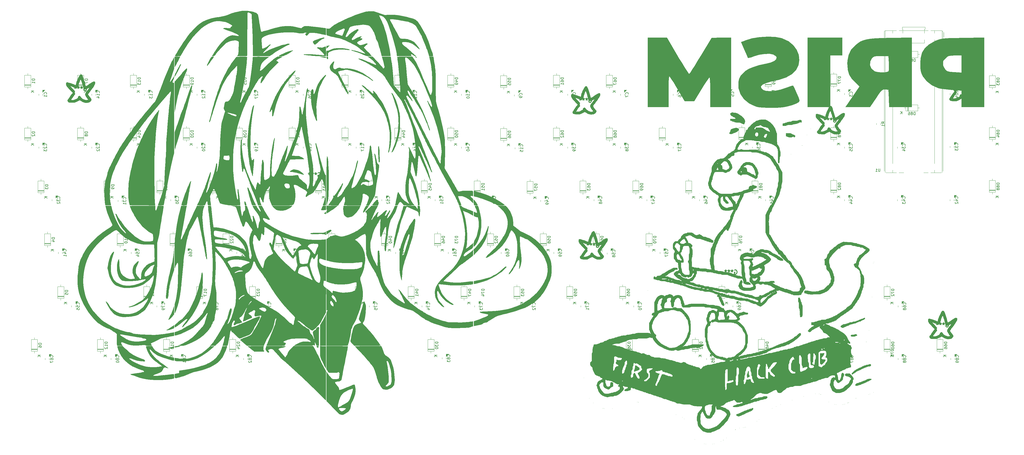
<source format=gbr>
%TF.GenerationSoftware,KiCad,Pcbnew,9.0.3-9.0.3-0~ubuntu24.04.1*%
%TF.CreationDate,2025-07-19T21:47:56-07:00*%
%TF.ProjectId,Keyboard,4b657962-6f61-4726-942e-6b696361645f,rev?*%
%TF.SameCoordinates,Original*%
%TF.FileFunction,Legend,Bot*%
%TF.FilePolarity,Positive*%
%FSLAX46Y46*%
G04 Gerber Fmt 4.6, Leading zero omitted, Abs format (unit mm)*
G04 Created by KiCad (PCBNEW 9.0.3-9.0.3-0~ubuntu24.04.1) date 2025-07-19 21:47:56*
%MOMM*%
%LPD*%
G01*
G04 APERTURE LIST*
%ADD10C,0.150000*%
%ADD11C,0.300000*%
%ADD12C,0.100000*%
%ADD13C,0.120000*%
%ADD14C,0.000000*%
G04 APERTURE END LIST*
D10*
X172289580Y-97157142D02*
X172337200Y-97109523D01*
X172337200Y-97109523D02*
X172384819Y-96966666D01*
X172384819Y-96966666D02*
X172384819Y-96871428D01*
X172384819Y-96871428D02*
X172337200Y-96728571D01*
X172337200Y-96728571D02*
X172241961Y-96633333D01*
X172241961Y-96633333D02*
X172146723Y-96585714D01*
X172146723Y-96585714D02*
X171956247Y-96538095D01*
X171956247Y-96538095D02*
X171813390Y-96538095D01*
X171813390Y-96538095D02*
X171622914Y-96585714D01*
X171622914Y-96585714D02*
X171527676Y-96633333D01*
X171527676Y-96633333D02*
X171432438Y-96728571D01*
X171432438Y-96728571D02*
X171384819Y-96871428D01*
X171384819Y-96871428D02*
X171384819Y-96966666D01*
X171384819Y-96966666D02*
X171432438Y-97109523D01*
X171432438Y-97109523D02*
X171480057Y-97157142D01*
X171384819Y-98061904D02*
X171384819Y-97585714D01*
X171384819Y-97585714D02*
X171861009Y-97538095D01*
X171861009Y-97538095D02*
X171813390Y-97585714D01*
X171813390Y-97585714D02*
X171765771Y-97680952D01*
X171765771Y-97680952D02*
X171765771Y-97919047D01*
X171765771Y-97919047D02*
X171813390Y-98014285D01*
X171813390Y-98014285D02*
X171861009Y-98061904D01*
X171861009Y-98061904D02*
X171956247Y-98109523D01*
X171956247Y-98109523D02*
X172194342Y-98109523D01*
X172194342Y-98109523D02*
X172289580Y-98061904D01*
X172289580Y-98061904D02*
X172337200Y-98014285D01*
X172337200Y-98014285D02*
X172384819Y-97919047D01*
X172384819Y-97919047D02*
X172384819Y-97680952D01*
X172384819Y-97680952D02*
X172337200Y-97585714D01*
X172337200Y-97585714D02*
X172289580Y-97538095D01*
X172384819Y-98585714D02*
X172384819Y-98776190D01*
X172384819Y-98776190D02*
X172337200Y-98871428D01*
X172337200Y-98871428D02*
X172289580Y-98919047D01*
X172289580Y-98919047D02*
X172146723Y-99014285D01*
X172146723Y-99014285D02*
X171956247Y-99061904D01*
X171956247Y-99061904D02*
X171575295Y-99061904D01*
X171575295Y-99061904D02*
X171480057Y-99014285D01*
X171480057Y-99014285D02*
X171432438Y-98966666D01*
X171432438Y-98966666D02*
X171384819Y-98871428D01*
X171384819Y-98871428D02*
X171384819Y-98680952D01*
X171384819Y-98680952D02*
X171432438Y-98585714D01*
X171432438Y-98585714D02*
X171480057Y-98538095D01*
X171480057Y-98538095D02*
X171575295Y-98490476D01*
X171575295Y-98490476D02*
X171813390Y-98490476D01*
X171813390Y-98490476D02*
X171908628Y-98538095D01*
X171908628Y-98538095D02*
X171956247Y-98585714D01*
X171956247Y-98585714D02*
X172003866Y-98680952D01*
X172003866Y-98680952D02*
X172003866Y-98871428D01*
X172003866Y-98871428D02*
X171956247Y-98966666D01*
X171956247Y-98966666D02*
X171908628Y-99014285D01*
X171908628Y-99014285D02*
X171813390Y-99061904D01*
X134972319Y-53713214D02*
X133972319Y-53713214D01*
X133972319Y-53713214D02*
X133972319Y-53951309D01*
X133972319Y-53951309D02*
X134019938Y-54094166D01*
X134019938Y-54094166D02*
X134115176Y-54189404D01*
X134115176Y-54189404D02*
X134210414Y-54237023D01*
X134210414Y-54237023D02*
X134400890Y-54284642D01*
X134400890Y-54284642D02*
X134543747Y-54284642D01*
X134543747Y-54284642D02*
X134734223Y-54237023D01*
X134734223Y-54237023D02*
X134829461Y-54189404D01*
X134829461Y-54189404D02*
X134924700Y-54094166D01*
X134924700Y-54094166D02*
X134972319Y-53951309D01*
X134972319Y-53951309D02*
X134972319Y-53713214D01*
X133972319Y-55189404D02*
X133972319Y-54713214D01*
X133972319Y-54713214D02*
X134448509Y-54665595D01*
X134448509Y-54665595D02*
X134400890Y-54713214D01*
X134400890Y-54713214D02*
X134353271Y-54808452D01*
X134353271Y-54808452D02*
X134353271Y-55046547D01*
X134353271Y-55046547D02*
X134400890Y-55141785D01*
X134400890Y-55141785D02*
X134448509Y-55189404D01*
X134448509Y-55189404D02*
X134543747Y-55237023D01*
X134543747Y-55237023D02*
X134781842Y-55237023D01*
X134781842Y-55237023D02*
X134877080Y-55189404D01*
X134877080Y-55189404D02*
X134924700Y-55141785D01*
X134924700Y-55141785D02*
X134972319Y-55046547D01*
X134972319Y-55046547D02*
X134972319Y-54808452D01*
X134972319Y-54808452D02*
X134924700Y-54713214D01*
X134924700Y-54713214D02*
X134877080Y-54665595D01*
X133972319Y-55856071D02*
X133972319Y-55951309D01*
X133972319Y-55951309D02*
X134019938Y-56046547D01*
X134019938Y-56046547D02*
X134067557Y-56094166D01*
X134067557Y-56094166D02*
X134162795Y-56141785D01*
X134162795Y-56141785D02*
X134353271Y-56189404D01*
X134353271Y-56189404D02*
X134591366Y-56189404D01*
X134591366Y-56189404D02*
X134781842Y-56141785D01*
X134781842Y-56141785D02*
X134877080Y-56094166D01*
X134877080Y-56094166D02*
X134924700Y-56046547D01*
X134924700Y-56046547D02*
X134972319Y-55951309D01*
X134972319Y-55951309D02*
X134972319Y-55856071D01*
X134972319Y-55856071D02*
X134924700Y-55760833D01*
X134924700Y-55760833D02*
X134877080Y-55713214D01*
X134877080Y-55713214D02*
X134781842Y-55665595D01*
X134781842Y-55665595D02*
X134591366Y-55617976D01*
X134591366Y-55617976D02*
X134353271Y-55617976D01*
X134353271Y-55617976D02*
X134162795Y-55665595D01*
X134162795Y-55665595D02*
X134067557Y-55713214D01*
X134067557Y-55713214D02*
X134019938Y-55760833D01*
X134019938Y-55760833D02*
X133972319Y-55856071D01*
X134652319Y-58475595D02*
X133652319Y-58475595D01*
X134652319Y-59047023D02*
X134080890Y-58618452D01*
X133652319Y-59047023D02*
X134223747Y-58475595D01*
X315039580Y-78157142D02*
X315087200Y-78109523D01*
X315087200Y-78109523D02*
X315134819Y-77966666D01*
X315134819Y-77966666D02*
X315134819Y-77871428D01*
X315134819Y-77871428D02*
X315087200Y-77728571D01*
X315087200Y-77728571D02*
X314991961Y-77633333D01*
X314991961Y-77633333D02*
X314896723Y-77585714D01*
X314896723Y-77585714D02*
X314706247Y-77538095D01*
X314706247Y-77538095D02*
X314563390Y-77538095D01*
X314563390Y-77538095D02*
X314372914Y-77585714D01*
X314372914Y-77585714D02*
X314277676Y-77633333D01*
X314277676Y-77633333D02*
X314182438Y-77728571D01*
X314182438Y-77728571D02*
X314134819Y-77871428D01*
X314134819Y-77871428D02*
X314134819Y-77966666D01*
X314134819Y-77966666D02*
X314182438Y-78109523D01*
X314182438Y-78109523D02*
X314230057Y-78157142D01*
X314468152Y-79014285D02*
X315134819Y-79014285D01*
X314087200Y-78776190D02*
X314801485Y-78538095D01*
X314801485Y-78538095D02*
X314801485Y-79157142D01*
X314230057Y-79490476D02*
X314182438Y-79538095D01*
X314182438Y-79538095D02*
X314134819Y-79633333D01*
X314134819Y-79633333D02*
X314134819Y-79871428D01*
X314134819Y-79871428D02*
X314182438Y-79966666D01*
X314182438Y-79966666D02*
X314230057Y-80014285D01*
X314230057Y-80014285D02*
X314325295Y-80061904D01*
X314325295Y-80061904D02*
X314420533Y-80061904D01*
X314420533Y-80061904D02*
X314563390Y-80014285D01*
X314563390Y-80014285D02*
X315134819Y-79442857D01*
X315134819Y-79442857D02*
X315134819Y-80061904D01*
X197146069Y-129913214D02*
X196146069Y-129913214D01*
X196146069Y-129913214D02*
X196146069Y-130151309D01*
X196146069Y-130151309D02*
X196193688Y-130294166D01*
X196193688Y-130294166D02*
X196288926Y-130389404D01*
X196288926Y-130389404D02*
X196384164Y-130437023D01*
X196384164Y-130437023D02*
X196574640Y-130484642D01*
X196574640Y-130484642D02*
X196717497Y-130484642D01*
X196717497Y-130484642D02*
X196907973Y-130437023D01*
X196907973Y-130437023D02*
X197003211Y-130389404D01*
X197003211Y-130389404D02*
X197098450Y-130294166D01*
X197098450Y-130294166D02*
X197146069Y-130151309D01*
X197146069Y-130151309D02*
X197146069Y-129913214D01*
X196146069Y-130817976D02*
X196146069Y-131437023D01*
X196146069Y-131437023D02*
X196527021Y-131103690D01*
X196527021Y-131103690D02*
X196527021Y-131246547D01*
X196527021Y-131246547D02*
X196574640Y-131341785D01*
X196574640Y-131341785D02*
X196622259Y-131389404D01*
X196622259Y-131389404D02*
X196717497Y-131437023D01*
X196717497Y-131437023D02*
X196955592Y-131437023D01*
X196955592Y-131437023D02*
X197050830Y-131389404D01*
X197050830Y-131389404D02*
X197098450Y-131341785D01*
X197098450Y-131341785D02*
X197146069Y-131246547D01*
X197146069Y-131246547D02*
X197146069Y-130960833D01*
X197146069Y-130960833D02*
X197098450Y-130865595D01*
X197098450Y-130865595D02*
X197050830Y-130817976D01*
X196146069Y-132294166D02*
X196146069Y-132103690D01*
X196146069Y-132103690D02*
X196193688Y-132008452D01*
X196193688Y-132008452D02*
X196241307Y-131960833D01*
X196241307Y-131960833D02*
X196384164Y-131865595D01*
X196384164Y-131865595D02*
X196574640Y-131817976D01*
X196574640Y-131817976D02*
X196955592Y-131817976D01*
X196955592Y-131817976D02*
X197050830Y-131865595D01*
X197050830Y-131865595D02*
X197098450Y-131913214D01*
X197098450Y-131913214D02*
X197146069Y-132008452D01*
X197146069Y-132008452D02*
X197146069Y-132198928D01*
X197146069Y-132198928D02*
X197098450Y-132294166D01*
X197098450Y-132294166D02*
X197050830Y-132341785D01*
X197050830Y-132341785D02*
X196955592Y-132389404D01*
X196955592Y-132389404D02*
X196717497Y-132389404D01*
X196717497Y-132389404D02*
X196622259Y-132341785D01*
X196622259Y-132341785D02*
X196574640Y-132294166D01*
X196574640Y-132294166D02*
X196527021Y-132198928D01*
X196527021Y-132198928D02*
X196527021Y-132008452D01*
X196527021Y-132008452D02*
X196574640Y-131913214D01*
X196574640Y-131913214D02*
X196622259Y-131865595D01*
X196622259Y-131865595D02*
X196717497Y-131817976D01*
X198946069Y-134675595D02*
X197946069Y-134675595D01*
X198946069Y-135247023D02*
X198374640Y-134818452D01*
X197946069Y-135247023D02*
X198517497Y-134675595D01*
X115922319Y-34663214D02*
X114922319Y-34663214D01*
X114922319Y-34663214D02*
X114922319Y-34901309D01*
X114922319Y-34901309D02*
X114969938Y-35044166D01*
X114969938Y-35044166D02*
X115065176Y-35139404D01*
X115065176Y-35139404D02*
X115160414Y-35187023D01*
X115160414Y-35187023D02*
X115350890Y-35234642D01*
X115350890Y-35234642D02*
X115493747Y-35234642D01*
X115493747Y-35234642D02*
X115684223Y-35187023D01*
X115684223Y-35187023D02*
X115779461Y-35139404D01*
X115779461Y-35139404D02*
X115874700Y-35044166D01*
X115874700Y-35044166D02*
X115922319Y-34901309D01*
X115922319Y-34901309D02*
X115922319Y-34663214D01*
X115255652Y-36091785D02*
X115922319Y-36091785D01*
X114874700Y-35853690D02*
X115588985Y-35615595D01*
X115588985Y-35615595D02*
X115588985Y-36234642D01*
X114922319Y-36520357D02*
X114922319Y-37139404D01*
X114922319Y-37139404D02*
X115303271Y-36806071D01*
X115303271Y-36806071D02*
X115303271Y-36948928D01*
X115303271Y-36948928D02*
X115350890Y-37044166D01*
X115350890Y-37044166D02*
X115398509Y-37091785D01*
X115398509Y-37091785D02*
X115493747Y-37139404D01*
X115493747Y-37139404D02*
X115731842Y-37139404D01*
X115731842Y-37139404D02*
X115827080Y-37091785D01*
X115827080Y-37091785D02*
X115874700Y-37044166D01*
X115874700Y-37044166D02*
X115922319Y-36948928D01*
X115922319Y-36948928D02*
X115922319Y-36663214D01*
X115922319Y-36663214D02*
X115874700Y-36567976D01*
X115874700Y-36567976D02*
X115827080Y-36520357D01*
X115602319Y-39425595D02*
X114602319Y-39425595D01*
X115602319Y-39997023D02*
X115030890Y-39568452D01*
X114602319Y-39997023D02*
X115173747Y-39425595D01*
D11*
X318027677Y-37349757D02*
X318170535Y-37278328D01*
X318170535Y-37278328D02*
X318384820Y-37278328D01*
X318384820Y-37278328D02*
X318599106Y-37349757D01*
X318599106Y-37349757D02*
X318741963Y-37492614D01*
X318741963Y-37492614D02*
X318813392Y-37635471D01*
X318813392Y-37635471D02*
X318884820Y-37921185D01*
X318884820Y-37921185D02*
X318884820Y-38135471D01*
X318884820Y-38135471D02*
X318813392Y-38421185D01*
X318813392Y-38421185D02*
X318741963Y-38564042D01*
X318741963Y-38564042D02*
X318599106Y-38706900D01*
X318599106Y-38706900D02*
X318384820Y-38778328D01*
X318384820Y-38778328D02*
X318241963Y-38778328D01*
X318241963Y-38778328D02*
X318027677Y-38706900D01*
X318027677Y-38706900D02*
X317956249Y-38635471D01*
X317956249Y-38635471D02*
X317956249Y-38135471D01*
X317956249Y-38135471D02*
X318241963Y-38135471D01*
X317099106Y-37278328D02*
X317099106Y-37635471D01*
X317456249Y-37492614D02*
X317099106Y-37635471D01*
X317099106Y-37635471D02*
X316741963Y-37492614D01*
X317313392Y-37921185D02*
X317099106Y-37635471D01*
X317099106Y-37635471D02*
X316884820Y-37921185D01*
X315956249Y-37278328D02*
X315956249Y-37635471D01*
X316313392Y-37492614D02*
X315956249Y-37635471D01*
X315956249Y-37635471D02*
X315599106Y-37492614D01*
X316170535Y-37921185D02*
X315956249Y-37635471D01*
X315956249Y-37635471D02*
X315741963Y-37921185D01*
X314813392Y-37278328D02*
X314813392Y-37635471D01*
X315170535Y-37492614D02*
X314813392Y-37635471D01*
X314813392Y-37635471D02*
X314456249Y-37492614D01*
X315027678Y-37921185D02*
X314813392Y-37635471D01*
X314813392Y-37635471D02*
X314599106Y-37921185D01*
D10*
X288604819Y-51170833D02*
X288128628Y-50837500D01*
X288604819Y-50599405D02*
X287604819Y-50599405D01*
X287604819Y-50599405D02*
X287604819Y-50980357D01*
X287604819Y-50980357D02*
X287652438Y-51075595D01*
X287652438Y-51075595D02*
X287700057Y-51123214D01*
X287700057Y-51123214D02*
X287795295Y-51170833D01*
X287795295Y-51170833D02*
X287938152Y-51170833D01*
X287938152Y-51170833D02*
X288033390Y-51123214D01*
X288033390Y-51123214D02*
X288081009Y-51075595D01*
X288081009Y-51075595D02*
X288128628Y-50980357D01*
X288128628Y-50980357D02*
X288128628Y-50599405D01*
X288604819Y-52123214D02*
X288604819Y-51551786D01*
X288604819Y-51837500D02*
X287604819Y-51837500D01*
X287604819Y-51837500D02*
X287747676Y-51742262D01*
X287747676Y-51742262D02*
X287842914Y-51647024D01*
X287842914Y-51647024D02*
X287890533Y-51551786D01*
X299714285Y-48074819D02*
X299714285Y-47074819D01*
X299714285Y-47074819D02*
X299476190Y-47074819D01*
X299476190Y-47074819D02*
X299333333Y-47122438D01*
X299333333Y-47122438D02*
X299238095Y-47217676D01*
X299238095Y-47217676D02*
X299190476Y-47312914D01*
X299190476Y-47312914D02*
X299142857Y-47503390D01*
X299142857Y-47503390D02*
X299142857Y-47646247D01*
X299142857Y-47646247D02*
X299190476Y-47836723D01*
X299190476Y-47836723D02*
X299238095Y-47931961D01*
X299238095Y-47931961D02*
X299333333Y-48027200D01*
X299333333Y-48027200D02*
X299476190Y-48074819D01*
X299476190Y-48074819D02*
X299714285Y-48074819D01*
X298571428Y-47503390D02*
X298666666Y-47455771D01*
X298666666Y-47455771D02*
X298714285Y-47408152D01*
X298714285Y-47408152D02*
X298761904Y-47312914D01*
X298761904Y-47312914D02*
X298761904Y-47265295D01*
X298761904Y-47265295D02*
X298714285Y-47170057D01*
X298714285Y-47170057D02*
X298666666Y-47122438D01*
X298666666Y-47122438D02*
X298571428Y-47074819D01*
X298571428Y-47074819D02*
X298380952Y-47074819D01*
X298380952Y-47074819D02*
X298285714Y-47122438D01*
X298285714Y-47122438D02*
X298238095Y-47170057D01*
X298238095Y-47170057D02*
X298190476Y-47265295D01*
X298190476Y-47265295D02*
X298190476Y-47312914D01*
X298190476Y-47312914D02*
X298238095Y-47408152D01*
X298238095Y-47408152D02*
X298285714Y-47455771D01*
X298285714Y-47455771D02*
X298380952Y-47503390D01*
X298380952Y-47503390D02*
X298571428Y-47503390D01*
X298571428Y-47503390D02*
X298666666Y-47551009D01*
X298666666Y-47551009D02*
X298714285Y-47598628D01*
X298714285Y-47598628D02*
X298761904Y-47693866D01*
X298761904Y-47693866D02*
X298761904Y-47884342D01*
X298761904Y-47884342D02*
X298714285Y-47979580D01*
X298714285Y-47979580D02*
X298666666Y-48027200D01*
X298666666Y-48027200D02*
X298571428Y-48074819D01*
X298571428Y-48074819D02*
X298380952Y-48074819D01*
X298380952Y-48074819D02*
X298285714Y-48027200D01*
X298285714Y-48027200D02*
X298238095Y-47979580D01*
X298238095Y-47979580D02*
X298190476Y-47884342D01*
X298190476Y-47884342D02*
X298190476Y-47693866D01*
X298190476Y-47693866D02*
X298238095Y-47598628D01*
X298238095Y-47598628D02*
X298285714Y-47551009D01*
X298285714Y-47551009D02*
X298380952Y-47503390D01*
X297333333Y-47074819D02*
X297523809Y-47074819D01*
X297523809Y-47074819D02*
X297619047Y-47122438D01*
X297619047Y-47122438D02*
X297666666Y-47170057D01*
X297666666Y-47170057D02*
X297761904Y-47312914D01*
X297761904Y-47312914D02*
X297809523Y-47503390D01*
X297809523Y-47503390D02*
X297809523Y-47884342D01*
X297809523Y-47884342D02*
X297761904Y-47979580D01*
X297761904Y-47979580D02*
X297714285Y-48027200D01*
X297714285Y-48027200D02*
X297619047Y-48074819D01*
X297619047Y-48074819D02*
X297428571Y-48074819D01*
X297428571Y-48074819D02*
X297333333Y-48027200D01*
X297333333Y-48027200D02*
X297285714Y-47979580D01*
X297285714Y-47979580D02*
X297238095Y-47884342D01*
X297238095Y-47884342D02*
X297238095Y-47646247D01*
X297238095Y-47646247D02*
X297285714Y-47551009D01*
X297285714Y-47551009D02*
X297333333Y-47503390D01*
X297333333Y-47503390D02*
X297428571Y-47455771D01*
X297428571Y-47455771D02*
X297619047Y-47455771D01*
X297619047Y-47455771D02*
X297714285Y-47503390D01*
X297714285Y-47503390D02*
X297761904Y-47551009D01*
X297761904Y-47551009D02*
X297809523Y-47646247D01*
X294951904Y-47754819D02*
X294951904Y-46754819D01*
X294380476Y-47754819D02*
X294809047Y-47183390D01*
X294380476Y-46754819D02*
X294951904Y-47326247D01*
X144497319Y-72763214D02*
X143497319Y-72763214D01*
X143497319Y-72763214D02*
X143497319Y-73001309D01*
X143497319Y-73001309D02*
X143544938Y-73144166D01*
X143544938Y-73144166D02*
X143640176Y-73239404D01*
X143640176Y-73239404D02*
X143735414Y-73287023D01*
X143735414Y-73287023D02*
X143925890Y-73334642D01*
X143925890Y-73334642D02*
X144068747Y-73334642D01*
X144068747Y-73334642D02*
X144259223Y-73287023D01*
X144259223Y-73287023D02*
X144354461Y-73239404D01*
X144354461Y-73239404D02*
X144449700Y-73144166D01*
X144449700Y-73144166D02*
X144497319Y-73001309D01*
X144497319Y-73001309D02*
X144497319Y-72763214D01*
X143497319Y-74239404D02*
X143497319Y-73763214D01*
X143497319Y-73763214D02*
X143973509Y-73715595D01*
X143973509Y-73715595D02*
X143925890Y-73763214D01*
X143925890Y-73763214D02*
X143878271Y-73858452D01*
X143878271Y-73858452D02*
X143878271Y-74096547D01*
X143878271Y-74096547D02*
X143925890Y-74191785D01*
X143925890Y-74191785D02*
X143973509Y-74239404D01*
X143973509Y-74239404D02*
X144068747Y-74287023D01*
X144068747Y-74287023D02*
X144306842Y-74287023D01*
X144306842Y-74287023D02*
X144402080Y-74239404D01*
X144402080Y-74239404D02*
X144449700Y-74191785D01*
X144449700Y-74191785D02*
X144497319Y-74096547D01*
X144497319Y-74096547D02*
X144497319Y-73858452D01*
X144497319Y-73858452D02*
X144449700Y-73763214D01*
X144449700Y-73763214D02*
X144402080Y-73715595D01*
X144497319Y-75239404D02*
X144497319Y-74667976D01*
X144497319Y-74953690D02*
X143497319Y-74953690D01*
X143497319Y-74953690D02*
X143640176Y-74858452D01*
X143640176Y-74858452D02*
X143735414Y-74763214D01*
X143735414Y-74763214D02*
X143783033Y-74667976D01*
X144177319Y-77525595D02*
X143177319Y-77525595D01*
X144177319Y-78097023D02*
X143605890Y-77668452D01*
X143177319Y-78097023D02*
X143748747Y-77525595D01*
X206409819Y-91813214D02*
X205409819Y-91813214D01*
X205409819Y-91813214D02*
X205409819Y-92051309D01*
X205409819Y-92051309D02*
X205457438Y-92194166D01*
X205457438Y-92194166D02*
X205552676Y-92289404D01*
X205552676Y-92289404D02*
X205647914Y-92337023D01*
X205647914Y-92337023D02*
X205838390Y-92384642D01*
X205838390Y-92384642D02*
X205981247Y-92384642D01*
X205981247Y-92384642D02*
X206171723Y-92337023D01*
X206171723Y-92337023D02*
X206266961Y-92289404D01*
X206266961Y-92289404D02*
X206362200Y-92194166D01*
X206362200Y-92194166D02*
X206409819Y-92051309D01*
X206409819Y-92051309D02*
X206409819Y-91813214D01*
X205409819Y-92717976D02*
X205409819Y-93384642D01*
X205409819Y-93384642D02*
X206409819Y-92956071D01*
X205409819Y-93956071D02*
X205409819Y-94051309D01*
X205409819Y-94051309D02*
X205457438Y-94146547D01*
X205457438Y-94146547D02*
X205505057Y-94194166D01*
X205505057Y-94194166D02*
X205600295Y-94241785D01*
X205600295Y-94241785D02*
X205790771Y-94289404D01*
X205790771Y-94289404D02*
X206028866Y-94289404D01*
X206028866Y-94289404D02*
X206219342Y-94241785D01*
X206219342Y-94241785D02*
X206314580Y-94194166D01*
X206314580Y-94194166D02*
X206362200Y-94146547D01*
X206362200Y-94146547D02*
X206409819Y-94051309D01*
X206409819Y-94051309D02*
X206409819Y-93956071D01*
X206409819Y-93956071D02*
X206362200Y-93860833D01*
X206362200Y-93860833D02*
X206314580Y-93813214D01*
X206314580Y-93813214D02*
X206219342Y-93765595D01*
X206219342Y-93765595D02*
X206028866Y-93717976D01*
X206028866Y-93717976D02*
X205790771Y-93717976D01*
X205790771Y-93717976D02*
X205600295Y-93765595D01*
X205600295Y-93765595D02*
X205505057Y-93813214D01*
X205505057Y-93813214D02*
X205457438Y-93860833D01*
X205457438Y-93860833D02*
X205409819Y-93956071D01*
X206089819Y-96575595D02*
X205089819Y-96575595D01*
X206089819Y-97147023D02*
X205518390Y-96718452D01*
X205089819Y-97147023D02*
X205661247Y-96575595D01*
X62789580Y-59157142D02*
X62837200Y-59109523D01*
X62837200Y-59109523D02*
X62884819Y-58966666D01*
X62884819Y-58966666D02*
X62884819Y-58871428D01*
X62884819Y-58871428D02*
X62837200Y-58728571D01*
X62837200Y-58728571D02*
X62741961Y-58633333D01*
X62741961Y-58633333D02*
X62646723Y-58585714D01*
X62646723Y-58585714D02*
X62456247Y-58538095D01*
X62456247Y-58538095D02*
X62313390Y-58538095D01*
X62313390Y-58538095D02*
X62122914Y-58585714D01*
X62122914Y-58585714D02*
X62027676Y-58633333D01*
X62027676Y-58633333D02*
X61932438Y-58728571D01*
X61932438Y-58728571D02*
X61884819Y-58871428D01*
X61884819Y-58871428D02*
X61884819Y-58966666D01*
X61884819Y-58966666D02*
X61932438Y-59109523D01*
X61932438Y-59109523D02*
X61980057Y-59157142D01*
X62884819Y-60109523D02*
X62884819Y-59538095D01*
X62884819Y-59823809D02*
X61884819Y-59823809D01*
X61884819Y-59823809D02*
X62027676Y-59728571D01*
X62027676Y-59728571D02*
X62122914Y-59633333D01*
X62122914Y-59633333D02*
X62170533Y-59538095D01*
X62884819Y-60585714D02*
X62884819Y-60776190D01*
X62884819Y-60776190D02*
X62837200Y-60871428D01*
X62837200Y-60871428D02*
X62789580Y-60919047D01*
X62789580Y-60919047D02*
X62646723Y-61014285D01*
X62646723Y-61014285D02*
X62456247Y-61061904D01*
X62456247Y-61061904D02*
X62075295Y-61061904D01*
X62075295Y-61061904D02*
X61980057Y-61014285D01*
X61980057Y-61014285D02*
X61932438Y-60966666D01*
X61932438Y-60966666D02*
X61884819Y-60871428D01*
X61884819Y-60871428D02*
X61884819Y-60680952D01*
X61884819Y-60680952D02*
X61932438Y-60585714D01*
X61932438Y-60585714D02*
X61980057Y-60538095D01*
X61980057Y-60538095D02*
X62075295Y-60490476D01*
X62075295Y-60490476D02*
X62313390Y-60490476D01*
X62313390Y-60490476D02*
X62408628Y-60538095D01*
X62408628Y-60538095D02*
X62456247Y-60585714D01*
X62456247Y-60585714D02*
X62503866Y-60680952D01*
X62503866Y-60680952D02*
X62503866Y-60871428D01*
X62503866Y-60871428D02*
X62456247Y-60966666D01*
X62456247Y-60966666D02*
X62408628Y-61014285D01*
X62408628Y-61014285D02*
X62313390Y-61061904D01*
X49247319Y-72763214D02*
X48247319Y-72763214D01*
X48247319Y-72763214D02*
X48247319Y-73001309D01*
X48247319Y-73001309D02*
X48294938Y-73144166D01*
X48294938Y-73144166D02*
X48390176Y-73239404D01*
X48390176Y-73239404D02*
X48485414Y-73287023D01*
X48485414Y-73287023D02*
X48675890Y-73334642D01*
X48675890Y-73334642D02*
X48818747Y-73334642D01*
X48818747Y-73334642D02*
X49009223Y-73287023D01*
X49009223Y-73287023D02*
X49104461Y-73239404D01*
X49104461Y-73239404D02*
X49199700Y-73144166D01*
X49199700Y-73144166D02*
X49247319Y-73001309D01*
X49247319Y-73001309D02*
X49247319Y-72763214D01*
X48342557Y-73715595D02*
X48294938Y-73763214D01*
X48294938Y-73763214D02*
X48247319Y-73858452D01*
X48247319Y-73858452D02*
X48247319Y-74096547D01*
X48247319Y-74096547D02*
X48294938Y-74191785D01*
X48294938Y-74191785D02*
X48342557Y-74239404D01*
X48342557Y-74239404D02*
X48437795Y-74287023D01*
X48437795Y-74287023D02*
X48533033Y-74287023D01*
X48533033Y-74287023D02*
X48675890Y-74239404D01*
X48675890Y-74239404D02*
X49247319Y-73667976D01*
X49247319Y-73667976D02*
X49247319Y-74287023D01*
X49247319Y-75239404D02*
X49247319Y-74667976D01*
X49247319Y-74953690D02*
X48247319Y-74953690D01*
X48247319Y-74953690D02*
X48390176Y-74858452D01*
X48390176Y-74858452D02*
X48485414Y-74763214D01*
X48485414Y-74763214D02*
X48533033Y-74667976D01*
X48927319Y-77525595D02*
X47927319Y-77525595D01*
X48927319Y-78097023D02*
X48355890Y-77668452D01*
X47927319Y-78097023D02*
X48498747Y-77525595D01*
X241539580Y-97407142D02*
X241587200Y-97359523D01*
X241587200Y-97359523D02*
X241634819Y-97216666D01*
X241634819Y-97216666D02*
X241634819Y-97121428D01*
X241634819Y-97121428D02*
X241587200Y-96978571D01*
X241587200Y-96978571D02*
X241491961Y-96883333D01*
X241491961Y-96883333D02*
X241396723Y-96835714D01*
X241396723Y-96835714D02*
X241206247Y-96788095D01*
X241206247Y-96788095D02*
X241063390Y-96788095D01*
X241063390Y-96788095D02*
X240872914Y-96835714D01*
X240872914Y-96835714D02*
X240777676Y-96883333D01*
X240777676Y-96883333D02*
X240682438Y-96978571D01*
X240682438Y-96978571D02*
X240634819Y-97121428D01*
X240634819Y-97121428D02*
X240634819Y-97216666D01*
X240634819Y-97216666D02*
X240682438Y-97359523D01*
X240682438Y-97359523D02*
X240730057Y-97407142D01*
X240634819Y-98311904D02*
X240634819Y-97835714D01*
X240634819Y-97835714D02*
X241111009Y-97788095D01*
X241111009Y-97788095D02*
X241063390Y-97835714D01*
X241063390Y-97835714D02*
X241015771Y-97930952D01*
X241015771Y-97930952D02*
X241015771Y-98169047D01*
X241015771Y-98169047D02*
X241063390Y-98264285D01*
X241063390Y-98264285D02*
X241111009Y-98311904D01*
X241111009Y-98311904D02*
X241206247Y-98359523D01*
X241206247Y-98359523D02*
X241444342Y-98359523D01*
X241444342Y-98359523D02*
X241539580Y-98311904D01*
X241539580Y-98311904D02*
X241587200Y-98264285D01*
X241587200Y-98264285D02*
X241634819Y-98169047D01*
X241634819Y-98169047D02*
X241634819Y-97930952D01*
X241634819Y-97930952D02*
X241587200Y-97835714D01*
X241587200Y-97835714D02*
X241539580Y-97788095D01*
X240634819Y-99216666D02*
X240634819Y-99026190D01*
X240634819Y-99026190D02*
X240682438Y-98930952D01*
X240682438Y-98930952D02*
X240730057Y-98883333D01*
X240730057Y-98883333D02*
X240872914Y-98788095D01*
X240872914Y-98788095D02*
X241063390Y-98740476D01*
X241063390Y-98740476D02*
X241444342Y-98740476D01*
X241444342Y-98740476D02*
X241539580Y-98788095D01*
X241539580Y-98788095D02*
X241587200Y-98835714D01*
X241587200Y-98835714D02*
X241634819Y-98930952D01*
X241634819Y-98930952D02*
X241634819Y-99121428D01*
X241634819Y-99121428D02*
X241587200Y-99216666D01*
X241587200Y-99216666D02*
X241539580Y-99264285D01*
X241539580Y-99264285D02*
X241444342Y-99311904D01*
X241444342Y-99311904D02*
X241206247Y-99311904D01*
X241206247Y-99311904D02*
X241111009Y-99264285D01*
X241111009Y-99264285D02*
X241063390Y-99216666D01*
X241063390Y-99216666D02*
X241015771Y-99121428D01*
X241015771Y-99121428D02*
X241015771Y-98930952D01*
X241015771Y-98930952D02*
X241063390Y-98835714D01*
X241063390Y-98835714D02*
X241111009Y-98788095D01*
X241111009Y-98788095D02*
X241206247Y-98740476D01*
X99514819Y-110863214D02*
X98514819Y-110863214D01*
X98514819Y-110863214D02*
X98514819Y-111101309D01*
X98514819Y-111101309D02*
X98562438Y-111244166D01*
X98562438Y-111244166D02*
X98657676Y-111339404D01*
X98657676Y-111339404D02*
X98752914Y-111387023D01*
X98752914Y-111387023D02*
X98943390Y-111434642D01*
X98943390Y-111434642D02*
X99086247Y-111434642D01*
X99086247Y-111434642D02*
X99276723Y-111387023D01*
X99276723Y-111387023D02*
X99371961Y-111339404D01*
X99371961Y-111339404D02*
X99467200Y-111244166D01*
X99467200Y-111244166D02*
X99514819Y-111101309D01*
X99514819Y-111101309D02*
X99514819Y-110863214D01*
X98514819Y-111767976D02*
X98514819Y-112387023D01*
X98514819Y-112387023D02*
X98895771Y-112053690D01*
X98895771Y-112053690D02*
X98895771Y-112196547D01*
X98895771Y-112196547D02*
X98943390Y-112291785D01*
X98943390Y-112291785D02*
X98991009Y-112339404D01*
X98991009Y-112339404D02*
X99086247Y-112387023D01*
X99086247Y-112387023D02*
X99324342Y-112387023D01*
X99324342Y-112387023D02*
X99419580Y-112339404D01*
X99419580Y-112339404D02*
X99467200Y-112291785D01*
X99467200Y-112291785D02*
X99514819Y-112196547D01*
X99514819Y-112196547D02*
X99514819Y-111910833D01*
X99514819Y-111910833D02*
X99467200Y-111815595D01*
X99467200Y-111815595D02*
X99419580Y-111767976D01*
X98514819Y-113291785D02*
X98514819Y-112815595D01*
X98514819Y-112815595D02*
X98991009Y-112767976D01*
X98991009Y-112767976D02*
X98943390Y-112815595D01*
X98943390Y-112815595D02*
X98895771Y-112910833D01*
X98895771Y-112910833D02*
X98895771Y-113148928D01*
X98895771Y-113148928D02*
X98943390Y-113244166D01*
X98943390Y-113244166D02*
X98991009Y-113291785D01*
X98991009Y-113291785D02*
X99086247Y-113339404D01*
X99086247Y-113339404D02*
X99324342Y-113339404D01*
X99324342Y-113339404D02*
X99419580Y-113291785D01*
X99419580Y-113291785D02*
X99467200Y-113244166D01*
X99467200Y-113244166D02*
X99514819Y-113148928D01*
X99514819Y-113148928D02*
X99514819Y-112910833D01*
X99514819Y-112910833D02*
X99467200Y-112815595D01*
X99467200Y-112815595D02*
X99419580Y-112767976D01*
X101314819Y-115625595D02*
X100314819Y-115625595D01*
X101314819Y-116197023D02*
X100743390Y-115768452D01*
X100314819Y-116197023D02*
X100886247Y-115625595D01*
X196289580Y-40633333D02*
X196337200Y-40585714D01*
X196337200Y-40585714D02*
X196384819Y-40442857D01*
X196384819Y-40442857D02*
X196384819Y-40347619D01*
X196384819Y-40347619D02*
X196337200Y-40204762D01*
X196337200Y-40204762D02*
X196241961Y-40109524D01*
X196241961Y-40109524D02*
X196146723Y-40061905D01*
X196146723Y-40061905D02*
X195956247Y-40014286D01*
X195956247Y-40014286D02*
X195813390Y-40014286D01*
X195813390Y-40014286D02*
X195622914Y-40061905D01*
X195622914Y-40061905D02*
X195527676Y-40109524D01*
X195527676Y-40109524D02*
X195432438Y-40204762D01*
X195432438Y-40204762D02*
X195384819Y-40347619D01*
X195384819Y-40347619D02*
X195384819Y-40442857D01*
X195384819Y-40442857D02*
X195432438Y-40585714D01*
X195432438Y-40585714D02*
X195480057Y-40633333D01*
X195384819Y-40966667D02*
X195384819Y-41633333D01*
X195384819Y-41633333D02*
X196384819Y-41204762D01*
X243789580Y-59157142D02*
X243837200Y-59109523D01*
X243837200Y-59109523D02*
X243884819Y-58966666D01*
X243884819Y-58966666D02*
X243884819Y-58871428D01*
X243884819Y-58871428D02*
X243837200Y-58728571D01*
X243837200Y-58728571D02*
X243741961Y-58633333D01*
X243741961Y-58633333D02*
X243646723Y-58585714D01*
X243646723Y-58585714D02*
X243456247Y-58538095D01*
X243456247Y-58538095D02*
X243313390Y-58538095D01*
X243313390Y-58538095D02*
X243122914Y-58585714D01*
X243122914Y-58585714D02*
X243027676Y-58633333D01*
X243027676Y-58633333D02*
X242932438Y-58728571D01*
X242932438Y-58728571D02*
X242884819Y-58871428D01*
X242884819Y-58871428D02*
X242884819Y-58966666D01*
X242884819Y-58966666D02*
X242932438Y-59109523D01*
X242932438Y-59109523D02*
X242980057Y-59157142D01*
X242884819Y-59490476D02*
X242884819Y-60109523D01*
X242884819Y-60109523D02*
X243265771Y-59776190D01*
X243265771Y-59776190D02*
X243265771Y-59919047D01*
X243265771Y-59919047D02*
X243313390Y-60014285D01*
X243313390Y-60014285D02*
X243361009Y-60061904D01*
X243361009Y-60061904D02*
X243456247Y-60109523D01*
X243456247Y-60109523D02*
X243694342Y-60109523D01*
X243694342Y-60109523D02*
X243789580Y-60061904D01*
X243789580Y-60061904D02*
X243837200Y-60014285D01*
X243837200Y-60014285D02*
X243884819Y-59919047D01*
X243884819Y-59919047D02*
X243884819Y-59633333D01*
X243884819Y-59633333D02*
X243837200Y-59538095D01*
X243837200Y-59538095D02*
X243789580Y-59490476D01*
X242884819Y-60966666D02*
X242884819Y-60776190D01*
X242884819Y-60776190D02*
X242932438Y-60680952D01*
X242932438Y-60680952D02*
X242980057Y-60633333D01*
X242980057Y-60633333D02*
X243122914Y-60538095D01*
X243122914Y-60538095D02*
X243313390Y-60490476D01*
X243313390Y-60490476D02*
X243694342Y-60490476D01*
X243694342Y-60490476D02*
X243789580Y-60538095D01*
X243789580Y-60538095D02*
X243837200Y-60585714D01*
X243837200Y-60585714D02*
X243884819Y-60680952D01*
X243884819Y-60680952D02*
X243884819Y-60871428D01*
X243884819Y-60871428D02*
X243837200Y-60966666D01*
X243837200Y-60966666D02*
X243789580Y-61014285D01*
X243789580Y-61014285D02*
X243694342Y-61061904D01*
X243694342Y-61061904D02*
X243456247Y-61061904D01*
X243456247Y-61061904D02*
X243361009Y-61014285D01*
X243361009Y-61014285D02*
X243313390Y-60966666D01*
X243313390Y-60966666D02*
X243265771Y-60871428D01*
X243265771Y-60871428D02*
X243265771Y-60680952D01*
X243265771Y-60680952D02*
X243313390Y-60585714D01*
X243313390Y-60585714D02*
X243361009Y-60538095D01*
X243361009Y-60538095D02*
X243456247Y-60490476D01*
X167539580Y-78407142D02*
X167587200Y-78359523D01*
X167587200Y-78359523D02*
X167634819Y-78216666D01*
X167634819Y-78216666D02*
X167634819Y-78121428D01*
X167634819Y-78121428D02*
X167587200Y-77978571D01*
X167587200Y-77978571D02*
X167491961Y-77883333D01*
X167491961Y-77883333D02*
X167396723Y-77835714D01*
X167396723Y-77835714D02*
X167206247Y-77788095D01*
X167206247Y-77788095D02*
X167063390Y-77788095D01*
X167063390Y-77788095D02*
X166872914Y-77835714D01*
X166872914Y-77835714D02*
X166777676Y-77883333D01*
X166777676Y-77883333D02*
X166682438Y-77978571D01*
X166682438Y-77978571D02*
X166634819Y-78121428D01*
X166634819Y-78121428D02*
X166634819Y-78216666D01*
X166634819Y-78216666D02*
X166682438Y-78359523D01*
X166682438Y-78359523D02*
X166730057Y-78407142D01*
X166968152Y-79264285D02*
X167634819Y-79264285D01*
X166587200Y-79026190D02*
X167301485Y-78788095D01*
X167301485Y-78788095D02*
X167301485Y-79407142D01*
X167634819Y-79835714D02*
X167634819Y-80026190D01*
X167634819Y-80026190D02*
X167587200Y-80121428D01*
X167587200Y-80121428D02*
X167539580Y-80169047D01*
X167539580Y-80169047D02*
X167396723Y-80264285D01*
X167396723Y-80264285D02*
X167206247Y-80311904D01*
X167206247Y-80311904D02*
X166825295Y-80311904D01*
X166825295Y-80311904D02*
X166730057Y-80264285D01*
X166730057Y-80264285D02*
X166682438Y-80216666D01*
X166682438Y-80216666D02*
X166634819Y-80121428D01*
X166634819Y-80121428D02*
X166634819Y-79930952D01*
X166634819Y-79930952D02*
X166682438Y-79835714D01*
X166682438Y-79835714D02*
X166730057Y-79788095D01*
X166730057Y-79788095D02*
X166825295Y-79740476D01*
X166825295Y-79740476D02*
X167063390Y-79740476D01*
X167063390Y-79740476D02*
X167158628Y-79788095D01*
X167158628Y-79788095D02*
X167206247Y-79835714D01*
X167206247Y-79835714D02*
X167253866Y-79930952D01*
X167253866Y-79930952D02*
X167253866Y-80121428D01*
X167253866Y-80121428D02*
X167206247Y-80216666D01*
X167206247Y-80216666D02*
X167158628Y-80264285D01*
X167158628Y-80264285D02*
X167063390Y-80311904D01*
X148539580Y-78157142D02*
X148587200Y-78109523D01*
X148587200Y-78109523D02*
X148634819Y-77966666D01*
X148634819Y-77966666D02*
X148634819Y-77871428D01*
X148634819Y-77871428D02*
X148587200Y-77728571D01*
X148587200Y-77728571D02*
X148491961Y-77633333D01*
X148491961Y-77633333D02*
X148396723Y-77585714D01*
X148396723Y-77585714D02*
X148206247Y-77538095D01*
X148206247Y-77538095D02*
X148063390Y-77538095D01*
X148063390Y-77538095D02*
X147872914Y-77585714D01*
X147872914Y-77585714D02*
X147777676Y-77633333D01*
X147777676Y-77633333D02*
X147682438Y-77728571D01*
X147682438Y-77728571D02*
X147634819Y-77871428D01*
X147634819Y-77871428D02*
X147634819Y-77966666D01*
X147634819Y-77966666D02*
X147682438Y-78109523D01*
X147682438Y-78109523D02*
X147730057Y-78157142D01*
X147634819Y-79061904D02*
X147634819Y-78585714D01*
X147634819Y-78585714D02*
X148111009Y-78538095D01*
X148111009Y-78538095D02*
X148063390Y-78585714D01*
X148063390Y-78585714D02*
X148015771Y-78680952D01*
X148015771Y-78680952D02*
X148015771Y-78919047D01*
X148015771Y-78919047D02*
X148063390Y-79014285D01*
X148063390Y-79014285D02*
X148111009Y-79061904D01*
X148111009Y-79061904D02*
X148206247Y-79109523D01*
X148206247Y-79109523D02*
X148444342Y-79109523D01*
X148444342Y-79109523D02*
X148539580Y-79061904D01*
X148539580Y-79061904D02*
X148587200Y-79014285D01*
X148587200Y-79014285D02*
X148634819Y-78919047D01*
X148634819Y-78919047D02*
X148634819Y-78680952D01*
X148634819Y-78680952D02*
X148587200Y-78585714D01*
X148587200Y-78585714D02*
X148539580Y-78538095D01*
X147634819Y-79728571D02*
X147634819Y-79823809D01*
X147634819Y-79823809D02*
X147682438Y-79919047D01*
X147682438Y-79919047D02*
X147730057Y-79966666D01*
X147730057Y-79966666D02*
X147825295Y-80014285D01*
X147825295Y-80014285D02*
X148015771Y-80061904D01*
X148015771Y-80061904D02*
X148253866Y-80061904D01*
X148253866Y-80061904D02*
X148444342Y-80014285D01*
X148444342Y-80014285D02*
X148539580Y-79966666D01*
X148539580Y-79966666D02*
X148587200Y-79919047D01*
X148587200Y-79919047D02*
X148634819Y-79823809D01*
X148634819Y-79823809D02*
X148634819Y-79728571D01*
X148634819Y-79728571D02*
X148587200Y-79633333D01*
X148587200Y-79633333D02*
X148539580Y-79585714D01*
X148539580Y-79585714D02*
X148444342Y-79538095D01*
X148444342Y-79538095D02*
X148253866Y-79490476D01*
X148253866Y-79490476D02*
X148015771Y-79490476D01*
X148015771Y-79490476D02*
X147825295Y-79538095D01*
X147825295Y-79538095D02*
X147730057Y-79585714D01*
X147730057Y-79585714D02*
X147682438Y-79633333D01*
X147682438Y-79633333D02*
X147634819Y-79728571D01*
X230222319Y-34663214D02*
X229222319Y-34663214D01*
X229222319Y-34663214D02*
X229222319Y-34901309D01*
X229222319Y-34901309D02*
X229269938Y-35044166D01*
X229269938Y-35044166D02*
X229365176Y-35139404D01*
X229365176Y-35139404D02*
X229460414Y-35187023D01*
X229460414Y-35187023D02*
X229650890Y-35234642D01*
X229650890Y-35234642D02*
X229793747Y-35234642D01*
X229793747Y-35234642D02*
X229984223Y-35187023D01*
X229984223Y-35187023D02*
X230079461Y-35139404D01*
X230079461Y-35139404D02*
X230174700Y-35044166D01*
X230174700Y-35044166D02*
X230222319Y-34901309D01*
X230222319Y-34901309D02*
X230222319Y-34663214D01*
X229222319Y-35567976D02*
X229222319Y-36234642D01*
X229222319Y-36234642D02*
X230222319Y-35806071D01*
X230222319Y-36663214D02*
X230222319Y-36853690D01*
X230222319Y-36853690D02*
X230174700Y-36948928D01*
X230174700Y-36948928D02*
X230127080Y-36996547D01*
X230127080Y-36996547D02*
X229984223Y-37091785D01*
X229984223Y-37091785D02*
X229793747Y-37139404D01*
X229793747Y-37139404D02*
X229412795Y-37139404D01*
X229412795Y-37139404D02*
X229317557Y-37091785D01*
X229317557Y-37091785D02*
X229269938Y-37044166D01*
X229269938Y-37044166D02*
X229222319Y-36948928D01*
X229222319Y-36948928D02*
X229222319Y-36758452D01*
X229222319Y-36758452D02*
X229269938Y-36663214D01*
X229269938Y-36663214D02*
X229317557Y-36615595D01*
X229317557Y-36615595D02*
X229412795Y-36567976D01*
X229412795Y-36567976D02*
X229650890Y-36567976D01*
X229650890Y-36567976D02*
X229746128Y-36615595D01*
X229746128Y-36615595D02*
X229793747Y-36663214D01*
X229793747Y-36663214D02*
X229841366Y-36758452D01*
X229841366Y-36758452D02*
X229841366Y-36948928D01*
X229841366Y-36948928D02*
X229793747Y-37044166D01*
X229793747Y-37044166D02*
X229746128Y-37091785D01*
X229746128Y-37091785D02*
X229650890Y-37139404D01*
X229902319Y-39425595D02*
X228902319Y-39425595D01*
X229902319Y-39997023D02*
X229330890Y-39568452D01*
X228902319Y-39997023D02*
X229473747Y-39425595D01*
X68297319Y-72763214D02*
X67297319Y-72763214D01*
X67297319Y-72763214D02*
X67297319Y-73001309D01*
X67297319Y-73001309D02*
X67344938Y-73144166D01*
X67344938Y-73144166D02*
X67440176Y-73239404D01*
X67440176Y-73239404D02*
X67535414Y-73287023D01*
X67535414Y-73287023D02*
X67725890Y-73334642D01*
X67725890Y-73334642D02*
X67868747Y-73334642D01*
X67868747Y-73334642D02*
X68059223Y-73287023D01*
X68059223Y-73287023D02*
X68154461Y-73239404D01*
X68154461Y-73239404D02*
X68249700Y-73144166D01*
X68249700Y-73144166D02*
X68297319Y-73001309D01*
X68297319Y-73001309D02*
X68297319Y-72763214D01*
X67392557Y-73715595D02*
X67344938Y-73763214D01*
X67344938Y-73763214D02*
X67297319Y-73858452D01*
X67297319Y-73858452D02*
X67297319Y-74096547D01*
X67297319Y-74096547D02*
X67344938Y-74191785D01*
X67344938Y-74191785D02*
X67392557Y-74239404D01*
X67392557Y-74239404D02*
X67487795Y-74287023D01*
X67487795Y-74287023D02*
X67583033Y-74287023D01*
X67583033Y-74287023D02*
X67725890Y-74239404D01*
X67725890Y-74239404D02*
X68297319Y-73667976D01*
X68297319Y-73667976D02*
X68297319Y-74287023D01*
X67297319Y-74620357D02*
X67297319Y-75287023D01*
X67297319Y-75287023D02*
X68297319Y-74858452D01*
X67977319Y-77525595D02*
X66977319Y-77525595D01*
X67977319Y-78097023D02*
X67405890Y-77668452D01*
X66977319Y-78097023D02*
X67548747Y-77525595D01*
X132039580Y-135157142D02*
X132087200Y-135109523D01*
X132087200Y-135109523D02*
X132134819Y-134966666D01*
X132134819Y-134966666D02*
X132134819Y-134871428D01*
X132134819Y-134871428D02*
X132087200Y-134728571D01*
X132087200Y-134728571D02*
X131991961Y-134633333D01*
X131991961Y-134633333D02*
X131896723Y-134585714D01*
X131896723Y-134585714D02*
X131706247Y-134538095D01*
X131706247Y-134538095D02*
X131563390Y-134538095D01*
X131563390Y-134538095D02*
X131372914Y-134585714D01*
X131372914Y-134585714D02*
X131277676Y-134633333D01*
X131277676Y-134633333D02*
X131182438Y-134728571D01*
X131182438Y-134728571D02*
X131134819Y-134871428D01*
X131134819Y-134871428D02*
X131134819Y-134966666D01*
X131134819Y-134966666D02*
X131182438Y-135109523D01*
X131182438Y-135109523D02*
X131230057Y-135157142D01*
X131563390Y-135728571D02*
X131515771Y-135633333D01*
X131515771Y-135633333D02*
X131468152Y-135585714D01*
X131468152Y-135585714D02*
X131372914Y-135538095D01*
X131372914Y-135538095D02*
X131325295Y-135538095D01*
X131325295Y-135538095D02*
X131230057Y-135585714D01*
X131230057Y-135585714D02*
X131182438Y-135633333D01*
X131182438Y-135633333D02*
X131134819Y-135728571D01*
X131134819Y-135728571D02*
X131134819Y-135919047D01*
X131134819Y-135919047D02*
X131182438Y-136014285D01*
X131182438Y-136014285D02*
X131230057Y-136061904D01*
X131230057Y-136061904D02*
X131325295Y-136109523D01*
X131325295Y-136109523D02*
X131372914Y-136109523D01*
X131372914Y-136109523D02*
X131468152Y-136061904D01*
X131468152Y-136061904D02*
X131515771Y-136014285D01*
X131515771Y-136014285D02*
X131563390Y-135919047D01*
X131563390Y-135919047D02*
X131563390Y-135728571D01*
X131563390Y-135728571D02*
X131611009Y-135633333D01*
X131611009Y-135633333D02*
X131658628Y-135585714D01*
X131658628Y-135585714D02*
X131753866Y-135538095D01*
X131753866Y-135538095D02*
X131944342Y-135538095D01*
X131944342Y-135538095D02*
X132039580Y-135585714D01*
X132039580Y-135585714D02*
X132087200Y-135633333D01*
X132087200Y-135633333D02*
X132134819Y-135728571D01*
X132134819Y-135728571D02*
X132134819Y-135919047D01*
X132134819Y-135919047D02*
X132087200Y-136014285D01*
X132087200Y-136014285D02*
X132039580Y-136061904D01*
X132039580Y-136061904D02*
X131944342Y-136109523D01*
X131944342Y-136109523D02*
X131753866Y-136109523D01*
X131753866Y-136109523D02*
X131658628Y-136061904D01*
X131658628Y-136061904D02*
X131611009Y-136014285D01*
X131611009Y-136014285D02*
X131563390Y-135919047D01*
X131134819Y-136442857D02*
X131134819Y-137061904D01*
X131134819Y-137061904D02*
X131515771Y-136728571D01*
X131515771Y-136728571D02*
X131515771Y-136871428D01*
X131515771Y-136871428D02*
X131563390Y-136966666D01*
X131563390Y-136966666D02*
X131611009Y-137014285D01*
X131611009Y-137014285D02*
X131706247Y-137061904D01*
X131706247Y-137061904D02*
X131944342Y-137061904D01*
X131944342Y-137061904D02*
X132039580Y-137014285D01*
X132039580Y-137014285D02*
X132087200Y-136966666D01*
X132087200Y-136966666D02*
X132134819Y-136871428D01*
X132134819Y-136871428D02*
X132134819Y-136585714D01*
X132134819Y-136585714D02*
X132087200Y-136490476D01*
X132087200Y-136490476D02*
X132039580Y-136442857D01*
X330074819Y-72604464D02*
X329074819Y-72604464D01*
X329074819Y-72604464D02*
X329074819Y-72842559D01*
X329074819Y-72842559D02*
X329122438Y-72985416D01*
X329122438Y-72985416D02*
X329217676Y-73080654D01*
X329217676Y-73080654D02*
X329312914Y-73128273D01*
X329312914Y-73128273D02*
X329503390Y-73175892D01*
X329503390Y-73175892D02*
X329646247Y-73175892D01*
X329646247Y-73175892D02*
X329836723Y-73128273D01*
X329836723Y-73128273D02*
X329931961Y-73080654D01*
X329931961Y-73080654D02*
X330027200Y-72985416D01*
X330027200Y-72985416D02*
X330074819Y-72842559D01*
X330074819Y-72842559D02*
X330074819Y-72604464D01*
X329503390Y-73747321D02*
X329455771Y-73652083D01*
X329455771Y-73652083D02*
X329408152Y-73604464D01*
X329408152Y-73604464D02*
X329312914Y-73556845D01*
X329312914Y-73556845D02*
X329265295Y-73556845D01*
X329265295Y-73556845D02*
X329170057Y-73604464D01*
X329170057Y-73604464D02*
X329122438Y-73652083D01*
X329122438Y-73652083D02*
X329074819Y-73747321D01*
X329074819Y-73747321D02*
X329074819Y-73937797D01*
X329074819Y-73937797D02*
X329122438Y-74033035D01*
X329122438Y-74033035D02*
X329170057Y-74080654D01*
X329170057Y-74080654D02*
X329265295Y-74128273D01*
X329265295Y-74128273D02*
X329312914Y-74128273D01*
X329312914Y-74128273D02*
X329408152Y-74080654D01*
X329408152Y-74080654D02*
X329455771Y-74033035D01*
X329455771Y-74033035D02*
X329503390Y-73937797D01*
X329503390Y-73937797D02*
X329503390Y-73747321D01*
X329503390Y-73747321D02*
X329551009Y-73652083D01*
X329551009Y-73652083D02*
X329598628Y-73604464D01*
X329598628Y-73604464D02*
X329693866Y-73556845D01*
X329693866Y-73556845D02*
X329884342Y-73556845D01*
X329884342Y-73556845D02*
X329979580Y-73604464D01*
X329979580Y-73604464D02*
X330027200Y-73652083D01*
X330027200Y-73652083D02*
X330074819Y-73747321D01*
X330074819Y-73747321D02*
X330074819Y-73937797D01*
X330074819Y-73937797D02*
X330027200Y-74033035D01*
X330027200Y-74033035D02*
X329979580Y-74080654D01*
X329979580Y-74080654D02*
X329884342Y-74128273D01*
X329884342Y-74128273D02*
X329693866Y-74128273D01*
X329693866Y-74128273D02*
X329598628Y-74080654D01*
X329598628Y-74080654D02*
X329551009Y-74033035D01*
X329551009Y-74033035D02*
X329503390Y-73937797D01*
X329503390Y-74699702D02*
X329455771Y-74604464D01*
X329455771Y-74604464D02*
X329408152Y-74556845D01*
X329408152Y-74556845D02*
X329312914Y-74509226D01*
X329312914Y-74509226D02*
X329265295Y-74509226D01*
X329265295Y-74509226D02*
X329170057Y-74556845D01*
X329170057Y-74556845D02*
X329122438Y-74604464D01*
X329122438Y-74604464D02*
X329074819Y-74699702D01*
X329074819Y-74699702D02*
X329074819Y-74890178D01*
X329074819Y-74890178D02*
X329122438Y-74985416D01*
X329122438Y-74985416D02*
X329170057Y-75033035D01*
X329170057Y-75033035D02*
X329265295Y-75080654D01*
X329265295Y-75080654D02*
X329312914Y-75080654D01*
X329312914Y-75080654D02*
X329408152Y-75033035D01*
X329408152Y-75033035D02*
X329455771Y-74985416D01*
X329455771Y-74985416D02*
X329503390Y-74890178D01*
X329503390Y-74890178D02*
X329503390Y-74699702D01*
X329503390Y-74699702D02*
X329551009Y-74604464D01*
X329551009Y-74604464D02*
X329598628Y-74556845D01*
X329598628Y-74556845D02*
X329693866Y-74509226D01*
X329693866Y-74509226D02*
X329884342Y-74509226D01*
X329884342Y-74509226D02*
X329979580Y-74556845D01*
X329979580Y-74556845D02*
X330027200Y-74604464D01*
X330027200Y-74604464D02*
X330074819Y-74699702D01*
X330074819Y-74699702D02*
X330074819Y-74890178D01*
X330074819Y-74890178D02*
X330027200Y-74985416D01*
X330027200Y-74985416D02*
X329979580Y-75033035D01*
X329979580Y-75033035D02*
X329884342Y-75080654D01*
X329884342Y-75080654D02*
X329693866Y-75080654D01*
X329693866Y-75080654D02*
X329598628Y-75033035D01*
X329598628Y-75033035D02*
X329551009Y-74985416D01*
X329551009Y-74985416D02*
X329503390Y-74890178D01*
X329754819Y-77366845D02*
X328754819Y-77366845D01*
X329754819Y-77938273D02*
X329183390Y-77509702D01*
X328754819Y-77938273D02*
X329326247Y-77366845D01*
X56391069Y-129913214D02*
X55391069Y-129913214D01*
X55391069Y-129913214D02*
X55391069Y-130151309D01*
X55391069Y-130151309D02*
X55438688Y-130294166D01*
X55438688Y-130294166D02*
X55533926Y-130389404D01*
X55533926Y-130389404D02*
X55629164Y-130437023D01*
X55629164Y-130437023D02*
X55819640Y-130484642D01*
X55819640Y-130484642D02*
X55962497Y-130484642D01*
X55962497Y-130484642D02*
X56152973Y-130437023D01*
X56152973Y-130437023D02*
X56248211Y-130389404D01*
X56248211Y-130389404D02*
X56343450Y-130294166D01*
X56343450Y-130294166D02*
X56391069Y-130151309D01*
X56391069Y-130151309D02*
X56391069Y-129913214D01*
X55486307Y-130865595D02*
X55438688Y-130913214D01*
X55438688Y-130913214D02*
X55391069Y-131008452D01*
X55391069Y-131008452D02*
X55391069Y-131246547D01*
X55391069Y-131246547D02*
X55438688Y-131341785D01*
X55438688Y-131341785D02*
X55486307Y-131389404D01*
X55486307Y-131389404D02*
X55581545Y-131437023D01*
X55581545Y-131437023D02*
X55676783Y-131437023D01*
X55676783Y-131437023D02*
X55819640Y-131389404D01*
X55819640Y-131389404D02*
X56391069Y-130817976D01*
X56391069Y-130817976D02*
X56391069Y-131437023D01*
X55724402Y-132294166D02*
X56391069Y-132294166D01*
X55343450Y-132056071D02*
X56057735Y-131817976D01*
X56057735Y-131817976D02*
X56057735Y-132437023D01*
X56071069Y-134675595D02*
X55071069Y-134675595D01*
X56071069Y-135247023D02*
X55499640Y-134818452D01*
X55071069Y-135247023D02*
X55642497Y-134675595D01*
X232603569Y-110863214D02*
X231603569Y-110863214D01*
X231603569Y-110863214D02*
X231603569Y-111101309D01*
X231603569Y-111101309D02*
X231651188Y-111244166D01*
X231651188Y-111244166D02*
X231746426Y-111339404D01*
X231746426Y-111339404D02*
X231841664Y-111387023D01*
X231841664Y-111387023D02*
X232032140Y-111434642D01*
X232032140Y-111434642D02*
X232174997Y-111434642D01*
X232174997Y-111434642D02*
X232365473Y-111387023D01*
X232365473Y-111387023D02*
X232460711Y-111339404D01*
X232460711Y-111339404D02*
X232555950Y-111244166D01*
X232555950Y-111244166D02*
X232603569Y-111101309D01*
X232603569Y-111101309D02*
X232603569Y-110863214D01*
X231603569Y-111767976D02*
X231603569Y-112434642D01*
X231603569Y-112434642D02*
X232603569Y-112006071D01*
X232603569Y-113339404D02*
X232603569Y-112767976D01*
X232603569Y-113053690D02*
X231603569Y-113053690D01*
X231603569Y-113053690D02*
X231746426Y-112958452D01*
X231746426Y-112958452D02*
X231841664Y-112863214D01*
X231841664Y-112863214D02*
X231889283Y-112767976D01*
X232283569Y-115625595D02*
X231283569Y-115625595D01*
X232283569Y-116197023D02*
X231712140Y-115768452D01*
X231283569Y-116197023D02*
X231854997Y-115625595D01*
X77039580Y-97157142D02*
X77087200Y-97109523D01*
X77087200Y-97109523D02*
X77134819Y-96966666D01*
X77134819Y-96966666D02*
X77134819Y-96871428D01*
X77134819Y-96871428D02*
X77087200Y-96728571D01*
X77087200Y-96728571D02*
X76991961Y-96633333D01*
X76991961Y-96633333D02*
X76896723Y-96585714D01*
X76896723Y-96585714D02*
X76706247Y-96538095D01*
X76706247Y-96538095D02*
X76563390Y-96538095D01*
X76563390Y-96538095D02*
X76372914Y-96585714D01*
X76372914Y-96585714D02*
X76277676Y-96633333D01*
X76277676Y-96633333D02*
X76182438Y-96728571D01*
X76182438Y-96728571D02*
X76134819Y-96871428D01*
X76134819Y-96871428D02*
X76134819Y-96966666D01*
X76134819Y-96966666D02*
X76182438Y-97109523D01*
X76182438Y-97109523D02*
X76230057Y-97157142D01*
X76134819Y-98014285D02*
X76134819Y-97823809D01*
X76134819Y-97823809D02*
X76182438Y-97728571D01*
X76182438Y-97728571D02*
X76230057Y-97680952D01*
X76230057Y-97680952D02*
X76372914Y-97585714D01*
X76372914Y-97585714D02*
X76563390Y-97538095D01*
X76563390Y-97538095D02*
X76944342Y-97538095D01*
X76944342Y-97538095D02*
X77039580Y-97585714D01*
X77039580Y-97585714D02*
X77087200Y-97633333D01*
X77087200Y-97633333D02*
X77134819Y-97728571D01*
X77134819Y-97728571D02*
X77134819Y-97919047D01*
X77134819Y-97919047D02*
X77087200Y-98014285D01*
X77087200Y-98014285D02*
X77039580Y-98061904D01*
X77039580Y-98061904D02*
X76944342Y-98109523D01*
X76944342Y-98109523D02*
X76706247Y-98109523D01*
X76706247Y-98109523D02*
X76611009Y-98061904D01*
X76611009Y-98061904D02*
X76563390Y-98014285D01*
X76563390Y-98014285D02*
X76515771Y-97919047D01*
X76515771Y-97919047D02*
X76515771Y-97728571D01*
X76515771Y-97728571D02*
X76563390Y-97633333D01*
X76563390Y-97633333D02*
X76611009Y-97585714D01*
X76611009Y-97585714D02*
X76706247Y-97538095D01*
X76468152Y-98966666D02*
X77134819Y-98966666D01*
X76087200Y-98728571D02*
X76801485Y-98490476D01*
X76801485Y-98490476D02*
X76801485Y-99109523D01*
X311184819Y-129913214D02*
X310184819Y-129913214D01*
X310184819Y-129913214D02*
X310184819Y-130151309D01*
X310184819Y-130151309D02*
X310232438Y-130294166D01*
X310232438Y-130294166D02*
X310327676Y-130389404D01*
X310327676Y-130389404D02*
X310422914Y-130437023D01*
X310422914Y-130437023D02*
X310613390Y-130484642D01*
X310613390Y-130484642D02*
X310756247Y-130484642D01*
X310756247Y-130484642D02*
X310946723Y-130437023D01*
X310946723Y-130437023D02*
X311041961Y-130389404D01*
X311041961Y-130389404D02*
X311137200Y-130294166D01*
X311137200Y-130294166D02*
X311184819Y-130151309D01*
X311184819Y-130151309D02*
X311184819Y-129913214D01*
X310184819Y-131341785D02*
X310184819Y-131151309D01*
X310184819Y-131151309D02*
X310232438Y-131056071D01*
X310232438Y-131056071D02*
X310280057Y-131008452D01*
X310280057Y-131008452D02*
X310422914Y-130913214D01*
X310422914Y-130913214D02*
X310613390Y-130865595D01*
X310613390Y-130865595D02*
X310994342Y-130865595D01*
X310994342Y-130865595D02*
X311089580Y-130913214D01*
X311089580Y-130913214D02*
X311137200Y-130960833D01*
X311137200Y-130960833D02*
X311184819Y-131056071D01*
X311184819Y-131056071D02*
X311184819Y-131246547D01*
X311184819Y-131246547D02*
X311137200Y-131341785D01*
X311137200Y-131341785D02*
X311089580Y-131389404D01*
X311089580Y-131389404D02*
X310994342Y-131437023D01*
X310994342Y-131437023D02*
X310756247Y-131437023D01*
X310756247Y-131437023D02*
X310661009Y-131389404D01*
X310661009Y-131389404D02*
X310613390Y-131341785D01*
X310613390Y-131341785D02*
X310565771Y-131246547D01*
X310565771Y-131246547D02*
X310565771Y-131056071D01*
X310565771Y-131056071D02*
X310613390Y-130960833D01*
X310613390Y-130960833D02*
X310661009Y-130913214D01*
X310661009Y-130913214D02*
X310756247Y-130865595D01*
X310184819Y-132294166D02*
X310184819Y-132103690D01*
X310184819Y-132103690D02*
X310232438Y-132008452D01*
X310232438Y-132008452D02*
X310280057Y-131960833D01*
X310280057Y-131960833D02*
X310422914Y-131865595D01*
X310422914Y-131865595D02*
X310613390Y-131817976D01*
X310613390Y-131817976D02*
X310994342Y-131817976D01*
X310994342Y-131817976D02*
X311089580Y-131865595D01*
X311089580Y-131865595D02*
X311137200Y-131913214D01*
X311137200Y-131913214D02*
X311184819Y-132008452D01*
X311184819Y-132008452D02*
X311184819Y-132198928D01*
X311184819Y-132198928D02*
X311137200Y-132294166D01*
X311137200Y-132294166D02*
X311089580Y-132341785D01*
X311089580Y-132341785D02*
X310994342Y-132389404D01*
X310994342Y-132389404D02*
X310756247Y-132389404D01*
X310756247Y-132389404D02*
X310661009Y-132341785D01*
X310661009Y-132341785D02*
X310613390Y-132294166D01*
X310613390Y-132294166D02*
X310565771Y-132198928D01*
X310565771Y-132198928D02*
X310565771Y-132008452D01*
X310565771Y-132008452D02*
X310613390Y-131913214D01*
X310613390Y-131913214D02*
X310661009Y-131865595D01*
X310661009Y-131865595D02*
X310756247Y-131817976D01*
X310864819Y-134675595D02*
X309864819Y-134675595D01*
X310864819Y-135247023D02*
X310293390Y-134818452D01*
X309864819Y-135247023D02*
X310436247Y-134675595D01*
X62789580Y-40157142D02*
X62837200Y-40109523D01*
X62837200Y-40109523D02*
X62884819Y-39966666D01*
X62884819Y-39966666D02*
X62884819Y-39871428D01*
X62884819Y-39871428D02*
X62837200Y-39728571D01*
X62837200Y-39728571D02*
X62741961Y-39633333D01*
X62741961Y-39633333D02*
X62646723Y-39585714D01*
X62646723Y-39585714D02*
X62456247Y-39538095D01*
X62456247Y-39538095D02*
X62313390Y-39538095D01*
X62313390Y-39538095D02*
X62122914Y-39585714D01*
X62122914Y-39585714D02*
X62027676Y-39633333D01*
X62027676Y-39633333D02*
X61932438Y-39728571D01*
X61932438Y-39728571D02*
X61884819Y-39871428D01*
X61884819Y-39871428D02*
X61884819Y-39966666D01*
X61884819Y-39966666D02*
X61932438Y-40109523D01*
X61932438Y-40109523D02*
X61980057Y-40157142D01*
X61980057Y-40538095D02*
X61932438Y-40585714D01*
X61932438Y-40585714D02*
X61884819Y-40680952D01*
X61884819Y-40680952D02*
X61884819Y-40919047D01*
X61884819Y-40919047D02*
X61932438Y-41014285D01*
X61932438Y-41014285D02*
X61980057Y-41061904D01*
X61980057Y-41061904D02*
X62075295Y-41109523D01*
X62075295Y-41109523D02*
X62170533Y-41109523D01*
X62170533Y-41109523D02*
X62313390Y-41061904D01*
X62313390Y-41061904D02*
X62884819Y-40490476D01*
X62884819Y-40490476D02*
X62884819Y-41109523D01*
X61884819Y-41442857D02*
X61884819Y-42109523D01*
X61884819Y-42109523D02*
X62884819Y-41680952D01*
X134289580Y-97157142D02*
X134337200Y-97109523D01*
X134337200Y-97109523D02*
X134384819Y-96966666D01*
X134384819Y-96966666D02*
X134384819Y-96871428D01*
X134384819Y-96871428D02*
X134337200Y-96728571D01*
X134337200Y-96728571D02*
X134241961Y-96633333D01*
X134241961Y-96633333D02*
X134146723Y-96585714D01*
X134146723Y-96585714D02*
X133956247Y-96538095D01*
X133956247Y-96538095D02*
X133813390Y-96538095D01*
X133813390Y-96538095D02*
X133622914Y-96585714D01*
X133622914Y-96585714D02*
X133527676Y-96633333D01*
X133527676Y-96633333D02*
X133432438Y-96728571D01*
X133432438Y-96728571D02*
X133384819Y-96871428D01*
X133384819Y-96871428D02*
X133384819Y-96966666D01*
X133384819Y-96966666D02*
X133432438Y-97109523D01*
X133432438Y-97109523D02*
X133480057Y-97157142D01*
X133384819Y-98014285D02*
X133384819Y-97823809D01*
X133384819Y-97823809D02*
X133432438Y-97728571D01*
X133432438Y-97728571D02*
X133480057Y-97680952D01*
X133480057Y-97680952D02*
X133622914Y-97585714D01*
X133622914Y-97585714D02*
X133813390Y-97538095D01*
X133813390Y-97538095D02*
X134194342Y-97538095D01*
X134194342Y-97538095D02*
X134289580Y-97585714D01*
X134289580Y-97585714D02*
X134337200Y-97633333D01*
X134337200Y-97633333D02*
X134384819Y-97728571D01*
X134384819Y-97728571D02*
X134384819Y-97919047D01*
X134384819Y-97919047D02*
X134337200Y-98014285D01*
X134337200Y-98014285D02*
X134289580Y-98061904D01*
X134289580Y-98061904D02*
X134194342Y-98109523D01*
X134194342Y-98109523D02*
X133956247Y-98109523D01*
X133956247Y-98109523D02*
X133861009Y-98061904D01*
X133861009Y-98061904D02*
X133813390Y-98014285D01*
X133813390Y-98014285D02*
X133765771Y-97919047D01*
X133765771Y-97919047D02*
X133765771Y-97728571D01*
X133765771Y-97728571D02*
X133813390Y-97633333D01*
X133813390Y-97633333D02*
X133861009Y-97585714D01*
X133861009Y-97585714D02*
X133956247Y-97538095D01*
X134384819Y-99061904D02*
X134384819Y-98490476D01*
X134384819Y-98776190D02*
X133384819Y-98776190D01*
X133384819Y-98776190D02*
X133527676Y-98680952D01*
X133527676Y-98680952D02*
X133622914Y-98585714D01*
X133622914Y-98585714D02*
X133670533Y-98490476D01*
X296039580Y-40383333D02*
X296087200Y-40335714D01*
X296087200Y-40335714D02*
X296134819Y-40192857D01*
X296134819Y-40192857D02*
X296134819Y-40097619D01*
X296134819Y-40097619D02*
X296087200Y-39954762D01*
X296087200Y-39954762D02*
X295991961Y-39859524D01*
X295991961Y-39859524D02*
X295896723Y-39811905D01*
X295896723Y-39811905D02*
X295706247Y-39764286D01*
X295706247Y-39764286D02*
X295563390Y-39764286D01*
X295563390Y-39764286D02*
X295372914Y-39811905D01*
X295372914Y-39811905D02*
X295277676Y-39859524D01*
X295277676Y-39859524D02*
X295182438Y-39954762D01*
X295182438Y-39954762D02*
X295134819Y-40097619D01*
X295134819Y-40097619D02*
X295134819Y-40192857D01*
X295134819Y-40192857D02*
X295182438Y-40335714D01*
X295182438Y-40335714D02*
X295230057Y-40383333D01*
X295230057Y-40764286D02*
X295182438Y-40811905D01*
X295182438Y-40811905D02*
X295134819Y-40907143D01*
X295134819Y-40907143D02*
X295134819Y-41145238D01*
X295134819Y-41145238D02*
X295182438Y-41240476D01*
X295182438Y-41240476D02*
X295230057Y-41288095D01*
X295230057Y-41288095D02*
X295325295Y-41335714D01*
X295325295Y-41335714D02*
X295420533Y-41335714D01*
X295420533Y-41335714D02*
X295563390Y-41288095D01*
X295563390Y-41288095D02*
X296134819Y-40716667D01*
X296134819Y-40716667D02*
X296134819Y-41335714D01*
X277289580Y-135407142D02*
X277337200Y-135359523D01*
X277337200Y-135359523D02*
X277384819Y-135216666D01*
X277384819Y-135216666D02*
X277384819Y-135121428D01*
X277384819Y-135121428D02*
X277337200Y-134978571D01*
X277337200Y-134978571D02*
X277241961Y-134883333D01*
X277241961Y-134883333D02*
X277146723Y-134835714D01*
X277146723Y-134835714D02*
X276956247Y-134788095D01*
X276956247Y-134788095D02*
X276813390Y-134788095D01*
X276813390Y-134788095D02*
X276622914Y-134835714D01*
X276622914Y-134835714D02*
X276527676Y-134883333D01*
X276527676Y-134883333D02*
X276432438Y-134978571D01*
X276432438Y-134978571D02*
X276384819Y-135121428D01*
X276384819Y-135121428D02*
X276384819Y-135216666D01*
X276384819Y-135216666D02*
X276432438Y-135359523D01*
X276432438Y-135359523D02*
X276480057Y-135407142D01*
X276813390Y-135978571D02*
X276765771Y-135883333D01*
X276765771Y-135883333D02*
X276718152Y-135835714D01*
X276718152Y-135835714D02*
X276622914Y-135788095D01*
X276622914Y-135788095D02*
X276575295Y-135788095D01*
X276575295Y-135788095D02*
X276480057Y-135835714D01*
X276480057Y-135835714D02*
X276432438Y-135883333D01*
X276432438Y-135883333D02*
X276384819Y-135978571D01*
X276384819Y-135978571D02*
X276384819Y-136169047D01*
X276384819Y-136169047D02*
X276432438Y-136264285D01*
X276432438Y-136264285D02*
X276480057Y-136311904D01*
X276480057Y-136311904D02*
X276575295Y-136359523D01*
X276575295Y-136359523D02*
X276622914Y-136359523D01*
X276622914Y-136359523D02*
X276718152Y-136311904D01*
X276718152Y-136311904D02*
X276765771Y-136264285D01*
X276765771Y-136264285D02*
X276813390Y-136169047D01*
X276813390Y-136169047D02*
X276813390Y-135978571D01*
X276813390Y-135978571D02*
X276861009Y-135883333D01*
X276861009Y-135883333D02*
X276908628Y-135835714D01*
X276908628Y-135835714D02*
X277003866Y-135788095D01*
X277003866Y-135788095D02*
X277194342Y-135788095D01*
X277194342Y-135788095D02*
X277289580Y-135835714D01*
X277289580Y-135835714D02*
X277337200Y-135883333D01*
X277337200Y-135883333D02*
X277384819Y-135978571D01*
X277384819Y-135978571D02*
X277384819Y-136169047D01*
X277384819Y-136169047D02*
X277337200Y-136264285D01*
X277337200Y-136264285D02*
X277289580Y-136311904D01*
X277289580Y-136311904D02*
X277194342Y-136359523D01*
X277194342Y-136359523D02*
X277003866Y-136359523D01*
X277003866Y-136359523D02*
X276908628Y-136311904D01*
X276908628Y-136311904D02*
X276861009Y-136264285D01*
X276861009Y-136264285D02*
X276813390Y-136169047D01*
X276384819Y-136692857D02*
X276384819Y-137359523D01*
X276384819Y-137359523D02*
X277384819Y-136930952D01*
X187359819Y-91813214D02*
X186359819Y-91813214D01*
X186359819Y-91813214D02*
X186359819Y-92051309D01*
X186359819Y-92051309D02*
X186407438Y-92194166D01*
X186407438Y-92194166D02*
X186502676Y-92289404D01*
X186502676Y-92289404D02*
X186597914Y-92337023D01*
X186597914Y-92337023D02*
X186788390Y-92384642D01*
X186788390Y-92384642D02*
X186931247Y-92384642D01*
X186931247Y-92384642D02*
X187121723Y-92337023D01*
X187121723Y-92337023D02*
X187216961Y-92289404D01*
X187216961Y-92289404D02*
X187312200Y-92194166D01*
X187312200Y-92194166D02*
X187359819Y-92051309D01*
X187359819Y-92051309D02*
X187359819Y-91813214D01*
X186359819Y-93241785D02*
X186359819Y-93051309D01*
X186359819Y-93051309D02*
X186407438Y-92956071D01*
X186407438Y-92956071D02*
X186455057Y-92908452D01*
X186455057Y-92908452D02*
X186597914Y-92813214D01*
X186597914Y-92813214D02*
X186788390Y-92765595D01*
X186788390Y-92765595D02*
X187169342Y-92765595D01*
X187169342Y-92765595D02*
X187264580Y-92813214D01*
X187264580Y-92813214D02*
X187312200Y-92860833D01*
X187312200Y-92860833D02*
X187359819Y-92956071D01*
X187359819Y-92956071D02*
X187359819Y-93146547D01*
X187359819Y-93146547D02*
X187312200Y-93241785D01*
X187312200Y-93241785D02*
X187264580Y-93289404D01*
X187264580Y-93289404D02*
X187169342Y-93337023D01*
X187169342Y-93337023D02*
X186931247Y-93337023D01*
X186931247Y-93337023D02*
X186836009Y-93289404D01*
X186836009Y-93289404D02*
X186788390Y-93241785D01*
X186788390Y-93241785D02*
X186740771Y-93146547D01*
X186740771Y-93146547D02*
X186740771Y-92956071D01*
X186740771Y-92956071D02*
X186788390Y-92860833D01*
X186788390Y-92860833D02*
X186836009Y-92813214D01*
X186836009Y-92813214D02*
X186931247Y-92765595D01*
X186693152Y-94194166D02*
X187359819Y-94194166D01*
X186312200Y-93956071D02*
X187026485Y-93717976D01*
X187026485Y-93717976D02*
X187026485Y-94337023D01*
X187039819Y-96575595D02*
X186039819Y-96575595D01*
X187039819Y-97147023D02*
X186468390Y-96718452D01*
X186039819Y-97147023D02*
X186611247Y-96575595D01*
X-8460419Y-78157142D02*
X-8412800Y-78109523D01*
X-8412800Y-78109523D02*
X-8365180Y-77966666D01*
X-8365180Y-77966666D02*
X-8365180Y-77871428D01*
X-8365180Y-77871428D02*
X-8412800Y-77728571D01*
X-8412800Y-77728571D02*
X-8508038Y-77633333D01*
X-8508038Y-77633333D02*
X-8603276Y-77585714D01*
X-8603276Y-77585714D02*
X-8793752Y-77538095D01*
X-8793752Y-77538095D02*
X-8936609Y-77538095D01*
X-8936609Y-77538095D02*
X-9127085Y-77585714D01*
X-9127085Y-77585714D02*
X-9222323Y-77633333D01*
X-9222323Y-77633333D02*
X-9317561Y-77728571D01*
X-9317561Y-77728571D02*
X-9365180Y-77871428D01*
X-9365180Y-77871428D02*
X-9365180Y-77966666D01*
X-9365180Y-77966666D02*
X-9317561Y-78109523D01*
X-9317561Y-78109523D02*
X-9269942Y-78157142D01*
X-9365180Y-78490476D02*
X-9365180Y-79109523D01*
X-9365180Y-79109523D02*
X-8984228Y-78776190D01*
X-8984228Y-78776190D02*
X-8984228Y-78919047D01*
X-8984228Y-78919047D02*
X-8936609Y-79014285D01*
X-8936609Y-79014285D02*
X-8888990Y-79061904D01*
X-8888990Y-79061904D02*
X-8793752Y-79109523D01*
X-8793752Y-79109523D02*
X-8555657Y-79109523D01*
X-8555657Y-79109523D02*
X-8460419Y-79061904D01*
X-8460419Y-79061904D02*
X-8412800Y-79014285D01*
X-8412800Y-79014285D02*
X-8365180Y-78919047D01*
X-8365180Y-78919047D02*
X-8365180Y-78633333D01*
X-8365180Y-78633333D02*
X-8412800Y-78538095D01*
X-8412800Y-78538095D02*
X-8460419Y-78490476D01*
X-9269942Y-79490476D02*
X-9317561Y-79538095D01*
X-9317561Y-79538095D02*
X-9365180Y-79633333D01*
X-9365180Y-79633333D02*
X-9365180Y-79871428D01*
X-9365180Y-79871428D02*
X-9317561Y-79966666D01*
X-9317561Y-79966666D02*
X-9269942Y-80014285D01*
X-9269942Y-80014285D02*
X-9174704Y-80061904D01*
X-9174704Y-80061904D02*
X-9079466Y-80061904D01*
X-9079466Y-80061904D02*
X-8936609Y-80014285D01*
X-8936609Y-80014285D02*
X-8365180Y-79442857D01*
X-8365180Y-79442857D02*
X-8365180Y-80061904D01*
X292134819Y-129913214D02*
X291134819Y-129913214D01*
X291134819Y-129913214D02*
X291134819Y-130151309D01*
X291134819Y-130151309D02*
X291182438Y-130294166D01*
X291182438Y-130294166D02*
X291277676Y-130389404D01*
X291277676Y-130389404D02*
X291372914Y-130437023D01*
X291372914Y-130437023D02*
X291563390Y-130484642D01*
X291563390Y-130484642D02*
X291706247Y-130484642D01*
X291706247Y-130484642D02*
X291896723Y-130437023D01*
X291896723Y-130437023D02*
X291991961Y-130389404D01*
X291991961Y-130389404D02*
X292087200Y-130294166D01*
X292087200Y-130294166D02*
X292134819Y-130151309D01*
X292134819Y-130151309D02*
X292134819Y-129913214D01*
X291134819Y-131341785D02*
X291134819Y-131151309D01*
X291134819Y-131151309D02*
X291182438Y-131056071D01*
X291182438Y-131056071D02*
X291230057Y-131008452D01*
X291230057Y-131008452D02*
X291372914Y-130913214D01*
X291372914Y-130913214D02*
X291563390Y-130865595D01*
X291563390Y-130865595D02*
X291944342Y-130865595D01*
X291944342Y-130865595D02*
X292039580Y-130913214D01*
X292039580Y-130913214D02*
X292087200Y-130960833D01*
X292087200Y-130960833D02*
X292134819Y-131056071D01*
X292134819Y-131056071D02*
X292134819Y-131246547D01*
X292134819Y-131246547D02*
X292087200Y-131341785D01*
X292087200Y-131341785D02*
X292039580Y-131389404D01*
X292039580Y-131389404D02*
X291944342Y-131437023D01*
X291944342Y-131437023D02*
X291706247Y-131437023D01*
X291706247Y-131437023D02*
X291611009Y-131389404D01*
X291611009Y-131389404D02*
X291563390Y-131341785D01*
X291563390Y-131341785D02*
X291515771Y-131246547D01*
X291515771Y-131246547D02*
X291515771Y-131056071D01*
X291515771Y-131056071D02*
X291563390Y-130960833D01*
X291563390Y-130960833D02*
X291611009Y-130913214D01*
X291611009Y-130913214D02*
X291706247Y-130865595D01*
X291134819Y-132056071D02*
X291134819Y-132151309D01*
X291134819Y-132151309D02*
X291182438Y-132246547D01*
X291182438Y-132246547D02*
X291230057Y-132294166D01*
X291230057Y-132294166D02*
X291325295Y-132341785D01*
X291325295Y-132341785D02*
X291515771Y-132389404D01*
X291515771Y-132389404D02*
X291753866Y-132389404D01*
X291753866Y-132389404D02*
X291944342Y-132341785D01*
X291944342Y-132341785D02*
X292039580Y-132294166D01*
X292039580Y-132294166D02*
X292087200Y-132246547D01*
X292087200Y-132246547D02*
X292134819Y-132151309D01*
X292134819Y-132151309D02*
X292134819Y-132056071D01*
X292134819Y-132056071D02*
X292087200Y-131960833D01*
X292087200Y-131960833D02*
X292039580Y-131913214D01*
X292039580Y-131913214D02*
X291944342Y-131865595D01*
X291944342Y-131865595D02*
X291753866Y-131817976D01*
X291753866Y-131817976D02*
X291515771Y-131817976D01*
X291515771Y-131817976D02*
X291325295Y-131865595D01*
X291325295Y-131865595D02*
X291230057Y-131913214D01*
X291230057Y-131913214D02*
X291182438Y-131960833D01*
X291182438Y-131960833D02*
X291134819Y-132056071D01*
X291814819Y-134675595D02*
X290814819Y-134675595D01*
X291814819Y-135247023D02*
X291243390Y-134818452D01*
X290814819Y-135247023D02*
X291386247Y-134675595D01*
X223078569Y-129913214D02*
X222078569Y-129913214D01*
X222078569Y-129913214D02*
X222078569Y-130151309D01*
X222078569Y-130151309D02*
X222126188Y-130294166D01*
X222126188Y-130294166D02*
X222221426Y-130389404D01*
X222221426Y-130389404D02*
X222316664Y-130437023D01*
X222316664Y-130437023D02*
X222507140Y-130484642D01*
X222507140Y-130484642D02*
X222649997Y-130484642D01*
X222649997Y-130484642D02*
X222840473Y-130437023D01*
X222840473Y-130437023D02*
X222935711Y-130389404D01*
X222935711Y-130389404D02*
X223030950Y-130294166D01*
X223030950Y-130294166D02*
X223078569Y-130151309D01*
X223078569Y-130151309D02*
X223078569Y-129913214D01*
X222411902Y-131341785D02*
X223078569Y-131341785D01*
X222030950Y-131103690D02*
X222745235Y-130865595D01*
X222745235Y-130865595D02*
X222745235Y-131484642D01*
X222173807Y-131817976D02*
X222126188Y-131865595D01*
X222126188Y-131865595D02*
X222078569Y-131960833D01*
X222078569Y-131960833D02*
X222078569Y-132198928D01*
X222078569Y-132198928D02*
X222126188Y-132294166D01*
X222126188Y-132294166D02*
X222173807Y-132341785D01*
X222173807Y-132341785D02*
X222269045Y-132389404D01*
X222269045Y-132389404D02*
X222364283Y-132389404D01*
X222364283Y-132389404D02*
X222507140Y-132341785D01*
X222507140Y-132341785D02*
X223078569Y-131770357D01*
X223078569Y-131770357D02*
X223078569Y-132389404D01*
X222758569Y-134675595D02*
X221758569Y-134675595D01*
X222758569Y-135247023D02*
X222187140Y-134818452D01*
X221758569Y-135247023D02*
X222329997Y-134675595D01*
X82039580Y-59157142D02*
X82087200Y-59109523D01*
X82087200Y-59109523D02*
X82134819Y-58966666D01*
X82134819Y-58966666D02*
X82134819Y-58871428D01*
X82134819Y-58871428D02*
X82087200Y-58728571D01*
X82087200Y-58728571D02*
X81991961Y-58633333D01*
X81991961Y-58633333D02*
X81896723Y-58585714D01*
X81896723Y-58585714D02*
X81706247Y-58538095D01*
X81706247Y-58538095D02*
X81563390Y-58538095D01*
X81563390Y-58538095D02*
X81372914Y-58585714D01*
X81372914Y-58585714D02*
X81277676Y-58633333D01*
X81277676Y-58633333D02*
X81182438Y-58728571D01*
X81182438Y-58728571D02*
X81134819Y-58871428D01*
X81134819Y-58871428D02*
X81134819Y-58966666D01*
X81134819Y-58966666D02*
X81182438Y-59109523D01*
X81182438Y-59109523D02*
X81230057Y-59157142D01*
X82134819Y-60109523D02*
X82134819Y-59538095D01*
X82134819Y-59823809D02*
X81134819Y-59823809D01*
X81134819Y-59823809D02*
X81277676Y-59728571D01*
X81277676Y-59728571D02*
X81372914Y-59633333D01*
X81372914Y-59633333D02*
X81420533Y-59538095D01*
X81563390Y-60680952D02*
X81515771Y-60585714D01*
X81515771Y-60585714D02*
X81468152Y-60538095D01*
X81468152Y-60538095D02*
X81372914Y-60490476D01*
X81372914Y-60490476D02*
X81325295Y-60490476D01*
X81325295Y-60490476D02*
X81230057Y-60538095D01*
X81230057Y-60538095D02*
X81182438Y-60585714D01*
X81182438Y-60585714D02*
X81134819Y-60680952D01*
X81134819Y-60680952D02*
X81134819Y-60871428D01*
X81134819Y-60871428D02*
X81182438Y-60966666D01*
X81182438Y-60966666D02*
X81230057Y-61014285D01*
X81230057Y-61014285D02*
X81325295Y-61061904D01*
X81325295Y-61061904D02*
X81372914Y-61061904D01*
X81372914Y-61061904D02*
X81468152Y-61014285D01*
X81468152Y-61014285D02*
X81515771Y-60966666D01*
X81515771Y-60966666D02*
X81563390Y-60871428D01*
X81563390Y-60871428D02*
X81563390Y-60680952D01*
X81563390Y-60680952D02*
X81611009Y-60585714D01*
X81611009Y-60585714D02*
X81658628Y-60538095D01*
X81658628Y-60538095D02*
X81753866Y-60490476D01*
X81753866Y-60490476D02*
X81944342Y-60490476D01*
X81944342Y-60490476D02*
X82039580Y-60538095D01*
X82039580Y-60538095D02*
X82087200Y-60585714D01*
X82087200Y-60585714D02*
X82134819Y-60680952D01*
X82134819Y-60680952D02*
X82134819Y-60871428D01*
X82134819Y-60871428D02*
X82087200Y-60966666D01*
X82087200Y-60966666D02*
X82039580Y-61014285D01*
X82039580Y-61014285D02*
X81944342Y-61061904D01*
X81944342Y-61061904D02*
X81753866Y-61061904D01*
X81753866Y-61061904D02*
X81658628Y-61014285D01*
X81658628Y-61014285D02*
X81611009Y-60966666D01*
X81611009Y-60966666D02*
X81563390Y-60871428D01*
X134972319Y-91813214D02*
X133972319Y-91813214D01*
X133972319Y-91813214D02*
X133972319Y-92051309D01*
X133972319Y-92051309D02*
X134019938Y-92194166D01*
X134019938Y-92194166D02*
X134115176Y-92289404D01*
X134115176Y-92289404D02*
X134210414Y-92337023D01*
X134210414Y-92337023D02*
X134400890Y-92384642D01*
X134400890Y-92384642D02*
X134543747Y-92384642D01*
X134543747Y-92384642D02*
X134734223Y-92337023D01*
X134734223Y-92337023D02*
X134829461Y-92289404D01*
X134829461Y-92289404D02*
X134924700Y-92194166D01*
X134924700Y-92194166D02*
X134972319Y-92051309D01*
X134972319Y-92051309D02*
X134972319Y-91813214D01*
X133972319Y-92717976D02*
X133972319Y-93384642D01*
X133972319Y-93384642D02*
X134972319Y-92956071D01*
X133972319Y-93670357D02*
X133972319Y-94289404D01*
X133972319Y-94289404D02*
X134353271Y-93956071D01*
X134353271Y-93956071D02*
X134353271Y-94098928D01*
X134353271Y-94098928D02*
X134400890Y-94194166D01*
X134400890Y-94194166D02*
X134448509Y-94241785D01*
X134448509Y-94241785D02*
X134543747Y-94289404D01*
X134543747Y-94289404D02*
X134781842Y-94289404D01*
X134781842Y-94289404D02*
X134877080Y-94241785D01*
X134877080Y-94241785D02*
X134924700Y-94194166D01*
X134924700Y-94194166D02*
X134972319Y-94098928D01*
X134972319Y-94098928D02*
X134972319Y-93813214D01*
X134972319Y-93813214D02*
X134924700Y-93717976D01*
X134924700Y-93717976D02*
X134877080Y-93670357D01*
X210852319Y-39425595D02*
X209852319Y-39425595D01*
X210852319Y-39997023D02*
X210280890Y-39568452D01*
X209852319Y-39997023D02*
X210423747Y-39425595D01*
X82584819Y-110863214D02*
X81584819Y-110863214D01*
X81584819Y-110863214D02*
X81584819Y-111101309D01*
X81584819Y-111101309D02*
X81632438Y-111244166D01*
X81632438Y-111244166D02*
X81727676Y-111339404D01*
X81727676Y-111339404D02*
X81822914Y-111387023D01*
X81822914Y-111387023D02*
X82013390Y-111434642D01*
X82013390Y-111434642D02*
X82156247Y-111434642D01*
X82156247Y-111434642D02*
X82346723Y-111387023D01*
X82346723Y-111387023D02*
X82441961Y-111339404D01*
X82441961Y-111339404D02*
X82537200Y-111244166D01*
X82537200Y-111244166D02*
X82584819Y-111101309D01*
X82584819Y-111101309D02*
X82584819Y-110863214D01*
X81680057Y-111815595D02*
X81632438Y-111863214D01*
X81632438Y-111863214D02*
X81584819Y-111958452D01*
X81584819Y-111958452D02*
X81584819Y-112196547D01*
X81584819Y-112196547D02*
X81632438Y-112291785D01*
X81632438Y-112291785D02*
X81680057Y-112339404D01*
X81680057Y-112339404D02*
X81775295Y-112387023D01*
X81775295Y-112387023D02*
X81870533Y-112387023D01*
X81870533Y-112387023D02*
X82013390Y-112339404D01*
X82013390Y-112339404D02*
X82584819Y-111767976D01*
X82584819Y-111767976D02*
X82584819Y-112387023D01*
X82584819Y-112863214D02*
X82584819Y-113053690D01*
X82584819Y-113053690D02*
X82537200Y-113148928D01*
X82537200Y-113148928D02*
X82489580Y-113196547D01*
X82489580Y-113196547D02*
X82346723Y-113291785D01*
X82346723Y-113291785D02*
X82156247Y-113339404D01*
X82156247Y-113339404D02*
X81775295Y-113339404D01*
X81775295Y-113339404D02*
X81680057Y-113291785D01*
X81680057Y-113291785D02*
X81632438Y-113244166D01*
X81632438Y-113244166D02*
X81584819Y-113148928D01*
X81584819Y-113148928D02*
X81584819Y-112958452D01*
X81584819Y-112958452D02*
X81632438Y-112863214D01*
X81632438Y-112863214D02*
X81680057Y-112815595D01*
X81680057Y-112815595D02*
X81775295Y-112767976D01*
X81775295Y-112767976D02*
X82013390Y-112767976D01*
X82013390Y-112767976D02*
X82108628Y-112815595D01*
X82108628Y-112815595D02*
X82156247Y-112863214D01*
X82156247Y-112863214D02*
X82203866Y-112958452D01*
X82203866Y-112958452D02*
X82203866Y-113148928D01*
X82203866Y-113148928D02*
X82156247Y-113244166D01*
X82156247Y-113244166D02*
X82108628Y-113291785D01*
X82108628Y-113291785D02*
X82013390Y-113339404D01*
X82264819Y-115625595D02*
X81264819Y-115625595D01*
X82264819Y-116197023D02*
X81693390Y-115768452D01*
X81264819Y-116197023D02*
X81836247Y-115625595D01*
X106077319Y-77525595D02*
X105077319Y-77525595D01*
X106077319Y-78097023D02*
X105505890Y-77668452D01*
X105077319Y-78097023D02*
X105648747Y-77525595D01*
X273084819Y-129913214D02*
X272084819Y-129913214D01*
X272084819Y-129913214D02*
X272084819Y-130151309D01*
X272084819Y-130151309D02*
X272132438Y-130294166D01*
X272132438Y-130294166D02*
X272227676Y-130389404D01*
X272227676Y-130389404D02*
X272322914Y-130437023D01*
X272322914Y-130437023D02*
X272513390Y-130484642D01*
X272513390Y-130484642D02*
X272656247Y-130484642D01*
X272656247Y-130484642D02*
X272846723Y-130437023D01*
X272846723Y-130437023D02*
X272941961Y-130389404D01*
X272941961Y-130389404D02*
X273037200Y-130294166D01*
X273037200Y-130294166D02*
X273084819Y-130151309D01*
X273084819Y-130151309D02*
X273084819Y-129913214D01*
X272084819Y-131389404D02*
X272084819Y-130913214D01*
X272084819Y-130913214D02*
X272561009Y-130865595D01*
X272561009Y-130865595D02*
X272513390Y-130913214D01*
X272513390Y-130913214D02*
X272465771Y-131008452D01*
X272465771Y-131008452D02*
X272465771Y-131246547D01*
X272465771Y-131246547D02*
X272513390Y-131341785D01*
X272513390Y-131341785D02*
X272561009Y-131389404D01*
X272561009Y-131389404D02*
X272656247Y-131437023D01*
X272656247Y-131437023D02*
X272894342Y-131437023D01*
X272894342Y-131437023D02*
X272989580Y-131389404D01*
X272989580Y-131389404D02*
X273037200Y-131341785D01*
X273037200Y-131341785D02*
X273084819Y-131246547D01*
X273084819Y-131246547D02*
X273084819Y-131008452D01*
X273084819Y-131008452D02*
X273037200Y-130913214D01*
X273037200Y-130913214D02*
X272989580Y-130865595D01*
X272418152Y-132294166D02*
X273084819Y-132294166D01*
X272037200Y-132056071D02*
X272751485Y-131817976D01*
X272751485Y-131817976D02*
X272751485Y-132437023D01*
X272764819Y-134675595D02*
X271764819Y-134675595D01*
X272764819Y-135247023D02*
X272193390Y-134818452D01*
X271764819Y-135247023D02*
X272336247Y-134675595D01*
X24789580Y-59157142D02*
X24837200Y-59109523D01*
X24837200Y-59109523D02*
X24884819Y-58966666D01*
X24884819Y-58966666D02*
X24884819Y-58871428D01*
X24884819Y-58871428D02*
X24837200Y-58728571D01*
X24837200Y-58728571D02*
X24741961Y-58633333D01*
X24741961Y-58633333D02*
X24646723Y-58585714D01*
X24646723Y-58585714D02*
X24456247Y-58538095D01*
X24456247Y-58538095D02*
X24313390Y-58538095D01*
X24313390Y-58538095D02*
X24122914Y-58585714D01*
X24122914Y-58585714D02*
X24027676Y-58633333D01*
X24027676Y-58633333D02*
X23932438Y-58728571D01*
X23932438Y-58728571D02*
X23884819Y-58871428D01*
X23884819Y-58871428D02*
X23884819Y-58966666D01*
X23884819Y-58966666D02*
X23932438Y-59109523D01*
X23932438Y-59109523D02*
X23980057Y-59157142D01*
X23980057Y-59538095D02*
X23932438Y-59585714D01*
X23932438Y-59585714D02*
X23884819Y-59680952D01*
X23884819Y-59680952D02*
X23884819Y-59919047D01*
X23884819Y-59919047D02*
X23932438Y-60014285D01*
X23932438Y-60014285D02*
X23980057Y-60061904D01*
X23980057Y-60061904D02*
X24075295Y-60109523D01*
X24075295Y-60109523D02*
X24170533Y-60109523D01*
X24170533Y-60109523D02*
X24313390Y-60061904D01*
X24313390Y-60061904D02*
X24884819Y-59490476D01*
X24884819Y-59490476D02*
X24884819Y-60109523D01*
X24884819Y-61061904D02*
X24884819Y-60490476D01*
X24884819Y-60776190D02*
X23884819Y-60776190D01*
X23884819Y-60776190D02*
X24027676Y-60680952D01*
X24027676Y-60680952D02*
X24122914Y-60585714D01*
X24122914Y-60585714D02*
X24170533Y-60490476D01*
X192122319Y-34663214D02*
X191122319Y-34663214D01*
X191122319Y-34663214D02*
X191122319Y-34901309D01*
X191122319Y-34901309D02*
X191169938Y-35044166D01*
X191169938Y-35044166D02*
X191265176Y-35139404D01*
X191265176Y-35139404D02*
X191360414Y-35187023D01*
X191360414Y-35187023D02*
X191550890Y-35234642D01*
X191550890Y-35234642D02*
X191693747Y-35234642D01*
X191693747Y-35234642D02*
X191884223Y-35187023D01*
X191884223Y-35187023D02*
X191979461Y-35139404D01*
X191979461Y-35139404D02*
X192074700Y-35044166D01*
X192074700Y-35044166D02*
X192122319Y-34901309D01*
X192122319Y-34901309D02*
X192122319Y-34663214D01*
X191122319Y-36091785D02*
X191122319Y-35901309D01*
X191122319Y-35901309D02*
X191169938Y-35806071D01*
X191169938Y-35806071D02*
X191217557Y-35758452D01*
X191217557Y-35758452D02*
X191360414Y-35663214D01*
X191360414Y-35663214D02*
X191550890Y-35615595D01*
X191550890Y-35615595D02*
X191931842Y-35615595D01*
X191931842Y-35615595D02*
X192027080Y-35663214D01*
X192027080Y-35663214D02*
X192074700Y-35710833D01*
X192074700Y-35710833D02*
X192122319Y-35806071D01*
X192122319Y-35806071D02*
X192122319Y-35996547D01*
X192122319Y-35996547D02*
X192074700Y-36091785D01*
X192074700Y-36091785D02*
X192027080Y-36139404D01*
X192027080Y-36139404D02*
X191931842Y-36187023D01*
X191931842Y-36187023D02*
X191693747Y-36187023D01*
X191693747Y-36187023D02*
X191598509Y-36139404D01*
X191598509Y-36139404D02*
X191550890Y-36091785D01*
X191550890Y-36091785D02*
X191503271Y-35996547D01*
X191503271Y-35996547D02*
X191503271Y-35806071D01*
X191503271Y-35806071D02*
X191550890Y-35710833D01*
X191550890Y-35710833D02*
X191598509Y-35663214D01*
X191598509Y-35663214D02*
X191693747Y-35615595D01*
X191122319Y-36520357D02*
X191122319Y-37187023D01*
X191122319Y-37187023D02*
X192122319Y-36758452D01*
X191802319Y-39425595D02*
X190802319Y-39425595D01*
X191802319Y-39997023D02*
X191230890Y-39568452D01*
X190802319Y-39997023D02*
X191373747Y-39425595D01*
X72289580Y-78157142D02*
X72337200Y-78109523D01*
X72337200Y-78109523D02*
X72384819Y-77966666D01*
X72384819Y-77966666D02*
X72384819Y-77871428D01*
X72384819Y-77871428D02*
X72337200Y-77728571D01*
X72337200Y-77728571D02*
X72241961Y-77633333D01*
X72241961Y-77633333D02*
X72146723Y-77585714D01*
X72146723Y-77585714D02*
X71956247Y-77538095D01*
X71956247Y-77538095D02*
X71813390Y-77538095D01*
X71813390Y-77538095D02*
X71622914Y-77585714D01*
X71622914Y-77585714D02*
X71527676Y-77633333D01*
X71527676Y-77633333D02*
X71432438Y-77728571D01*
X71432438Y-77728571D02*
X71384819Y-77871428D01*
X71384819Y-77871428D02*
X71384819Y-77966666D01*
X71384819Y-77966666D02*
X71432438Y-78109523D01*
X71432438Y-78109523D02*
X71480057Y-78157142D01*
X71480057Y-78538095D02*
X71432438Y-78585714D01*
X71432438Y-78585714D02*
X71384819Y-78680952D01*
X71384819Y-78680952D02*
X71384819Y-78919047D01*
X71384819Y-78919047D02*
X71432438Y-79014285D01*
X71432438Y-79014285D02*
X71480057Y-79061904D01*
X71480057Y-79061904D02*
X71575295Y-79109523D01*
X71575295Y-79109523D02*
X71670533Y-79109523D01*
X71670533Y-79109523D02*
X71813390Y-79061904D01*
X71813390Y-79061904D02*
X72384819Y-78490476D01*
X72384819Y-78490476D02*
X72384819Y-79109523D01*
X71813390Y-79680952D02*
X71765771Y-79585714D01*
X71765771Y-79585714D02*
X71718152Y-79538095D01*
X71718152Y-79538095D02*
X71622914Y-79490476D01*
X71622914Y-79490476D02*
X71575295Y-79490476D01*
X71575295Y-79490476D02*
X71480057Y-79538095D01*
X71480057Y-79538095D02*
X71432438Y-79585714D01*
X71432438Y-79585714D02*
X71384819Y-79680952D01*
X71384819Y-79680952D02*
X71384819Y-79871428D01*
X71384819Y-79871428D02*
X71432438Y-79966666D01*
X71432438Y-79966666D02*
X71480057Y-80014285D01*
X71480057Y-80014285D02*
X71575295Y-80061904D01*
X71575295Y-80061904D02*
X71622914Y-80061904D01*
X71622914Y-80061904D02*
X71718152Y-80014285D01*
X71718152Y-80014285D02*
X71765771Y-79966666D01*
X71765771Y-79966666D02*
X71813390Y-79871428D01*
X71813390Y-79871428D02*
X71813390Y-79680952D01*
X71813390Y-79680952D02*
X71861009Y-79585714D01*
X71861009Y-79585714D02*
X71908628Y-79538095D01*
X71908628Y-79538095D02*
X72003866Y-79490476D01*
X72003866Y-79490476D02*
X72194342Y-79490476D01*
X72194342Y-79490476D02*
X72289580Y-79538095D01*
X72289580Y-79538095D02*
X72337200Y-79585714D01*
X72337200Y-79585714D02*
X72384819Y-79680952D01*
X72384819Y-79680952D02*
X72384819Y-79871428D01*
X72384819Y-79871428D02*
X72337200Y-79966666D01*
X72337200Y-79966666D02*
X72289580Y-80014285D01*
X72289580Y-80014285D02*
X72194342Y-80061904D01*
X72194342Y-80061904D02*
X72003866Y-80061904D01*
X72003866Y-80061904D02*
X71908628Y-80014285D01*
X71908628Y-80014285D02*
X71861009Y-79966666D01*
X71861009Y-79966666D02*
X71813390Y-79871428D01*
X96552319Y-58475595D02*
X95552319Y-58475595D01*
X96552319Y-59047023D02*
X95980890Y-58618452D01*
X95552319Y-59047023D02*
X96123747Y-58475595D01*
X139734819Y-110863214D02*
X138734819Y-110863214D01*
X138734819Y-110863214D02*
X138734819Y-111101309D01*
X138734819Y-111101309D02*
X138782438Y-111244166D01*
X138782438Y-111244166D02*
X138877676Y-111339404D01*
X138877676Y-111339404D02*
X138972914Y-111387023D01*
X138972914Y-111387023D02*
X139163390Y-111434642D01*
X139163390Y-111434642D02*
X139306247Y-111434642D01*
X139306247Y-111434642D02*
X139496723Y-111387023D01*
X139496723Y-111387023D02*
X139591961Y-111339404D01*
X139591961Y-111339404D02*
X139687200Y-111244166D01*
X139687200Y-111244166D02*
X139734819Y-111101309D01*
X139734819Y-111101309D02*
X139734819Y-110863214D01*
X139068152Y-112291785D02*
X139734819Y-112291785D01*
X138687200Y-112053690D02*
X139401485Y-111815595D01*
X139401485Y-111815595D02*
X139401485Y-112434642D01*
X138734819Y-112720357D02*
X138734819Y-113387023D01*
X138734819Y-113387023D02*
X139734819Y-112958452D01*
X139414819Y-115625595D02*
X138414819Y-115625595D01*
X139414819Y-116197023D02*
X138843390Y-115768452D01*
X138414819Y-116197023D02*
X138986247Y-115625595D01*
X-13210419Y-59157142D02*
X-13162800Y-59109523D01*
X-13162800Y-59109523D02*
X-13115180Y-58966666D01*
X-13115180Y-58966666D02*
X-13115180Y-58871428D01*
X-13115180Y-58871428D02*
X-13162800Y-58728571D01*
X-13162800Y-58728571D02*
X-13258038Y-58633333D01*
X-13258038Y-58633333D02*
X-13353276Y-58585714D01*
X-13353276Y-58585714D02*
X-13543752Y-58538095D01*
X-13543752Y-58538095D02*
X-13686609Y-58538095D01*
X-13686609Y-58538095D02*
X-13877085Y-58585714D01*
X-13877085Y-58585714D02*
X-13972323Y-58633333D01*
X-13972323Y-58633333D02*
X-14067561Y-58728571D01*
X-14067561Y-58728571D02*
X-14115180Y-58871428D01*
X-14115180Y-58871428D02*
X-14115180Y-58966666D01*
X-14115180Y-58966666D02*
X-14067561Y-59109523D01*
X-14067561Y-59109523D02*
X-14019942Y-59157142D01*
X-14019942Y-59538095D02*
X-14067561Y-59585714D01*
X-14067561Y-59585714D02*
X-14115180Y-59680952D01*
X-14115180Y-59680952D02*
X-14115180Y-59919047D01*
X-14115180Y-59919047D02*
X-14067561Y-60014285D01*
X-14067561Y-60014285D02*
X-14019942Y-60061904D01*
X-14019942Y-60061904D02*
X-13924704Y-60109523D01*
X-13924704Y-60109523D02*
X-13829466Y-60109523D01*
X-13829466Y-60109523D02*
X-13686609Y-60061904D01*
X-13686609Y-60061904D02*
X-13115180Y-59490476D01*
X-13115180Y-59490476D02*
X-13115180Y-60109523D01*
X-14115180Y-60442857D02*
X-14115180Y-61061904D01*
X-14115180Y-61061904D02*
X-13734228Y-60728571D01*
X-13734228Y-60728571D02*
X-13734228Y-60871428D01*
X-13734228Y-60871428D02*
X-13686609Y-60966666D01*
X-13686609Y-60966666D02*
X-13638990Y-61014285D01*
X-13638990Y-61014285D02*
X-13543752Y-61061904D01*
X-13543752Y-61061904D02*
X-13305657Y-61061904D01*
X-13305657Y-61061904D02*
X-13210419Y-61014285D01*
X-13210419Y-61014285D02*
X-13162800Y-60966666D01*
X-13162800Y-60966666D02*
X-13115180Y-60871428D01*
X-13115180Y-60871428D02*
X-13115180Y-60585714D01*
X-13115180Y-60585714D02*
X-13162800Y-60490476D01*
X-13162800Y-60490476D02*
X-13210419Y-60442857D01*
X-17427680Y-54189405D02*
X-18427680Y-54189405D01*
X-18427680Y-54189405D02*
X-18427680Y-54427500D01*
X-18427680Y-54427500D02*
X-18380061Y-54570357D01*
X-18380061Y-54570357D02*
X-18284823Y-54665595D01*
X-18284823Y-54665595D02*
X-18189585Y-54713214D01*
X-18189585Y-54713214D02*
X-17999109Y-54760833D01*
X-17999109Y-54760833D02*
X-17856252Y-54760833D01*
X-17856252Y-54760833D02*
X-17665776Y-54713214D01*
X-17665776Y-54713214D02*
X-17570538Y-54665595D01*
X-17570538Y-54665595D02*
X-17475300Y-54570357D01*
X-17475300Y-54570357D02*
X-17427680Y-54427500D01*
X-17427680Y-54427500D02*
X-17427680Y-54189405D01*
X-18332442Y-55141786D02*
X-18380061Y-55189405D01*
X-18380061Y-55189405D02*
X-18427680Y-55284643D01*
X-18427680Y-55284643D02*
X-18427680Y-55522738D01*
X-18427680Y-55522738D02*
X-18380061Y-55617976D01*
X-18380061Y-55617976D02*
X-18332442Y-55665595D01*
X-18332442Y-55665595D02*
X-18237204Y-55713214D01*
X-18237204Y-55713214D02*
X-18141966Y-55713214D01*
X-18141966Y-55713214D02*
X-17999109Y-55665595D01*
X-17999109Y-55665595D02*
X-17427680Y-55094167D01*
X-17427680Y-55094167D02*
X-17427680Y-55713214D01*
X-17747680Y-58475595D02*
X-18747680Y-58475595D01*
X-17747680Y-59047023D02*
X-18319109Y-58618452D01*
X-18747680Y-59047023D02*
X-18176252Y-58475595D01*
X48539580Y-116407142D02*
X48587200Y-116359523D01*
X48587200Y-116359523D02*
X48634819Y-116216666D01*
X48634819Y-116216666D02*
X48634819Y-116121428D01*
X48634819Y-116121428D02*
X48587200Y-115978571D01*
X48587200Y-115978571D02*
X48491961Y-115883333D01*
X48491961Y-115883333D02*
X48396723Y-115835714D01*
X48396723Y-115835714D02*
X48206247Y-115788095D01*
X48206247Y-115788095D02*
X48063390Y-115788095D01*
X48063390Y-115788095D02*
X47872914Y-115835714D01*
X47872914Y-115835714D02*
X47777676Y-115883333D01*
X47777676Y-115883333D02*
X47682438Y-115978571D01*
X47682438Y-115978571D02*
X47634819Y-116121428D01*
X47634819Y-116121428D02*
X47634819Y-116216666D01*
X47634819Y-116216666D02*
X47682438Y-116359523D01*
X47682438Y-116359523D02*
X47730057Y-116407142D01*
X47634819Y-116740476D02*
X47634819Y-117407142D01*
X47634819Y-117407142D02*
X48634819Y-116978571D01*
X48063390Y-117930952D02*
X48015771Y-117835714D01*
X48015771Y-117835714D02*
X47968152Y-117788095D01*
X47968152Y-117788095D02*
X47872914Y-117740476D01*
X47872914Y-117740476D02*
X47825295Y-117740476D01*
X47825295Y-117740476D02*
X47730057Y-117788095D01*
X47730057Y-117788095D02*
X47682438Y-117835714D01*
X47682438Y-117835714D02*
X47634819Y-117930952D01*
X47634819Y-117930952D02*
X47634819Y-118121428D01*
X47634819Y-118121428D02*
X47682438Y-118216666D01*
X47682438Y-118216666D02*
X47730057Y-118264285D01*
X47730057Y-118264285D02*
X47825295Y-118311904D01*
X47825295Y-118311904D02*
X47872914Y-118311904D01*
X47872914Y-118311904D02*
X47968152Y-118264285D01*
X47968152Y-118264285D02*
X48015771Y-118216666D01*
X48015771Y-118216666D02*
X48063390Y-118121428D01*
X48063390Y-118121428D02*
X48063390Y-117930952D01*
X48063390Y-117930952D02*
X48111009Y-117835714D01*
X48111009Y-117835714D02*
X48158628Y-117788095D01*
X48158628Y-117788095D02*
X48253866Y-117740476D01*
X48253866Y-117740476D02*
X48444342Y-117740476D01*
X48444342Y-117740476D02*
X48539580Y-117788095D01*
X48539580Y-117788095D02*
X48587200Y-117835714D01*
X48587200Y-117835714D02*
X48634819Y-117930952D01*
X48634819Y-117930952D02*
X48634819Y-118121428D01*
X48634819Y-118121428D02*
X48587200Y-118216666D01*
X48587200Y-118216666D02*
X48539580Y-118264285D01*
X48539580Y-118264285D02*
X48444342Y-118311904D01*
X48444342Y-118311904D02*
X48253866Y-118311904D01*
X48253866Y-118311904D02*
X48158628Y-118264285D01*
X48158628Y-118264285D02*
X48111009Y-118216666D01*
X48111009Y-118216666D02*
X48063390Y-118121428D01*
X-13210419Y-40583333D02*
X-13162800Y-40535714D01*
X-13162800Y-40535714D02*
X-13115180Y-40392857D01*
X-13115180Y-40392857D02*
X-13115180Y-40297619D01*
X-13115180Y-40297619D02*
X-13162800Y-40154762D01*
X-13162800Y-40154762D02*
X-13258038Y-40059524D01*
X-13258038Y-40059524D02*
X-13353276Y-40011905D01*
X-13353276Y-40011905D02*
X-13543752Y-39964286D01*
X-13543752Y-39964286D02*
X-13686609Y-39964286D01*
X-13686609Y-39964286D02*
X-13877085Y-40011905D01*
X-13877085Y-40011905D02*
X-13972323Y-40059524D01*
X-13972323Y-40059524D02*
X-14067561Y-40154762D01*
X-14067561Y-40154762D02*
X-14115180Y-40297619D01*
X-14115180Y-40297619D02*
X-14115180Y-40392857D01*
X-14115180Y-40392857D02*
X-14067561Y-40535714D01*
X-14067561Y-40535714D02*
X-14019942Y-40583333D01*
X-13115180Y-41535714D02*
X-13115180Y-40964286D01*
X-13115180Y-41250000D02*
X-14115180Y-41250000D01*
X-14115180Y-41250000D02*
X-13972323Y-41154762D01*
X-13972323Y-41154762D02*
X-13877085Y-41059524D01*
X-13877085Y-41059524D02*
X-13829466Y-40964286D01*
X296289580Y-116407142D02*
X296337200Y-116359523D01*
X296337200Y-116359523D02*
X296384819Y-116216666D01*
X296384819Y-116216666D02*
X296384819Y-116121428D01*
X296384819Y-116121428D02*
X296337200Y-115978571D01*
X296337200Y-115978571D02*
X296241961Y-115883333D01*
X296241961Y-115883333D02*
X296146723Y-115835714D01*
X296146723Y-115835714D02*
X295956247Y-115788095D01*
X295956247Y-115788095D02*
X295813390Y-115788095D01*
X295813390Y-115788095D02*
X295622914Y-115835714D01*
X295622914Y-115835714D02*
X295527676Y-115883333D01*
X295527676Y-115883333D02*
X295432438Y-115978571D01*
X295432438Y-115978571D02*
X295384819Y-116121428D01*
X295384819Y-116121428D02*
X295384819Y-116216666D01*
X295384819Y-116216666D02*
X295432438Y-116359523D01*
X295432438Y-116359523D02*
X295480057Y-116407142D01*
X295384819Y-117264285D02*
X295384819Y-117073809D01*
X295384819Y-117073809D02*
X295432438Y-116978571D01*
X295432438Y-116978571D02*
X295480057Y-116930952D01*
X295480057Y-116930952D02*
X295622914Y-116835714D01*
X295622914Y-116835714D02*
X295813390Y-116788095D01*
X295813390Y-116788095D02*
X296194342Y-116788095D01*
X296194342Y-116788095D02*
X296289580Y-116835714D01*
X296289580Y-116835714D02*
X296337200Y-116883333D01*
X296337200Y-116883333D02*
X296384819Y-116978571D01*
X296384819Y-116978571D02*
X296384819Y-117169047D01*
X296384819Y-117169047D02*
X296337200Y-117264285D01*
X296337200Y-117264285D02*
X296289580Y-117311904D01*
X296289580Y-117311904D02*
X296194342Y-117359523D01*
X296194342Y-117359523D02*
X295956247Y-117359523D01*
X295956247Y-117359523D02*
X295861009Y-117311904D01*
X295861009Y-117311904D02*
X295813390Y-117264285D01*
X295813390Y-117264285D02*
X295765771Y-117169047D01*
X295765771Y-117169047D02*
X295765771Y-116978571D01*
X295765771Y-116978571D02*
X295813390Y-116883333D01*
X295813390Y-116883333D02*
X295861009Y-116835714D01*
X295861009Y-116835714D02*
X295956247Y-116788095D01*
X295813390Y-117930952D02*
X295765771Y-117835714D01*
X295765771Y-117835714D02*
X295718152Y-117788095D01*
X295718152Y-117788095D02*
X295622914Y-117740476D01*
X295622914Y-117740476D02*
X295575295Y-117740476D01*
X295575295Y-117740476D02*
X295480057Y-117788095D01*
X295480057Y-117788095D02*
X295432438Y-117835714D01*
X295432438Y-117835714D02*
X295384819Y-117930952D01*
X295384819Y-117930952D02*
X295384819Y-118121428D01*
X295384819Y-118121428D02*
X295432438Y-118216666D01*
X295432438Y-118216666D02*
X295480057Y-118264285D01*
X295480057Y-118264285D02*
X295575295Y-118311904D01*
X295575295Y-118311904D02*
X295622914Y-118311904D01*
X295622914Y-118311904D02*
X295718152Y-118264285D01*
X295718152Y-118264285D02*
X295765771Y-118216666D01*
X295765771Y-118216666D02*
X295813390Y-118121428D01*
X295813390Y-118121428D02*
X295813390Y-117930952D01*
X295813390Y-117930952D02*
X295861009Y-117835714D01*
X295861009Y-117835714D02*
X295908628Y-117788095D01*
X295908628Y-117788095D02*
X296003866Y-117740476D01*
X296003866Y-117740476D02*
X296194342Y-117740476D01*
X296194342Y-117740476D02*
X296289580Y-117788095D01*
X296289580Y-117788095D02*
X296337200Y-117835714D01*
X296337200Y-117835714D02*
X296384819Y-117930952D01*
X296384819Y-117930952D02*
X296384819Y-118121428D01*
X296384819Y-118121428D02*
X296337200Y-118216666D01*
X296337200Y-118216666D02*
X296289580Y-118264285D01*
X296289580Y-118264285D02*
X296194342Y-118311904D01*
X296194342Y-118311904D02*
X296003866Y-118311904D01*
X296003866Y-118311904D02*
X295908628Y-118264285D01*
X295908628Y-118264285D02*
X295861009Y-118216666D01*
X295861009Y-118216666D02*
X295813390Y-118121428D01*
X196884819Y-110863214D02*
X195884819Y-110863214D01*
X195884819Y-110863214D02*
X195884819Y-111101309D01*
X195884819Y-111101309D02*
X195932438Y-111244166D01*
X195932438Y-111244166D02*
X196027676Y-111339404D01*
X196027676Y-111339404D02*
X196122914Y-111387023D01*
X196122914Y-111387023D02*
X196313390Y-111434642D01*
X196313390Y-111434642D02*
X196456247Y-111434642D01*
X196456247Y-111434642D02*
X196646723Y-111387023D01*
X196646723Y-111387023D02*
X196741961Y-111339404D01*
X196741961Y-111339404D02*
X196837200Y-111244166D01*
X196837200Y-111244166D02*
X196884819Y-111101309D01*
X196884819Y-111101309D02*
X196884819Y-110863214D01*
X195884819Y-112291785D02*
X195884819Y-112101309D01*
X195884819Y-112101309D02*
X195932438Y-112006071D01*
X195932438Y-112006071D02*
X195980057Y-111958452D01*
X195980057Y-111958452D02*
X196122914Y-111863214D01*
X196122914Y-111863214D02*
X196313390Y-111815595D01*
X196313390Y-111815595D02*
X196694342Y-111815595D01*
X196694342Y-111815595D02*
X196789580Y-111863214D01*
X196789580Y-111863214D02*
X196837200Y-111910833D01*
X196837200Y-111910833D02*
X196884819Y-112006071D01*
X196884819Y-112006071D02*
X196884819Y-112196547D01*
X196884819Y-112196547D02*
X196837200Y-112291785D01*
X196837200Y-112291785D02*
X196789580Y-112339404D01*
X196789580Y-112339404D02*
X196694342Y-112387023D01*
X196694342Y-112387023D02*
X196456247Y-112387023D01*
X196456247Y-112387023D02*
X196361009Y-112339404D01*
X196361009Y-112339404D02*
X196313390Y-112291785D01*
X196313390Y-112291785D02*
X196265771Y-112196547D01*
X196265771Y-112196547D02*
X196265771Y-112006071D01*
X196265771Y-112006071D02*
X196313390Y-111910833D01*
X196313390Y-111910833D02*
X196361009Y-111863214D01*
X196361009Y-111863214D02*
X196456247Y-111815595D01*
X195884819Y-113291785D02*
X195884819Y-112815595D01*
X195884819Y-112815595D02*
X196361009Y-112767976D01*
X196361009Y-112767976D02*
X196313390Y-112815595D01*
X196313390Y-112815595D02*
X196265771Y-112910833D01*
X196265771Y-112910833D02*
X196265771Y-113148928D01*
X196265771Y-113148928D02*
X196313390Y-113244166D01*
X196313390Y-113244166D02*
X196361009Y-113291785D01*
X196361009Y-113291785D02*
X196456247Y-113339404D01*
X196456247Y-113339404D02*
X196694342Y-113339404D01*
X196694342Y-113339404D02*
X196789580Y-113291785D01*
X196789580Y-113291785D02*
X196837200Y-113244166D01*
X196837200Y-113244166D02*
X196884819Y-113148928D01*
X196884819Y-113148928D02*
X196884819Y-112910833D01*
X196884819Y-112910833D02*
X196837200Y-112815595D01*
X196837200Y-112815595D02*
X196789580Y-112767976D01*
X196564819Y-115625595D02*
X195564819Y-115625595D01*
X196564819Y-116197023D02*
X195993390Y-115768452D01*
X195564819Y-116197023D02*
X196136247Y-115625595D01*
X203289580Y-135407142D02*
X203337200Y-135359523D01*
X203337200Y-135359523D02*
X203384819Y-135216666D01*
X203384819Y-135216666D02*
X203384819Y-135121428D01*
X203384819Y-135121428D02*
X203337200Y-134978571D01*
X203337200Y-134978571D02*
X203241961Y-134883333D01*
X203241961Y-134883333D02*
X203146723Y-134835714D01*
X203146723Y-134835714D02*
X202956247Y-134788095D01*
X202956247Y-134788095D02*
X202813390Y-134788095D01*
X202813390Y-134788095D02*
X202622914Y-134835714D01*
X202622914Y-134835714D02*
X202527676Y-134883333D01*
X202527676Y-134883333D02*
X202432438Y-134978571D01*
X202432438Y-134978571D02*
X202384819Y-135121428D01*
X202384819Y-135121428D02*
X202384819Y-135216666D01*
X202384819Y-135216666D02*
X202432438Y-135359523D01*
X202432438Y-135359523D02*
X202480057Y-135407142D01*
X202813390Y-135978571D02*
X202765771Y-135883333D01*
X202765771Y-135883333D02*
X202718152Y-135835714D01*
X202718152Y-135835714D02*
X202622914Y-135788095D01*
X202622914Y-135788095D02*
X202575295Y-135788095D01*
X202575295Y-135788095D02*
X202480057Y-135835714D01*
X202480057Y-135835714D02*
X202432438Y-135883333D01*
X202432438Y-135883333D02*
X202384819Y-135978571D01*
X202384819Y-135978571D02*
X202384819Y-136169047D01*
X202384819Y-136169047D02*
X202432438Y-136264285D01*
X202432438Y-136264285D02*
X202480057Y-136311904D01*
X202480057Y-136311904D02*
X202575295Y-136359523D01*
X202575295Y-136359523D02*
X202622914Y-136359523D01*
X202622914Y-136359523D02*
X202718152Y-136311904D01*
X202718152Y-136311904D02*
X202765771Y-136264285D01*
X202765771Y-136264285D02*
X202813390Y-136169047D01*
X202813390Y-136169047D02*
X202813390Y-135978571D01*
X202813390Y-135978571D02*
X202861009Y-135883333D01*
X202861009Y-135883333D02*
X202908628Y-135835714D01*
X202908628Y-135835714D02*
X203003866Y-135788095D01*
X203003866Y-135788095D02*
X203194342Y-135788095D01*
X203194342Y-135788095D02*
X203289580Y-135835714D01*
X203289580Y-135835714D02*
X203337200Y-135883333D01*
X203337200Y-135883333D02*
X203384819Y-135978571D01*
X203384819Y-135978571D02*
X203384819Y-136169047D01*
X203384819Y-136169047D02*
X203337200Y-136264285D01*
X203337200Y-136264285D02*
X203289580Y-136311904D01*
X203289580Y-136311904D02*
X203194342Y-136359523D01*
X203194342Y-136359523D02*
X203003866Y-136359523D01*
X203003866Y-136359523D02*
X202908628Y-136311904D01*
X202908628Y-136311904D02*
X202861009Y-136264285D01*
X202861009Y-136264285D02*
X202813390Y-136169047D01*
X202718152Y-137216666D02*
X203384819Y-137216666D01*
X202337200Y-136978571D02*
X203051485Y-136740476D01*
X203051485Y-136740476D02*
X203051485Y-137359523D01*
X277039580Y-78157142D02*
X277087200Y-78109523D01*
X277087200Y-78109523D02*
X277134819Y-77966666D01*
X277134819Y-77966666D02*
X277134819Y-77871428D01*
X277134819Y-77871428D02*
X277087200Y-77728571D01*
X277087200Y-77728571D02*
X276991961Y-77633333D01*
X276991961Y-77633333D02*
X276896723Y-77585714D01*
X276896723Y-77585714D02*
X276706247Y-77538095D01*
X276706247Y-77538095D02*
X276563390Y-77538095D01*
X276563390Y-77538095D02*
X276372914Y-77585714D01*
X276372914Y-77585714D02*
X276277676Y-77633333D01*
X276277676Y-77633333D02*
X276182438Y-77728571D01*
X276182438Y-77728571D02*
X276134819Y-77871428D01*
X276134819Y-77871428D02*
X276134819Y-77966666D01*
X276134819Y-77966666D02*
X276182438Y-78109523D01*
X276182438Y-78109523D02*
X276230057Y-78157142D01*
X276468152Y-79014285D02*
X277134819Y-79014285D01*
X276087200Y-78776190D02*
X276801485Y-78538095D01*
X276801485Y-78538095D02*
X276801485Y-79157142D01*
X276468152Y-79966666D02*
X277134819Y-79966666D01*
X276087200Y-79728571D02*
X276801485Y-79490476D01*
X276801485Y-79490476D02*
X276801485Y-80109523D01*
X246891069Y-129913214D02*
X245891069Y-129913214D01*
X245891069Y-129913214D02*
X245891069Y-130151309D01*
X245891069Y-130151309D02*
X245938688Y-130294166D01*
X245938688Y-130294166D02*
X246033926Y-130389404D01*
X246033926Y-130389404D02*
X246129164Y-130437023D01*
X246129164Y-130437023D02*
X246319640Y-130484642D01*
X246319640Y-130484642D02*
X246462497Y-130484642D01*
X246462497Y-130484642D02*
X246652973Y-130437023D01*
X246652973Y-130437023D02*
X246748211Y-130389404D01*
X246748211Y-130389404D02*
X246843450Y-130294166D01*
X246843450Y-130294166D02*
X246891069Y-130151309D01*
X246891069Y-130151309D02*
X246891069Y-129913214D01*
X246224402Y-131341785D02*
X246891069Y-131341785D01*
X245843450Y-131103690D02*
X246557735Y-130865595D01*
X246557735Y-130865595D02*
X246557735Y-131484642D01*
X246319640Y-132008452D02*
X246272021Y-131913214D01*
X246272021Y-131913214D02*
X246224402Y-131865595D01*
X246224402Y-131865595D02*
X246129164Y-131817976D01*
X246129164Y-131817976D02*
X246081545Y-131817976D01*
X246081545Y-131817976D02*
X245986307Y-131865595D01*
X245986307Y-131865595D02*
X245938688Y-131913214D01*
X245938688Y-131913214D02*
X245891069Y-132008452D01*
X245891069Y-132008452D02*
X245891069Y-132198928D01*
X245891069Y-132198928D02*
X245938688Y-132294166D01*
X245938688Y-132294166D02*
X245986307Y-132341785D01*
X245986307Y-132341785D02*
X246081545Y-132389404D01*
X246081545Y-132389404D02*
X246129164Y-132389404D01*
X246129164Y-132389404D02*
X246224402Y-132341785D01*
X246224402Y-132341785D02*
X246272021Y-132294166D01*
X246272021Y-132294166D02*
X246319640Y-132198928D01*
X246319640Y-132198928D02*
X246319640Y-132008452D01*
X246319640Y-132008452D02*
X246367259Y-131913214D01*
X246367259Y-131913214D02*
X246414878Y-131865595D01*
X246414878Y-131865595D02*
X246510116Y-131817976D01*
X246510116Y-131817976D02*
X246700592Y-131817976D01*
X246700592Y-131817976D02*
X246795830Y-131865595D01*
X246795830Y-131865595D02*
X246843450Y-131913214D01*
X246843450Y-131913214D02*
X246891069Y-132008452D01*
X246891069Y-132008452D02*
X246891069Y-132198928D01*
X246891069Y-132198928D02*
X246843450Y-132294166D01*
X246843450Y-132294166D02*
X246795830Y-132341785D01*
X246795830Y-132341785D02*
X246700592Y-132389404D01*
X246700592Y-132389404D02*
X246510116Y-132389404D01*
X246510116Y-132389404D02*
X246414878Y-132341785D01*
X246414878Y-132341785D02*
X246367259Y-132294166D01*
X246367259Y-132294166D02*
X246319640Y-132198928D01*
X246571069Y-134675595D02*
X245571069Y-134675595D01*
X246571069Y-135247023D02*
X245999640Y-134818452D01*
X245571069Y-135247023D02*
X246142497Y-134675595D01*
X227289580Y-135407142D02*
X227337200Y-135359523D01*
X227337200Y-135359523D02*
X227384819Y-135216666D01*
X227384819Y-135216666D02*
X227384819Y-135121428D01*
X227384819Y-135121428D02*
X227337200Y-134978571D01*
X227337200Y-134978571D02*
X227241961Y-134883333D01*
X227241961Y-134883333D02*
X227146723Y-134835714D01*
X227146723Y-134835714D02*
X226956247Y-134788095D01*
X226956247Y-134788095D02*
X226813390Y-134788095D01*
X226813390Y-134788095D02*
X226622914Y-134835714D01*
X226622914Y-134835714D02*
X226527676Y-134883333D01*
X226527676Y-134883333D02*
X226432438Y-134978571D01*
X226432438Y-134978571D02*
X226384819Y-135121428D01*
X226384819Y-135121428D02*
X226384819Y-135216666D01*
X226384819Y-135216666D02*
X226432438Y-135359523D01*
X226432438Y-135359523D02*
X226480057Y-135407142D01*
X226813390Y-135978571D02*
X226765771Y-135883333D01*
X226765771Y-135883333D02*
X226718152Y-135835714D01*
X226718152Y-135835714D02*
X226622914Y-135788095D01*
X226622914Y-135788095D02*
X226575295Y-135788095D01*
X226575295Y-135788095D02*
X226480057Y-135835714D01*
X226480057Y-135835714D02*
X226432438Y-135883333D01*
X226432438Y-135883333D02*
X226384819Y-135978571D01*
X226384819Y-135978571D02*
X226384819Y-136169047D01*
X226384819Y-136169047D02*
X226432438Y-136264285D01*
X226432438Y-136264285D02*
X226480057Y-136311904D01*
X226480057Y-136311904D02*
X226575295Y-136359523D01*
X226575295Y-136359523D02*
X226622914Y-136359523D01*
X226622914Y-136359523D02*
X226718152Y-136311904D01*
X226718152Y-136311904D02*
X226765771Y-136264285D01*
X226765771Y-136264285D02*
X226813390Y-136169047D01*
X226813390Y-136169047D02*
X226813390Y-135978571D01*
X226813390Y-135978571D02*
X226861009Y-135883333D01*
X226861009Y-135883333D02*
X226908628Y-135835714D01*
X226908628Y-135835714D02*
X227003866Y-135788095D01*
X227003866Y-135788095D02*
X227194342Y-135788095D01*
X227194342Y-135788095D02*
X227289580Y-135835714D01*
X227289580Y-135835714D02*
X227337200Y-135883333D01*
X227337200Y-135883333D02*
X227384819Y-135978571D01*
X227384819Y-135978571D02*
X227384819Y-136169047D01*
X227384819Y-136169047D02*
X227337200Y-136264285D01*
X227337200Y-136264285D02*
X227289580Y-136311904D01*
X227289580Y-136311904D02*
X227194342Y-136359523D01*
X227194342Y-136359523D02*
X227003866Y-136359523D01*
X227003866Y-136359523D02*
X226908628Y-136311904D01*
X226908628Y-136311904D02*
X226861009Y-136264285D01*
X226861009Y-136264285D02*
X226813390Y-136169047D01*
X226384819Y-137264285D02*
X226384819Y-136788095D01*
X226384819Y-136788095D02*
X226861009Y-136740476D01*
X226861009Y-136740476D02*
X226813390Y-136788095D01*
X226813390Y-136788095D02*
X226765771Y-136883333D01*
X226765771Y-136883333D02*
X226765771Y-137121428D01*
X226765771Y-137121428D02*
X226813390Y-137216666D01*
X226813390Y-137216666D02*
X226861009Y-137264285D01*
X226861009Y-137264285D02*
X226956247Y-137311904D01*
X226956247Y-137311904D02*
X227194342Y-137311904D01*
X227194342Y-137311904D02*
X227289580Y-137264285D01*
X227289580Y-137264285D02*
X227337200Y-137216666D01*
X227337200Y-137216666D02*
X227384819Y-137121428D01*
X227384819Y-137121428D02*
X227384819Y-136883333D01*
X227384819Y-136883333D02*
X227337200Y-136788095D01*
X227337200Y-136788095D02*
X227289580Y-136740476D01*
X-1460419Y-116407142D02*
X-1412800Y-116359523D01*
X-1412800Y-116359523D02*
X-1365180Y-116216666D01*
X-1365180Y-116216666D02*
X-1365180Y-116121428D01*
X-1365180Y-116121428D02*
X-1412800Y-115978571D01*
X-1412800Y-115978571D02*
X-1508038Y-115883333D01*
X-1508038Y-115883333D02*
X-1603276Y-115835714D01*
X-1603276Y-115835714D02*
X-1793752Y-115788095D01*
X-1793752Y-115788095D02*
X-1936609Y-115788095D01*
X-1936609Y-115788095D02*
X-2127085Y-115835714D01*
X-2127085Y-115835714D02*
X-2222323Y-115883333D01*
X-2222323Y-115883333D02*
X-2317561Y-115978571D01*
X-2317561Y-115978571D02*
X-2365180Y-116121428D01*
X-2365180Y-116121428D02*
X-2365180Y-116216666D01*
X-2365180Y-116216666D02*
X-2317561Y-116359523D01*
X-2317561Y-116359523D02*
X-2269942Y-116407142D01*
X-2365180Y-117311904D02*
X-2365180Y-116835714D01*
X-2365180Y-116835714D02*
X-1888990Y-116788095D01*
X-1888990Y-116788095D02*
X-1936609Y-116835714D01*
X-1936609Y-116835714D02*
X-1984228Y-116930952D01*
X-1984228Y-116930952D02*
X-1984228Y-117169047D01*
X-1984228Y-117169047D02*
X-1936609Y-117264285D01*
X-1936609Y-117264285D02*
X-1888990Y-117311904D01*
X-1888990Y-117311904D02*
X-1793752Y-117359523D01*
X-1793752Y-117359523D02*
X-1555657Y-117359523D01*
X-1555657Y-117359523D02*
X-1460419Y-117311904D01*
X-1460419Y-117311904D02*
X-1412800Y-117264285D01*
X-1412800Y-117264285D02*
X-1365180Y-117169047D01*
X-1365180Y-117169047D02*
X-1365180Y-116930952D01*
X-1365180Y-116930952D02*
X-1412800Y-116835714D01*
X-1412800Y-116835714D02*
X-1460419Y-116788095D01*
X-2365180Y-118264285D02*
X-2365180Y-117788095D01*
X-2365180Y-117788095D02*
X-1888990Y-117740476D01*
X-1888990Y-117740476D02*
X-1936609Y-117788095D01*
X-1936609Y-117788095D02*
X-1984228Y-117883333D01*
X-1984228Y-117883333D02*
X-1984228Y-118121428D01*
X-1984228Y-118121428D02*
X-1936609Y-118216666D01*
X-1936609Y-118216666D02*
X-1888990Y-118264285D01*
X-1888990Y-118264285D02*
X-1793752Y-118311904D01*
X-1793752Y-118311904D02*
X-1555657Y-118311904D01*
X-1555657Y-118311904D02*
X-1460419Y-118264285D01*
X-1460419Y-118264285D02*
X-1412800Y-118216666D01*
X-1412800Y-118216666D02*
X-1365180Y-118121428D01*
X-1365180Y-118121428D02*
X-1365180Y-117883333D01*
X-1365180Y-117883333D02*
X-1412800Y-117788095D01*
X-1412800Y-117788095D02*
X-1460419Y-117740476D01*
X315289580Y-135407142D02*
X315337200Y-135359523D01*
X315337200Y-135359523D02*
X315384819Y-135216666D01*
X315384819Y-135216666D02*
X315384819Y-135121428D01*
X315384819Y-135121428D02*
X315337200Y-134978571D01*
X315337200Y-134978571D02*
X315241961Y-134883333D01*
X315241961Y-134883333D02*
X315146723Y-134835714D01*
X315146723Y-134835714D02*
X314956247Y-134788095D01*
X314956247Y-134788095D02*
X314813390Y-134788095D01*
X314813390Y-134788095D02*
X314622914Y-134835714D01*
X314622914Y-134835714D02*
X314527676Y-134883333D01*
X314527676Y-134883333D02*
X314432438Y-134978571D01*
X314432438Y-134978571D02*
X314384819Y-135121428D01*
X314384819Y-135121428D02*
X314384819Y-135216666D01*
X314384819Y-135216666D02*
X314432438Y-135359523D01*
X314432438Y-135359523D02*
X314480057Y-135407142D01*
X314813390Y-135978571D02*
X314765771Y-135883333D01*
X314765771Y-135883333D02*
X314718152Y-135835714D01*
X314718152Y-135835714D02*
X314622914Y-135788095D01*
X314622914Y-135788095D02*
X314575295Y-135788095D01*
X314575295Y-135788095D02*
X314480057Y-135835714D01*
X314480057Y-135835714D02*
X314432438Y-135883333D01*
X314432438Y-135883333D02*
X314384819Y-135978571D01*
X314384819Y-135978571D02*
X314384819Y-136169047D01*
X314384819Y-136169047D02*
X314432438Y-136264285D01*
X314432438Y-136264285D02*
X314480057Y-136311904D01*
X314480057Y-136311904D02*
X314575295Y-136359523D01*
X314575295Y-136359523D02*
X314622914Y-136359523D01*
X314622914Y-136359523D02*
X314718152Y-136311904D01*
X314718152Y-136311904D02*
X314765771Y-136264285D01*
X314765771Y-136264285D02*
X314813390Y-136169047D01*
X314813390Y-136169047D02*
X314813390Y-135978571D01*
X314813390Y-135978571D02*
X314861009Y-135883333D01*
X314861009Y-135883333D02*
X314908628Y-135835714D01*
X314908628Y-135835714D02*
X315003866Y-135788095D01*
X315003866Y-135788095D02*
X315194342Y-135788095D01*
X315194342Y-135788095D02*
X315289580Y-135835714D01*
X315289580Y-135835714D02*
X315337200Y-135883333D01*
X315337200Y-135883333D02*
X315384819Y-135978571D01*
X315384819Y-135978571D02*
X315384819Y-136169047D01*
X315384819Y-136169047D02*
X315337200Y-136264285D01*
X315337200Y-136264285D02*
X315289580Y-136311904D01*
X315289580Y-136311904D02*
X315194342Y-136359523D01*
X315194342Y-136359523D02*
X315003866Y-136359523D01*
X315003866Y-136359523D02*
X314908628Y-136311904D01*
X314908628Y-136311904D02*
X314861009Y-136264285D01*
X314861009Y-136264285D02*
X314813390Y-136169047D01*
X315384819Y-136835714D02*
X315384819Y-137026190D01*
X315384819Y-137026190D02*
X315337200Y-137121428D01*
X315337200Y-137121428D02*
X315289580Y-137169047D01*
X315289580Y-137169047D02*
X315146723Y-137264285D01*
X315146723Y-137264285D02*
X314956247Y-137311904D01*
X314956247Y-137311904D02*
X314575295Y-137311904D01*
X314575295Y-137311904D02*
X314480057Y-137264285D01*
X314480057Y-137264285D02*
X314432438Y-137216666D01*
X314432438Y-137216666D02*
X314384819Y-137121428D01*
X314384819Y-137121428D02*
X314384819Y-136930952D01*
X314384819Y-136930952D02*
X314432438Y-136835714D01*
X314432438Y-136835714D02*
X314480057Y-136788095D01*
X314480057Y-136788095D02*
X314575295Y-136740476D01*
X314575295Y-136740476D02*
X314813390Y-136740476D01*
X314813390Y-136740476D02*
X314908628Y-136788095D01*
X314908628Y-136788095D02*
X314956247Y-136835714D01*
X314956247Y-136835714D02*
X315003866Y-136930952D01*
X315003866Y-136930952D02*
X315003866Y-137121428D01*
X315003866Y-137121428D02*
X314956247Y-137216666D01*
X314956247Y-137216666D02*
X314908628Y-137264285D01*
X314908628Y-137264285D02*
X314813390Y-137311904D01*
X237324819Y-91785714D02*
X236324819Y-91785714D01*
X236324819Y-91785714D02*
X236324819Y-92023809D01*
X236324819Y-92023809D02*
X236372438Y-92166666D01*
X236372438Y-92166666D02*
X236467676Y-92261904D01*
X236467676Y-92261904D02*
X236562914Y-92309523D01*
X236562914Y-92309523D02*
X236753390Y-92357142D01*
X236753390Y-92357142D02*
X236896247Y-92357142D01*
X236896247Y-92357142D02*
X237086723Y-92309523D01*
X237086723Y-92309523D02*
X237181961Y-92261904D01*
X237181961Y-92261904D02*
X237277200Y-92166666D01*
X237277200Y-92166666D02*
X237324819Y-92023809D01*
X237324819Y-92023809D02*
X237324819Y-91785714D01*
X236324819Y-92690476D02*
X236324819Y-93357142D01*
X236324819Y-93357142D02*
X237324819Y-92928571D01*
X236324819Y-94166666D02*
X236324819Y-93976190D01*
X236324819Y-93976190D02*
X236372438Y-93880952D01*
X236372438Y-93880952D02*
X236420057Y-93833333D01*
X236420057Y-93833333D02*
X236562914Y-93738095D01*
X236562914Y-93738095D02*
X236753390Y-93690476D01*
X236753390Y-93690476D02*
X237134342Y-93690476D01*
X237134342Y-93690476D02*
X237229580Y-93738095D01*
X237229580Y-93738095D02*
X237277200Y-93785714D01*
X237277200Y-93785714D02*
X237324819Y-93880952D01*
X237324819Y-93880952D02*
X237324819Y-94071428D01*
X237324819Y-94071428D02*
X237277200Y-94166666D01*
X237277200Y-94166666D02*
X237229580Y-94214285D01*
X237229580Y-94214285D02*
X237134342Y-94261904D01*
X237134342Y-94261904D02*
X236896247Y-94261904D01*
X236896247Y-94261904D02*
X236801009Y-94214285D01*
X236801009Y-94214285D02*
X236753390Y-94166666D01*
X236753390Y-94166666D02*
X236705771Y-94071428D01*
X236705771Y-94071428D02*
X236705771Y-93880952D01*
X236705771Y-93880952D02*
X236753390Y-93785714D01*
X236753390Y-93785714D02*
X236801009Y-93738095D01*
X236801009Y-93738095D02*
X236896247Y-93690476D01*
X237004819Y-96548095D02*
X236004819Y-96548095D01*
X237004819Y-97119523D02*
X236433390Y-96690952D01*
X236004819Y-97119523D02*
X236576247Y-96548095D01*
D11*
X310883927Y-123074757D02*
X311026785Y-123003328D01*
X311026785Y-123003328D02*
X311241070Y-123003328D01*
X311241070Y-123003328D02*
X311455356Y-123074757D01*
X311455356Y-123074757D02*
X311598213Y-123217614D01*
X311598213Y-123217614D02*
X311669642Y-123360471D01*
X311669642Y-123360471D02*
X311741070Y-123646185D01*
X311741070Y-123646185D02*
X311741070Y-123860471D01*
X311741070Y-123860471D02*
X311669642Y-124146185D01*
X311669642Y-124146185D02*
X311598213Y-124289042D01*
X311598213Y-124289042D02*
X311455356Y-124431900D01*
X311455356Y-124431900D02*
X311241070Y-124503328D01*
X311241070Y-124503328D02*
X311098213Y-124503328D01*
X311098213Y-124503328D02*
X310883927Y-124431900D01*
X310883927Y-124431900D02*
X310812499Y-124360471D01*
X310812499Y-124360471D02*
X310812499Y-123860471D01*
X310812499Y-123860471D02*
X311098213Y-123860471D01*
X309955356Y-123003328D02*
X309955356Y-123360471D01*
X310312499Y-123217614D02*
X309955356Y-123360471D01*
X309955356Y-123360471D02*
X309598213Y-123217614D01*
X310169642Y-123646185D02*
X309955356Y-123360471D01*
X309955356Y-123360471D02*
X309741070Y-123646185D01*
X308812499Y-123003328D02*
X308812499Y-123360471D01*
X309169642Y-123217614D02*
X308812499Y-123360471D01*
X308812499Y-123360471D02*
X308455356Y-123217614D01*
X309026785Y-123646185D02*
X308812499Y-123360471D01*
X308812499Y-123360471D02*
X308598213Y-123646185D01*
X307669642Y-123003328D02*
X307669642Y-123360471D01*
X308026785Y-123217614D02*
X307669642Y-123360471D01*
X307669642Y-123360471D02*
X307312499Y-123217614D01*
X307883928Y-123646185D02*
X307669642Y-123360471D01*
X307669642Y-123360471D02*
X307455356Y-123646185D01*
D10*
X36789580Y-135407142D02*
X36837200Y-135359523D01*
X36837200Y-135359523D02*
X36884819Y-135216666D01*
X36884819Y-135216666D02*
X36884819Y-135121428D01*
X36884819Y-135121428D02*
X36837200Y-134978571D01*
X36837200Y-134978571D02*
X36741961Y-134883333D01*
X36741961Y-134883333D02*
X36646723Y-134835714D01*
X36646723Y-134835714D02*
X36456247Y-134788095D01*
X36456247Y-134788095D02*
X36313390Y-134788095D01*
X36313390Y-134788095D02*
X36122914Y-134835714D01*
X36122914Y-134835714D02*
X36027676Y-134883333D01*
X36027676Y-134883333D02*
X35932438Y-134978571D01*
X35932438Y-134978571D02*
X35884819Y-135121428D01*
X35884819Y-135121428D02*
X35884819Y-135216666D01*
X35884819Y-135216666D02*
X35932438Y-135359523D01*
X35932438Y-135359523D02*
X35980057Y-135407142D01*
X36313390Y-135978571D02*
X36265771Y-135883333D01*
X36265771Y-135883333D02*
X36218152Y-135835714D01*
X36218152Y-135835714D02*
X36122914Y-135788095D01*
X36122914Y-135788095D02*
X36075295Y-135788095D01*
X36075295Y-135788095D02*
X35980057Y-135835714D01*
X35980057Y-135835714D02*
X35932438Y-135883333D01*
X35932438Y-135883333D02*
X35884819Y-135978571D01*
X35884819Y-135978571D02*
X35884819Y-136169047D01*
X35884819Y-136169047D02*
X35932438Y-136264285D01*
X35932438Y-136264285D02*
X35980057Y-136311904D01*
X35980057Y-136311904D02*
X36075295Y-136359523D01*
X36075295Y-136359523D02*
X36122914Y-136359523D01*
X36122914Y-136359523D02*
X36218152Y-136311904D01*
X36218152Y-136311904D02*
X36265771Y-136264285D01*
X36265771Y-136264285D02*
X36313390Y-136169047D01*
X36313390Y-136169047D02*
X36313390Y-135978571D01*
X36313390Y-135978571D02*
X36361009Y-135883333D01*
X36361009Y-135883333D02*
X36408628Y-135835714D01*
X36408628Y-135835714D02*
X36503866Y-135788095D01*
X36503866Y-135788095D02*
X36694342Y-135788095D01*
X36694342Y-135788095D02*
X36789580Y-135835714D01*
X36789580Y-135835714D02*
X36837200Y-135883333D01*
X36837200Y-135883333D02*
X36884819Y-135978571D01*
X36884819Y-135978571D02*
X36884819Y-136169047D01*
X36884819Y-136169047D02*
X36837200Y-136264285D01*
X36837200Y-136264285D02*
X36789580Y-136311904D01*
X36789580Y-136311904D02*
X36694342Y-136359523D01*
X36694342Y-136359523D02*
X36503866Y-136359523D01*
X36503866Y-136359523D02*
X36408628Y-136311904D01*
X36408628Y-136311904D02*
X36361009Y-136264285D01*
X36361009Y-136264285D02*
X36313390Y-136169047D01*
X36884819Y-137311904D02*
X36884819Y-136740476D01*
X36884819Y-137026190D02*
X35884819Y-137026190D01*
X35884819Y-137026190D02*
X36027676Y-136930952D01*
X36027676Y-136930952D02*
X36122914Y-136835714D01*
X36122914Y-136835714D02*
X36170533Y-136740476D01*
X139039580Y-40157142D02*
X139087200Y-40109523D01*
X139087200Y-40109523D02*
X139134819Y-39966666D01*
X139134819Y-39966666D02*
X139134819Y-39871428D01*
X139134819Y-39871428D02*
X139087200Y-39728571D01*
X139087200Y-39728571D02*
X138991961Y-39633333D01*
X138991961Y-39633333D02*
X138896723Y-39585714D01*
X138896723Y-39585714D02*
X138706247Y-39538095D01*
X138706247Y-39538095D02*
X138563390Y-39538095D01*
X138563390Y-39538095D02*
X138372914Y-39585714D01*
X138372914Y-39585714D02*
X138277676Y-39633333D01*
X138277676Y-39633333D02*
X138182438Y-39728571D01*
X138182438Y-39728571D02*
X138134819Y-39871428D01*
X138134819Y-39871428D02*
X138134819Y-39966666D01*
X138134819Y-39966666D02*
X138182438Y-40109523D01*
X138182438Y-40109523D02*
X138230057Y-40157142D01*
X139134819Y-41109523D02*
X139134819Y-40538095D01*
X139134819Y-40823809D02*
X138134819Y-40823809D01*
X138134819Y-40823809D02*
X138277676Y-40728571D01*
X138277676Y-40728571D02*
X138372914Y-40633333D01*
X138372914Y-40633333D02*
X138420533Y-40538095D01*
X138134819Y-41728571D02*
X138134819Y-41823809D01*
X138134819Y-41823809D02*
X138182438Y-41919047D01*
X138182438Y-41919047D02*
X138230057Y-41966666D01*
X138230057Y-41966666D02*
X138325295Y-42014285D01*
X138325295Y-42014285D02*
X138515771Y-42061904D01*
X138515771Y-42061904D02*
X138753866Y-42061904D01*
X138753866Y-42061904D02*
X138944342Y-42014285D01*
X138944342Y-42014285D02*
X139039580Y-41966666D01*
X139039580Y-41966666D02*
X139087200Y-41919047D01*
X139087200Y-41919047D02*
X139134819Y-41823809D01*
X139134819Y-41823809D02*
X139134819Y-41728571D01*
X139134819Y-41728571D02*
X139087200Y-41633333D01*
X139087200Y-41633333D02*
X139039580Y-41585714D01*
X139039580Y-41585714D02*
X138944342Y-41538095D01*
X138944342Y-41538095D02*
X138753866Y-41490476D01*
X138753866Y-41490476D02*
X138515771Y-41490476D01*
X138515771Y-41490476D02*
X138325295Y-41538095D01*
X138325295Y-41538095D02*
X138230057Y-41585714D01*
X138230057Y-41585714D02*
X138182438Y-41633333D01*
X138182438Y-41633333D02*
X138134819Y-41728571D01*
X248539580Y-78157142D02*
X248587200Y-78109523D01*
X248587200Y-78109523D02*
X248634819Y-77966666D01*
X248634819Y-77966666D02*
X248634819Y-77871428D01*
X248634819Y-77871428D02*
X248587200Y-77728571D01*
X248587200Y-77728571D02*
X248491961Y-77633333D01*
X248491961Y-77633333D02*
X248396723Y-77585714D01*
X248396723Y-77585714D02*
X248206247Y-77538095D01*
X248206247Y-77538095D02*
X248063390Y-77538095D01*
X248063390Y-77538095D02*
X247872914Y-77585714D01*
X247872914Y-77585714D02*
X247777676Y-77633333D01*
X247777676Y-77633333D02*
X247682438Y-77728571D01*
X247682438Y-77728571D02*
X247634819Y-77871428D01*
X247634819Y-77871428D02*
X247634819Y-77966666D01*
X247634819Y-77966666D02*
X247682438Y-78109523D01*
X247682438Y-78109523D02*
X247730057Y-78157142D01*
X247968152Y-79014285D02*
X248634819Y-79014285D01*
X247587200Y-78776190D02*
X248301485Y-78538095D01*
X248301485Y-78538095D02*
X248301485Y-79157142D01*
X247634819Y-80014285D02*
X247634819Y-79538095D01*
X247634819Y-79538095D02*
X248111009Y-79490476D01*
X248111009Y-79490476D02*
X248063390Y-79538095D01*
X248063390Y-79538095D02*
X248015771Y-79633333D01*
X248015771Y-79633333D02*
X248015771Y-79871428D01*
X248015771Y-79871428D02*
X248063390Y-79966666D01*
X248063390Y-79966666D02*
X248111009Y-80014285D01*
X248111009Y-80014285D02*
X248206247Y-80061904D01*
X248206247Y-80061904D02*
X248444342Y-80061904D01*
X248444342Y-80061904D02*
X248539580Y-80014285D01*
X248539580Y-80014285D02*
X248587200Y-79966666D01*
X248587200Y-79966666D02*
X248634819Y-79871428D01*
X248634819Y-79871428D02*
X248634819Y-79633333D01*
X248634819Y-79633333D02*
X248587200Y-79538095D01*
X248587200Y-79538095D02*
X248539580Y-79490476D01*
X272917944Y-72604464D02*
X271917944Y-72604464D01*
X271917944Y-72604464D02*
X271917944Y-72842559D01*
X271917944Y-72842559D02*
X271965563Y-72985416D01*
X271965563Y-72985416D02*
X272060801Y-73080654D01*
X272060801Y-73080654D02*
X272156039Y-73128273D01*
X272156039Y-73128273D02*
X272346515Y-73175892D01*
X272346515Y-73175892D02*
X272489372Y-73175892D01*
X272489372Y-73175892D02*
X272679848Y-73128273D01*
X272679848Y-73128273D02*
X272775086Y-73080654D01*
X272775086Y-73080654D02*
X272870325Y-72985416D01*
X272870325Y-72985416D02*
X272917944Y-72842559D01*
X272917944Y-72842559D02*
X272917944Y-72604464D01*
X272346515Y-73747321D02*
X272298896Y-73652083D01*
X272298896Y-73652083D02*
X272251277Y-73604464D01*
X272251277Y-73604464D02*
X272156039Y-73556845D01*
X272156039Y-73556845D02*
X272108420Y-73556845D01*
X272108420Y-73556845D02*
X272013182Y-73604464D01*
X272013182Y-73604464D02*
X271965563Y-73652083D01*
X271965563Y-73652083D02*
X271917944Y-73747321D01*
X271917944Y-73747321D02*
X271917944Y-73937797D01*
X271917944Y-73937797D02*
X271965563Y-74033035D01*
X271965563Y-74033035D02*
X272013182Y-74080654D01*
X272013182Y-74080654D02*
X272108420Y-74128273D01*
X272108420Y-74128273D02*
X272156039Y-74128273D01*
X272156039Y-74128273D02*
X272251277Y-74080654D01*
X272251277Y-74080654D02*
X272298896Y-74033035D01*
X272298896Y-74033035D02*
X272346515Y-73937797D01*
X272346515Y-73937797D02*
X272346515Y-73747321D01*
X272346515Y-73747321D02*
X272394134Y-73652083D01*
X272394134Y-73652083D02*
X272441753Y-73604464D01*
X272441753Y-73604464D02*
X272536991Y-73556845D01*
X272536991Y-73556845D02*
X272727467Y-73556845D01*
X272727467Y-73556845D02*
X272822705Y-73604464D01*
X272822705Y-73604464D02*
X272870325Y-73652083D01*
X272870325Y-73652083D02*
X272917944Y-73747321D01*
X272917944Y-73747321D02*
X272917944Y-73937797D01*
X272917944Y-73937797D02*
X272870325Y-74033035D01*
X272870325Y-74033035D02*
X272822705Y-74080654D01*
X272822705Y-74080654D02*
X272727467Y-74128273D01*
X272727467Y-74128273D02*
X272536991Y-74128273D01*
X272536991Y-74128273D02*
X272441753Y-74080654D01*
X272441753Y-74080654D02*
X272394134Y-74033035D01*
X272394134Y-74033035D02*
X272346515Y-73937797D01*
X272013182Y-74509226D02*
X271965563Y-74556845D01*
X271965563Y-74556845D02*
X271917944Y-74652083D01*
X271917944Y-74652083D02*
X271917944Y-74890178D01*
X271917944Y-74890178D02*
X271965563Y-74985416D01*
X271965563Y-74985416D02*
X272013182Y-75033035D01*
X272013182Y-75033035D02*
X272108420Y-75080654D01*
X272108420Y-75080654D02*
X272203658Y-75080654D01*
X272203658Y-75080654D02*
X272346515Y-75033035D01*
X272346515Y-75033035D02*
X272917944Y-74461607D01*
X272917944Y-74461607D02*
X272917944Y-75080654D01*
X272597944Y-77366845D02*
X271597944Y-77366845D01*
X272597944Y-77938273D02*
X272026515Y-77509702D01*
X271597944Y-77938273D02*
X272169372Y-77366845D01*
X15289580Y-78407142D02*
X15337200Y-78359523D01*
X15337200Y-78359523D02*
X15384819Y-78216666D01*
X15384819Y-78216666D02*
X15384819Y-78121428D01*
X15384819Y-78121428D02*
X15337200Y-77978571D01*
X15337200Y-77978571D02*
X15241961Y-77883333D01*
X15241961Y-77883333D02*
X15146723Y-77835714D01*
X15146723Y-77835714D02*
X14956247Y-77788095D01*
X14956247Y-77788095D02*
X14813390Y-77788095D01*
X14813390Y-77788095D02*
X14622914Y-77835714D01*
X14622914Y-77835714D02*
X14527676Y-77883333D01*
X14527676Y-77883333D02*
X14432438Y-77978571D01*
X14432438Y-77978571D02*
X14384819Y-78121428D01*
X14384819Y-78121428D02*
X14384819Y-78216666D01*
X14384819Y-78216666D02*
X14432438Y-78359523D01*
X14432438Y-78359523D02*
X14480057Y-78407142D01*
X14384819Y-78740476D02*
X14384819Y-79359523D01*
X14384819Y-79359523D02*
X14765771Y-79026190D01*
X14765771Y-79026190D02*
X14765771Y-79169047D01*
X14765771Y-79169047D02*
X14813390Y-79264285D01*
X14813390Y-79264285D02*
X14861009Y-79311904D01*
X14861009Y-79311904D02*
X14956247Y-79359523D01*
X14956247Y-79359523D02*
X15194342Y-79359523D01*
X15194342Y-79359523D02*
X15289580Y-79311904D01*
X15289580Y-79311904D02*
X15337200Y-79264285D01*
X15337200Y-79264285D02*
X15384819Y-79169047D01*
X15384819Y-79169047D02*
X15384819Y-78883333D01*
X15384819Y-78883333D02*
X15337200Y-78788095D01*
X15337200Y-78788095D02*
X15289580Y-78740476D01*
X15384819Y-80311904D02*
X15384819Y-79740476D01*
X15384819Y-80026190D02*
X14384819Y-80026190D01*
X14384819Y-80026190D02*
X14527676Y-79930952D01*
X14527676Y-79930952D02*
X14622914Y-79835714D01*
X14622914Y-79835714D02*
X14670533Y-79740476D01*
X296039580Y-78157142D02*
X296087200Y-78109523D01*
X296087200Y-78109523D02*
X296134819Y-77966666D01*
X296134819Y-77966666D02*
X296134819Y-77871428D01*
X296134819Y-77871428D02*
X296087200Y-77728571D01*
X296087200Y-77728571D02*
X295991961Y-77633333D01*
X295991961Y-77633333D02*
X295896723Y-77585714D01*
X295896723Y-77585714D02*
X295706247Y-77538095D01*
X295706247Y-77538095D02*
X295563390Y-77538095D01*
X295563390Y-77538095D02*
X295372914Y-77585714D01*
X295372914Y-77585714D02*
X295277676Y-77633333D01*
X295277676Y-77633333D02*
X295182438Y-77728571D01*
X295182438Y-77728571D02*
X295134819Y-77871428D01*
X295134819Y-77871428D02*
X295134819Y-77966666D01*
X295134819Y-77966666D02*
X295182438Y-78109523D01*
X295182438Y-78109523D02*
X295230057Y-78157142D01*
X295468152Y-79014285D02*
X296134819Y-79014285D01*
X295087200Y-78776190D02*
X295801485Y-78538095D01*
X295801485Y-78538095D02*
X295801485Y-79157142D01*
X295134819Y-79442857D02*
X295134819Y-80061904D01*
X295134819Y-80061904D02*
X295515771Y-79728571D01*
X295515771Y-79728571D02*
X295515771Y-79871428D01*
X295515771Y-79871428D02*
X295563390Y-79966666D01*
X295563390Y-79966666D02*
X295611009Y-80014285D01*
X295611009Y-80014285D02*
X295706247Y-80061904D01*
X295706247Y-80061904D02*
X295944342Y-80061904D01*
X295944342Y-80061904D02*
X296039580Y-80014285D01*
X296039580Y-80014285D02*
X296087200Y-79966666D01*
X296087200Y-79966666D02*
X296134819Y-79871428D01*
X296134819Y-79871428D02*
X296134819Y-79585714D01*
X296134819Y-79585714D02*
X296087200Y-79490476D01*
X296087200Y-79490476D02*
X296039580Y-79442857D01*
X296289580Y-135407142D02*
X296337200Y-135359523D01*
X296337200Y-135359523D02*
X296384819Y-135216666D01*
X296384819Y-135216666D02*
X296384819Y-135121428D01*
X296384819Y-135121428D02*
X296337200Y-134978571D01*
X296337200Y-134978571D02*
X296241961Y-134883333D01*
X296241961Y-134883333D02*
X296146723Y-134835714D01*
X296146723Y-134835714D02*
X295956247Y-134788095D01*
X295956247Y-134788095D02*
X295813390Y-134788095D01*
X295813390Y-134788095D02*
X295622914Y-134835714D01*
X295622914Y-134835714D02*
X295527676Y-134883333D01*
X295527676Y-134883333D02*
X295432438Y-134978571D01*
X295432438Y-134978571D02*
X295384819Y-135121428D01*
X295384819Y-135121428D02*
X295384819Y-135216666D01*
X295384819Y-135216666D02*
X295432438Y-135359523D01*
X295432438Y-135359523D02*
X295480057Y-135407142D01*
X295813390Y-135978571D02*
X295765771Y-135883333D01*
X295765771Y-135883333D02*
X295718152Y-135835714D01*
X295718152Y-135835714D02*
X295622914Y-135788095D01*
X295622914Y-135788095D02*
X295575295Y-135788095D01*
X295575295Y-135788095D02*
X295480057Y-135835714D01*
X295480057Y-135835714D02*
X295432438Y-135883333D01*
X295432438Y-135883333D02*
X295384819Y-135978571D01*
X295384819Y-135978571D02*
X295384819Y-136169047D01*
X295384819Y-136169047D02*
X295432438Y-136264285D01*
X295432438Y-136264285D02*
X295480057Y-136311904D01*
X295480057Y-136311904D02*
X295575295Y-136359523D01*
X295575295Y-136359523D02*
X295622914Y-136359523D01*
X295622914Y-136359523D02*
X295718152Y-136311904D01*
X295718152Y-136311904D02*
X295765771Y-136264285D01*
X295765771Y-136264285D02*
X295813390Y-136169047D01*
X295813390Y-136169047D02*
X295813390Y-135978571D01*
X295813390Y-135978571D02*
X295861009Y-135883333D01*
X295861009Y-135883333D02*
X295908628Y-135835714D01*
X295908628Y-135835714D02*
X296003866Y-135788095D01*
X296003866Y-135788095D02*
X296194342Y-135788095D01*
X296194342Y-135788095D02*
X296289580Y-135835714D01*
X296289580Y-135835714D02*
X296337200Y-135883333D01*
X296337200Y-135883333D02*
X296384819Y-135978571D01*
X296384819Y-135978571D02*
X296384819Y-136169047D01*
X296384819Y-136169047D02*
X296337200Y-136264285D01*
X296337200Y-136264285D02*
X296289580Y-136311904D01*
X296289580Y-136311904D02*
X296194342Y-136359523D01*
X296194342Y-136359523D02*
X296003866Y-136359523D01*
X296003866Y-136359523D02*
X295908628Y-136311904D01*
X295908628Y-136311904D02*
X295861009Y-136264285D01*
X295861009Y-136264285D02*
X295813390Y-136169047D01*
X295813390Y-136930952D02*
X295765771Y-136835714D01*
X295765771Y-136835714D02*
X295718152Y-136788095D01*
X295718152Y-136788095D02*
X295622914Y-136740476D01*
X295622914Y-136740476D02*
X295575295Y-136740476D01*
X295575295Y-136740476D02*
X295480057Y-136788095D01*
X295480057Y-136788095D02*
X295432438Y-136835714D01*
X295432438Y-136835714D02*
X295384819Y-136930952D01*
X295384819Y-136930952D02*
X295384819Y-137121428D01*
X295384819Y-137121428D02*
X295432438Y-137216666D01*
X295432438Y-137216666D02*
X295480057Y-137264285D01*
X295480057Y-137264285D02*
X295575295Y-137311904D01*
X295575295Y-137311904D02*
X295622914Y-137311904D01*
X295622914Y-137311904D02*
X295718152Y-137264285D01*
X295718152Y-137264285D02*
X295765771Y-137216666D01*
X295765771Y-137216666D02*
X295813390Y-137121428D01*
X295813390Y-137121428D02*
X295813390Y-136930952D01*
X295813390Y-136930952D02*
X295861009Y-136835714D01*
X295861009Y-136835714D02*
X295908628Y-136788095D01*
X295908628Y-136788095D02*
X296003866Y-136740476D01*
X296003866Y-136740476D02*
X296194342Y-136740476D01*
X296194342Y-136740476D02*
X296289580Y-136788095D01*
X296289580Y-136788095D02*
X296337200Y-136835714D01*
X296337200Y-136835714D02*
X296384819Y-136930952D01*
X296384819Y-136930952D02*
X296384819Y-137121428D01*
X296384819Y-137121428D02*
X296337200Y-137216666D01*
X296337200Y-137216666D02*
X296289580Y-137264285D01*
X296289580Y-137264285D02*
X296194342Y-137311904D01*
X296194342Y-137311904D02*
X296003866Y-137311904D01*
X296003866Y-137311904D02*
X295908628Y-137264285D01*
X295908628Y-137264285D02*
X295861009Y-137216666D01*
X295861009Y-137216666D02*
X295813390Y-137121428D01*
X20672319Y-53713214D02*
X19672319Y-53713214D01*
X19672319Y-53713214D02*
X19672319Y-53951309D01*
X19672319Y-53951309D02*
X19719938Y-54094166D01*
X19719938Y-54094166D02*
X19815176Y-54189404D01*
X19815176Y-54189404D02*
X19910414Y-54237023D01*
X19910414Y-54237023D02*
X20100890Y-54284642D01*
X20100890Y-54284642D02*
X20243747Y-54284642D01*
X20243747Y-54284642D02*
X20434223Y-54237023D01*
X20434223Y-54237023D02*
X20529461Y-54189404D01*
X20529461Y-54189404D02*
X20624700Y-54094166D01*
X20624700Y-54094166D02*
X20672319Y-53951309D01*
X20672319Y-53951309D02*
X20672319Y-53713214D01*
X20672319Y-55237023D02*
X20672319Y-54665595D01*
X20672319Y-54951309D02*
X19672319Y-54951309D01*
X19672319Y-54951309D02*
X19815176Y-54856071D01*
X19815176Y-54856071D02*
X19910414Y-54760833D01*
X19910414Y-54760833D02*
X19958033Y-54665595D01*
X20005652Y-56094166D02*
X20672319Y-56094166D01*
X19624700Y-55856071D02*
X20338985Y-55617976D01*
X20338985Y-55617976D02*
X20338985Y-56237023D01*
X20352319Y-58475595D02*
X19352319Y-58475595D01*
X20352319Y-59047023D02*
X19780890Y-58618452D01*
X19352319Y-59047023D02*
X19923747Y-58475595D01*
X205789580Y-78157142D02*
X205837200Y-78109523D01*
X205837200Y-78109523D02*
X205884819Y-77966666D01*
X205884819Y-77966666D02*
X205884819Y-77871428D01*
X205884819Y-77871428D02*
X205837200Y-77728571D01*
X205837200Y-77728571D02*
X205741961Y-77633333D01*
X205741961Y-77633333D02*
X205646723Y-77585714D01*
X205646723Y-77585714D02*
X205456247Y-77538095D01*
X205456247Y-77538095D02*
X205313390Y-77538095D01*
X205313390Y-77538095D02*
X205122914Y-77585714D01*
X205122914Y-77585714D02*
X205027676Y-77633333D01*
X205027676Y-77633333D02*
X204932438Y-77728571D01*
X204932438Y-77728571D02*
X204884819Y-77871428D01*
X204884819Y-77871428D02*
X204884819Y-77966666D01*
X204884819Y-77966666D02*
X204932438Y-78109523D01*
X204932438Y-78109523D02*
X204980057Y-78157142D01*
X205218152Y-79014285D02*
X205884819Y-79014285D01*
X204837200Y-78776190D02*
X205551485Y-78538095D01*
X205551485Y-78538095D02*
X205551485Y-79157142D01*
X204884819Y-79442857D02*
X204884819Y-80109523D01*
X204884819Y-80109523D02*
X205884819Y-79680952D01*
X251039580Y-135407142D02*
X251087200Y-135359523D01*
X251087200Y-135359523D02*
X251134819Y-135216666D01*
X251134819Y-135216666D02*
X251134819Y-135121428D01*
X251134819Y-135121428D02*
X251087200Y-134978571D01*
X251087200Y-134978571D02*
X250991961Y-134883333D01*
X250991961Y-134883333D02*
X250896723Y-134835714D01*
X250896723Y-134835714D02*
X250706247Y-134788095D01*
X250706247Y-134788095D02*
X250563390Y-134788095D01*
X250563390Y-134788095D02*
X250372914Y-134835714D01*
X250372914Y-134835714D02*
X250277676Y-134883333D01*
X250277676Y-134883333D02*
X250182438Y-134978571D01*
X250182438Y-134978571D02*
X250134819Y-135121428D01*
X250134819Y-135121428D02*
X250134819Y-135216666D01*
X250134819Y-135216666D02*
X250182438Y-135359523D01*
X250182438Y-135359523D02*
X250230057Y-135407142D01*
X250563390Y-135978571D02*
X250515771Y-135883333D01*
X250515771Y-135883333D02*
X250468152Y-135835714D01*
X250468152Y-135835714D02*
X250372914Y-135788095D01*
X250372914Y-135788095D02*
X250325295Y-135788095D01*
X250325295Y-135788095D02*
X250230057Y-135835714D01*
X250230057Y-135835714D02*
X250182438Y-135883333D01*
X250182438Y-135883333D02*
X250134819Y-135978571D01*
X250134819Y-135978571D02*
X250134819Y-136169047D01*
X250134819Y-136169047D02*
X250182438Y-136264285D01*
X250182438Y-136264285D02*
X250230057Y-136311904D01*
X250230057Y-136311904D02*
X250325295Y-136359523D01*
X250325295Y-136359523D02*
X250372914Y-136359523D01*
X250372914Y-136359523D02*
X250468152Y-136311904D01*
X250468152Y-136311904D02*
X250515771Y-136264285D01*
X250515771Y-136264285D02*
X250563390Y-136169047D01*
X250563390Y-136169047D02*
X250563390Y-135978571D01*
X250563390Y-135978571D02*
X250611009Y-135883333D01*
X250611009Y-135883333D02*
X250658628Y-135835714D01*
X250658628Y-135835714D02*
X250753866Y-135788095D01*
X250753866Y-135788095D02*
X250944342Y-135788095D01*
X250944342Y-135788095D02*
X251039580Y-135835714D01*
X251039580Y-135835714D02*
X251087200Y-135883333D01*
X251087200Y-135883333D02*
X251134819Y-135978571D01*
X251134819Y-135978571D02*
X251134819Y-136169047D01*
X251134819Y-136169047D02*
X251087200Y-136264285D01*
X251087200Y-136264285D02*
X251039580Y-136311904D01*
X251039580Y-136311904D02*
X250944342Y-136359523D01*
X250944342Y-136359523D02*
X250753866Y-136359523D01*
X250753866Y-136359523D02*
X250658628Y-136311904D01*
X250658628Y-136311904D02*
X250611009Y-136264285D01*
X250611009Y-136264285D02*
X250563390Y-136169047D01*
X250134819Y-137216666D02*
X250134819Y-137026190D01*
X250134819Y-137026190D02*
X250182438Y-136930952D01*
X250182438Y-136930952D02*
X250230057Y-136883333D01*
X250230057Y-136883333D02*
X250372914Y-136788095D01*
X250372914Y-136788095D02*
X250563390Y-136740476D01*
X250563390Y-136740476D02*
X250944342Y-136740476D01*
X250944342Y-136740476D02*
X251039580Y-136788095D01*
X251039580Y-136788095D02*
X251087200Y-136835714D01*
X251087200Y-136835714D02*
X251134819Y-136930952D01*
X251134819Y-136930952D02*
X251134819Y-137121428D01*
X251134819Y-137121428D02*
X251087200Y-137216666D01*
X251087200Y-137216666D02*
X251039580Y-137264285D01*
X251039580Y-137264285D02*
X250944342Y-137311904D01*
X250944342Y-137311904D02*
X250706247Y-137311904D01*
X250706247Y-137311904D02*
X250611009Y-137264285D01*
X250611009Y-137264285D02*
X250563390Y-137216666D01*
X250563390Y-137216666D02*
X250515771Y-137121428D01*
X250515771Y-137121428D02*
X250515771Y-136930952D01*
X250515771Y-136930952D02*
X250563390Y-136835714D01*
X250563390Y-136835714D02*
X250611009Y-136788095D01*
X250611009Y-136788095D02*
X250706247Y-136740476D01*
X39039580Y-97157142D02*
X39087200Y-97109523D01*
X39087200Y-97109523D02*
X39134819Y-96966666D01*
X39134819Y-96966666D02*
X39134819Y-96871428D01*
X39134819Y-96871428D02*
X39087200Y-96728571D01*
X39087200Y-96728571D02*
X38991961Y-96633333D01*
X38991961Y-96633333D02*
X38896723Y-96585714D01*
X38896723Y-96585714D02*
X38706247Y-96538095D01*
X38706247Y-96538095D02*
X38563390Y-96538095D01*
X38563390Y-96538095D02*
X38372914Y-96585714D01*
X38372914Y-96585714D02*
X38277676Y-96633333D01*
X38277676Y-96633333D02*
X38182438Y-96728571D01*
X38182438Y-96728571D02*
X38134819Y-96871428D01*
X38134819Y-96871428D02*
X38134819Y-96966666D01*
X38134819Y-96966666D02*
X38182438Y-97109523D01*
X38182438Y-97109523D02*
X38230057Y-97157142D01*
X38134819Y-98014285D02*
X38134819Y-97823809D01*
X38134819Y-97823809D02*
X38182438Y-97728571D01*
X38182438Y-97728571D02*
X38230057Y-97680952D01*
X38230057Y-97680952D02*
X38372914Y-97585714D01*
X38372914Y-97585714D02*
X38563390Y-97538095D01*
X38563390Y-97538095D02*
X38944342Y-97538095D01*
X38944342Y-97538095D02*
X39039580Y-97585714D01*
X39039580Y-97585714D02*
X39087200Y-97633333D01*
X39087200Y-97633333D02*
X39134819Y-97728571D01*
X39134819Y-97728571D02*
X39134819Y-97919047D01*
X39134819Y-97919047D02*
X39087200Y-98014285D01*
X39087200Y-98014285D02*
X39039580Y-98061904D01*
X39039580Y-98061904D02*
X38944342Y-98109523D01*
X38944342Y-98109523D02*
X38706247Y-98109523D01*
X38706247Y-98109523D02*
X38611009Y-98061904D01*
X38611009Y-98061904D02*
X38563390Y-98014285D01*
X38563390Y-98014285D02*
X38515771Y-97919047D01*
X38515771Y-97919047D02*
X38515771Y-97728571D01*
X38515771Y-97728571D02*
X38563390Y-97633333D01*
X38563390Y-97633333D02*
X38611009Y-97585714D01*
X38611009Y-97585714D02*
X38706247Y-97538095D01*
X38134819Y-98966666D02*
X38134819Y-98776190D01*
X38134819Y-98776190D02*
X38182438Y-98680952D01*
X38182438Y-98680952D02*
X38230057Y-98633333D01*
X38230057Y-98633333D02*
X38372914Y-98538095D01*
X38372914Y-98538095D02*
X38563390Y-98490476D01*
X38563390Y-98490476D02*
X38944342Y-98490476D01*
X38944342Y-98490476D02*
X39039580Y-98538095D01*
X39039580Y-98538095D02*
X39087200Y-98585714D01*
X39087200Y-98585714D02*
X39134819Y-98680952D01*
X39134819Y-98680952D02*
X39134819Y-98871428D01*
X39134819Y-98871428D02*
X39087200Y-98966666D01*
X39087200Y-98966666D02*
X39039580Y-99014285D01*
X39039580Y-99014285D02*
X38944342Y-99061904D01*
X38944342Y-99061904D02*
X38706247Y-99061904D01*
X38706247Y-99061904D02*
X38611009Y-99014285D01*
X38611009Y-99014285D02*
X38563390Y-98966666D01*
X38563390Y-98966666D02*
X38515771Y-98871428D01*
X38515771Y-98871428D02*
X38515771Y-98680952D01*
X38515771Y-98680952D02*
X38563390Y-98585714D01*
X38563390Y-98585714D02*
X38611009Y-98538095D01*
X38611009Y-98538095D02*
X38706247Y-98490476D01*
X177289580Y-59157142D02*
X177337200Y-59109523D01*
X177337200Y-59109523D02*
X177384819Y-58966666D01*
X177384819Y-58966666D02*
X177384819Y-58871428D01*
X177384819Y-58871428D02*
X177337200Y-58728571D01*
X177337200Y-58728571D02*
X177241961Y-58633333D01*
X177241961Y-58633333D02*
X177146723Y-58585714D01*
X177146723Y-58585714D02*
X176956247Y-58538095D01*
X176956247Y-58538095D02*
X176813390Y-58538095D01*
X176813390Y-58538095D02*
X176622914Y-58585714D01*
X176622914Y-58585714D02*
X176527676Y-58633333D01*
X176527676Y-58633333D02*
X176432438Y-58728571D01*
X176432438Y-58728571D02*
X176384819Y-58871428D01*
X176384819Y-58871428D02*
X176384819Y-58966666D01*
X176384819Y-58966666D02*
X176432438Y-59109523D01*
X176432438Y-59109523D02*
X176480057Y-59157142D01*
X176384819Y-59490476D02*
X176384819Y-60109523D01*
X176384819Y-60109523D02*
X176765771Y-59776190D01*
X176765771Y-59776190D02*
X176765771Y-59919047D01*
X176765771Y-59919047D02*
X176813390Y-60014285D01*
X176813390Y-60014285D02*
X176861009Y-60061904D01*
X176861009Y-60061904D02*
X176956247Y-60109523D01*
X176956247Y-60109523D02*
X177194342Y-60109523D01*
X177194342Y-60109523D02*
X177289580Y-60061904D01*
X177289580Y-60061904D02*
X177337200Y-60014285D01*
X177337200Y-60014285D02*
X177384819Y-59919047D01*
X177384819Y-59919047D02*
X177384819Y-59633333D01*
X177384819Y-59633333D02*
X177337200Y-59538095D01*
X177337200Y-59538095D02*
X177289580Y-59490476D01*
X177384819Y-60585714D02*
X177384819Y-60776190D01*
X177384819Y-60776190D02*
X177337200Y-60871428D01*
X177337200Y-60871428D02*
X177289580Y-60919047D01*
X177289580Y-60919047D02*
X177146723Y-61014285D01*
X177146723Y-61014285D02*
X176956247Y-61061904D01*
X176956247Y-61061904D02*
X176575295Y-61061904D01*
X176575295Y-61061904D02*
X176480057Y-61014285D01*
X176480057Y-61014285D02*
X176432438Y-60966666D01*
X176432438Y-60966666D02*
X176384819Y-60871428D01*
X176384819Y-60871428D02*
X176384819Y-60680952D01*
X176384819Y-60680952D02*
X176432438Y-60585714D01*
X176432438Y-60585714D02*
X176480057Y-60538095D01*
X176480057Y-60538095D02*
X176575295Y-60490476D01*
X176575295Y-60490476D02*
X176813390Y-60490476D01*
X176813390Y-60490476D02*
X176908628Y-60538095D01*
X176908628Y-60538095D02*
X176956247Y-60585714D01*
X176956247Y-60585714D02*
X177003866Y-60680952D01*
X177003866Y-60680952D02*
X177003866Y-60871428D01*
X177003866Y-60871428D02*
X176956247Y-60966666D01*
X176956247Y-60966666D02*
X176908628Y-61014285D01*
X176908628Y-61014285D02*
X176813390Y-61061904D01*
X277039580Y-40383333D02*
X277087200Y-40335714D01*
X277087200Y-40335714D02*
X277134819Y-40192857D01*
X277134819Y-40192857D02*
X277134819Y-40097619D01*
X277134819Y-40097619D02*
X277087200Y-39954762D01*
X277087200Y-39954762D02*
X276991961Y-39859524D01*
X276991961Y-39859524D02*
X276896723Y-39811905D01*
X276896723Y-39811905D02*
X276706247Y-39764286D01*
X276706247Y-39764286D02*
X276563390Y-39764286D01*
X276563390Y-39764286D02*
X276372914Y-39811905D01*
X276372914Y-39811905D02*
X276277676Y-39859524D01*
X276277676Y-39859524D02*
X276182438Y-39954762D01*
X276182438Y-39954762D02*
X276134819Y-40097619D01*
X276134819Y-40097619D02*
X276134819Y-40192857D01*
X276134819Y-40192857D02*
X276182438Y-40335714D01*
X276182438Y-40335714D02*
X276230057Y-40383333D01*
X276134819Y-40716667D02*
X276134819Y-41335714D01*
X276134819Y-41335714D02*
X276515771Y-41002381D01*
X276515771Y-41002381D02*
X276515771Y-41145238D01*
X276515771Y-41145238D02*
X276563390Y-41240476D01*
X276563390Y-41240476D02*
X276611009Y-41288095D01*
X276611009Y-41288095D02*
X276706247Y-41335714D01*
X276706247Y-41335714D02*
X276944342Y-41335714D01*
X276944342Y-41335714D02*
X277039580Y-41288095D01*
X277039580Y-41288095D02*
X277087200Y-41240476D01*
X277087200Y-41240476D02*
X277134819Y-41145238D01*
X277134819Y-41145238D02*
X277134819Y-40859524D01*
X277134819Y-40859524D02*
X277087200Y-40764286D01*
X277087200Y-40764286D02*
X277039580Y-40716667D01*
X20039580Y-97157142D02*
X20087200Y-97109523D01*
X20087200Y-97109523D02*
X20134819Y-96966666D01*
X20134819Y-96966666D02*
X20134819Y-96871428D01*
X20134819Y-96871428D02*
X20087200Y-96728571D01*
X20087200Y-96728571D02*
X19991961Y-96633333D01*
X19991961Y-96633333D02*
X19896723Y-96585714D01*
X19896723Y-96585714D02*
X19706247Y-96538095D01*
X19706247Y-96538095D02*
X19563390Y-96538095D01*
X19563390Y-96538095D02*
X19372914Y-96585714D01*
X19372914Y-96585714D02*
X19277676Y-96633333D01*
X19277676Y-96633333D02*
X19182438Y-96728571D01*
X19182438Y-96728571D02*
X19134819Y-96871428D01*
X19134819Y-96871428D02*
X19134819Y-96966666D01*
X19134819Y-96966666D02*
X19182438Y-97109523D01*
X19182438Y-97109523D02*
X19230057Y-97157142D01*
X19134819Y-98061904D02*
X19134819Y-97585714D01*
X19134819Y-97585714D02*
X19611009Y-97538095D01*
X19611009Y-97538095D02*
X19563390Y-97585714D01*
X19563390Y-97585714D02*
X19515771Y-97680952D01*
X19515771Y-97680952D02*
X19515771Y-97919047D01*
X19515771Y-97919047D02*
X19563390Y-98014285D01*
X19563390Y-98014285D02*
X19611009Y-98061904D01*
X19611009Y-98061904D02*
X19706247Y-98109523D01*
X19706247Y-98109523D02*
X19944342Y-98109523D01*
X19944342Y-98109523D02*
X20039580Y-98061904D01*
X20039580Y-98061904D02*
X20087200Y-98014285D01*
X20087200Y-98014285D02*
X20134819Y-97919047D01*
X20134819Y-97919047D02*
X20134819Y-97680952D01*
X20134819Y-97680952D02*
X20087200Y-97585714D01*
X20087200Y-97585714D02*
X20039580Y-97538095D01*
X19468152Y-98966666D02*
X20134819Y-98966666D01*
X19087200Y-98728571D02*
X19801485Y-98490476D01*
X19801485Y-98490476D02*
X19801485Y-99109523D01*
X277039580Y-59157142D02*
X277087200Y-59109523D01*
X277087200Y-59109523D02*
X277134819Y-58966666D01*
X277134819Y-58966666D02*
X277134819Y-58871428D01*
X277134819Y-58871428D02*
X277087200Y-58728571D01*
X277087200Y-58728571D02*
X276991961Y-58633333D01*
X276991961Y-58633333D02*
X276896723Y-58585714D01*
X276896723Y-58585714D02*
X276706247Y-58538095D01*
X276706247Y-58538095D02*
X276563390Y-58538095D01*
X276563390Y-58538095D02*
X276372914Y-58585714D01*
X276372914Y-58585714D02*
X276277676Y-58633333D01*
X276277676Y-58633333D02*
X276182438Y-58728571D01*
X276182438Y-58728571D02*
X276134819Y-58871428D01*
X276134819Y-58871428D02*
X276134819Y-58966666D01*
X276134819Y-58966666D02*
X276182438Y-59109523D01*
X276182438Y-59109523D02*
X276230057Y-59157142D01*
X276134819Y-59490476D02*
X276134819Y-60109523D01*
X276134819Y-60109523D02*
X276515771Y-59776190D01*
X276515771Y-59776190D02*
X276515771Y-59919047D01*
X276515771Y-59919047D02*
X276563390Y-60014285D01*
X276563390Y-60014285D02*
X276611009Y-60061904D01*
X276611009Y-60061904D02*
X276706247Y-60109523D01*
X276706247Y-60109523D02*
X276944342Y-60109523D01*
X276944342Y-60109523D02*
X277039580Y-60061904D01*
X277039580Y-60061904D02*
X277087200Y-60014285D01*
X277087200Y-60014285D02*
X277134819Y-59919047D01*
X277134819Y-59919047D02*
X277134819Y-59633333D01*
X277134819Y-59633333D02*
X277087200Y-59538095D01*
X277087200Y-59538095D02*
X277039580Y-59490476D01*
X276134819Y-61014285D02*
X276134819Y-60538095D01*
X276134819Y-60538095D02*
X276611009Y-60490476D01*
X276611009Y-60490476D02*
X276563390Y-60538095D01*
X276563390Y-60538095D02*
X276515771Y-60633333D01*
X276515771Y-60633333D02*
X276515771Y-60871428D01*
X276515771Y-60871428D02*
X276563390Y-60966666D01*
X276563390Y-60966666D02*
X276611009Y-61014285D01*
X276611009Y-61014285D02*
X276706247Y-61061904D01*
X276706247Y-61061904D02*
X276944342Y-61061904D01*
X276944342Y-61061904D02*
X277039580Y-61014285D01*
X277039580Y-61014285D02*
X277087200Y-60966666D01*
X277087200Y-60966666D02*
X277134819Y-60871428D01*
X277134819Y-60871428D02*
X277134819Y-60633333D01*
X277134819Y-60633333D02*
X277087200Y-60538095D01*
X277087200Y-60538095D02*
X277039580Y-60490476D01*
X215289580Y-59157142D02*
X215337200Y-59109523D01*
X215337200Y-59109523D02*
X215384819Y-58966666D01*
X215384819Y-58966666D02*
X215384819Y-58871428D01*
X215384819Y-58871428D02*
X215337200Y-58728571D01*
X215337200Y-58728571D02*
X215241961Y-58633333D01*
X215241961Y-58633333D02*
X215146723Y-58585714D01*
X215146723Y-58585714D02*
X214956247Y-58538095D01*
X214956247Y-58538095D02*
X214813390Y-58538095D01*
X214813390Y-58538095D02*
X214622914Y-58585714D01*
X214622914Y-58585714D02*
X214527676Y-58633333D01*
X214527676Y-58633333D02*
X214432438Y-58728571D01*
X214432438Y-58728571D02*
X214384819Y-58871428D01*
X214384819Y-58871428D02*
X214384819Y-58966666D01*
X214384819Y-58966666D02*
X214432438Y-59109523D01*
X214432438Y-59109523D02*
X214480057Y-59157142D01*
X214384819Y-59490476D02*
X214384819Y-60109523D01*
X214384819Y-60109523D02*
X214765771Y-59776190D01*
X214765771Y-59776190D02*
X214765771Y-59919047D01*
X214765771Y-59919047D02*
X214813390Y-60014285D01*
X214813390Y-60014285D02*
X214861009Y-60061904D01*
X214861009Y-60061904D02*
X214956247Y-60109523D01*
X214956247Y-60109523D02*
X215194342Y-60109523D01*
X215194342Y-60109523D02*
X215289580Y-60061904D01*
X215289580Y-60061904D02*
X215337200Y-60014285D01*
X215337200Y-60014285D02*
X215384819Y-59919047D01*
X215384819Y-59919047D02*
X215384819Y-59633333D01*
X215384819Y-59633333D02*
X215337200Y-59538095D01*
X215337200Y-59538095D02*
X215289580Y-59490476D01*
X214384819Y-60442857D02*
X214384819Y-61109523D01*
X214384819Y-61109523D02*
X215384819Y-60680952D01*
X1622319Y-54189405D02*
X622319Y-54189405D01*
X622319Y-54189405D02*
X622319Y-54427500D01*
X622319Y-54427500D02*
X669938Y-54570357D01*
X669938Y-54570357D02*
X765176Y-54665595D01*
X765176Y-54665595D02*
X860414Y-54713214D01*
X860414Y-54713214D02*
X1050890Y-54760833D01*
X1050890Y-54760833D02*
X1193747Y-54760833D01*
X1193747Y-54760833D02*
X1384223Y-54713214D01*
X1384223Y-54713214D02*
X1479461Y-54665595D01*
X1479461Y-54665595D02*
X1574700Y-54570357D01*
X1574700Y-54570357D02*
X1622319Y-54427500D01*
X1622319Y-54427500D02*
X1622319Y-54189405D01*
X1050890Y-55332262D02*
X1003271Y-55237024D01*
X1003271Y-55237024D02*
X955652Y-55189405D01*
X955652Y-55189405D02*
X860414Y-55141786D01*
X860414Y-55141786D02*
X812795Y-55141786D01*
X812795Y-55141786D02*
X717557Y-55189405D01*
X717557Y-55189405D02*
X669938Y-55237024D01*
X669938Y-55237024D02*
X622319Y-55332262D01*
X622319Y-55332262D02*
X622319Y-55522738D01*
X622319Y-55522738D02*
X669938Y-55617976D01*
X669938Y-55617976D02*
X717557Y-55665595D01*
X717557Y-55665595D02*
X812795Y-55713214D01*
X812795Y-55713214D02*
X860414Y-55713214D01*
X860414Y-55713214D02*
X955652Y-55665595D01*
X955652Y-55665595D02*
X1003271Y-55617976D01*
X1003271Y-55617976D02*
X1050890Y-55522738D01*
X1050890Y-55522738D02*
X1050890Y-55332262D01*
X1050890Y-55332262D02*
X1098509Y-55237024D01*
X1098509Y-55237024D02*
X1146128Y-55189405D01*
X1146128Y-55189405D02*
X1241366Y-55141786D01*
X1241366Y-55141786D02*
X1431842Y-55141786D01*
X1431842Y-55141786D02*
X1527080Y-55189405D01*
X1527080Y-55189405D02*
X1574700Y-55237024D01*
X1574700Y-55237024D02*
X1622319Y-55332262D01*
X1622319Y-55332262D02*
X1622319Y-55522738D01*
X1622319Y-55522738D02*
X1574700Y-55617976D01*
X1574700Y-55617976D02*
X1527080Y-55665595D01*
X1527080Y-55665595D02*
X1431842Y-55713214D01*
X1431842Y-55713214D02*
X1241366Y-55713214D01*
X1241366Y-55713214D02*
X1146128Y-55665595D01*
X1146128Y-55665595D02*
X1098509Y-55617976D01*
X1098509Y-55617976D02*
X1050890Y-55522738D01*
X1302319Y-58475595D02*
X302319Y-58475595D01*
X1302319Y-59047023D02*
X730890Y-58618452D01*
X302319Y-59047023D02*
X873747Y-58475595D01*
X87347319Y-72763214D02*
X86347319Y-72763214D01*
X86347319Y-72763214D02*
X86347319Y-73001309D01*
X86347319Y-73001309D02*
X86394938Y-73144166D01*
X86394938Y-73144166D02*
X86490176Y-73239404D01*
X86490176Y-73239404D02*
X86585414Y-73287023D01*
X86585414Y-73287023D02*
X86775890Y-73334642D01*
X86775890Y-73334642D02*
X86918747Y-73334642D01*
X86918747Y-73334642D02*
X87109223Y-73287023D01*
X87109223Y-73287023D02*
X87204461Y-73239404D01*
X87204461Y-73239404D02*
X87299700Y-73144166D01*
X87299700Y-73144166D02*
X87347319Y-73001309D01*
X87347319Y-73001309D02*
X87347319Y-72763214D01*
X86347319Y-73667976D02*
X86347319Y-74287023D01*
X86347319Y-74287023D02*
X86728271Y-73953690D01*
X86728271Y-73953690D02*
X86728271Y-74096547D01*
X86728271Y-74096547D02*
X86775890Y-74191785D01*
X86775890Y-74191785D02*
X86823509Y-74239404D01*
X86823509Y-74239404D02*
X86918747Y-74287023D01*
X86918747Y-74287023D02*
X87156842Y-74287023D01*
X87156842Y-74287023D02*
X87252080Y-74239404D01*
X87252080Y-74239404D02*
X87299700Y-74191785D01*
X87299700Y-74191785D02*
X87347319Y-74096547D01*
X87347319Y-74096547D02*
X87347319Y-73810833D01*
X87347319Y-73810833D02*
X87299700Y-73715595D01*
X87299700Y-73715595D02*
X87252080Y-73667976D01*
X86347319Y-74620357D02*
X86347319Y-75239404D01*
X86347319Y-75239404D02*
X86728271Y-74906071D01*
X86728271Y-74906071D02*
X86728271Y-75048928D01*
X86728271Y-75048928D02*
X86775890Y-75144166D01*
X86775890Y-75144166D02*
X86823509Y-75191785D01*
X86823509Y-75191785D02*
X86918747Y-75239404D01*
X86918747Y-75239404D02*
X87156842Y-75239404D01*
X87156842Y-75239404D02*
X87252080Y-75191785D01*
X87252080Y-75191785D02*
X87299700Y-75144166D01*
X87299700Y-75144166D02*
X87347319Y-75048928D01*
X87347319Y-75048928D02*
X87347319Y-74763214D01*
X87347319Y-74763214D02*
X87299700Y-74667976D01*
X87299700Y-74667976D02*
X87252080Y-74620357D01*
X87027319Y-77525595D02*
X86027319Y-77525595D01*
X87027319Y-78097023D02*
X86455890Y-77668452D01*
X86027319Y-78097023D02*
X86598747Y-77525595D01*
X115289580Y-97157142D02*
X115337200Y-97109523D01*
X115337200Y-97109523D02*
X115384819Y-96966666D01*
X115384819Y-96966666D02*
X115384819Y-96871428D01*
X115384819Y-96871428D02*
X115337200Y-96728571D01*
X115337200Y-96728571D02*
X115241961Y-96633333D01*
X115241961Y-96633333D02*
X115146723Y-96585714D01*
X115146723Y-96585714D02*
X114956247Y-96538095D01*
X114956247Y-96538095D02*
X114813390Y-96538095D01*
X114813390Y-96538095D02*
X114622914Y-96585714D01*
X114622914Y-96585714D02*
X114527676Y-96633333D01*
X114527676Y-96633333D02*
X114432438Y-96728571D01*
X114432438Y-96728571D02*
X114384819Y-96871428D01*
X114384819Y-96871428D02*
X114384819Y-96966666D01*
X114384819Y-96966666D02*
X114432438Y-97109523D01*
X114432438Y-97109523D02*
X114480057Y-97157142D01*
X114384819Y-98014285D02*
X114384819Y-97823809D01*
X114384819Y-97823809D02*
X114432438Y-97728571D01*
X114432438Y-97728571D02*
X114480057Y-97680952D01*
X114480057Y-97680952D02*
X114622914Y-97585714D01*
X114622914Y-97585714D02*
X114813390Y-97538095D01*
X114813390Y-97538095D02*
X115194342Y-97538095D01*
X115194342Y-97538095D02*
X115289580Y-97585714D01*
X115289580Y-97585714D02*
X115337200Y-97633333D01*
X115337200Y-97633333D02*
X115384819Y-97728571D01*
X115384819Y-97728571D02*
X115384819Y-97919047D01*
X115384819Y-97919047D02*
X115337200Y-98014285D01*
X115337200Y-98014285D02*
X115289580Y-98061904D01*
X115289580Y-98061904D02*
X115194342Y-98109523D01*
X115194342Y-98109523D02*
X114956247Y-98109523D01*
X114956247Y-98109523D02*
X114861009Y-98061904D01*
X114861009Y-98061904D02*
X114813390Y-98014285D01*
X114813390Y-98014285D02*
X114765771Y-97919047D01*
X114765771Y-97919047D02*
X114765771Y-97728571D01*
X114765771Y-97728571D02*
X114813390Y-97633333D01*
X114813390Y-97633333D02*
X114861009Y-97585714D01*
X114861009Y-97585714D02*
X114956247Y-97538095D01*
X114480057Y-98490476D02*
X114432438Y-98538095D01*
X114432438Y-98538095D02*
X114384819Y-98633333D01*
X114384819Y-98633333D02*
X114384819Y-98871428D01*
X114384819Y-98871428D02*
X114432438Y-98966666D01*
X114432438Y-98966666D02*
X114480057Y-99014285D01*
X114480057Y-99014285D02*
X114575295Y-99061904D01*
X114575295Y-99061904D02*
X114670533Y-99061904D01*
X114670533Y-99061904D02*
X114813390Y-99014285D01*
X114813390Y-99014285D02*
X115384819Y-98442857D01*
X115384819Y-98442857D02*
X115384819Y-99061904D01*
X192122319Y-53713214D02*
X191122319Y-53713214D01*
X191122319Y-53713214D02*
X191122319Y-53951309D01*
X191122319Y-53951309D02*
X191169938Y-54094166D01*
X191169938Y-54094166D02*
X191265176Y-54189404D01*
X191265176Y-54189404D02*
X191360414Y-54237023D01*
X191360414Y-54237023D02*
X191550890Y-54284642D01*
X191550890Y-54284642D02*
X191693747Y-54284642D01*
X191693747Y-54284642D02*
X191884223Y-54237023D01*
X191884223Y-54237023D02*
X191979461Y-54189404D01*
X191979461Y-54189404D02*
X192074700Y-54094166D01*
X192074700Y-54094166D02*
X192122319Y-53951309D01*
X192122319Y-53951309D02*
X192122319Y-53713214D01*
X191122319Y-55141785D02*
X191122319Y-54951309D01*
X191122319Y-54951309D02*
X191169938Y-54856071D01*
X191169938Y-54856071D02*
X191217557Y-54808452D01*
X191217557Y-54808452D02*
X191360414Y-54713214D01*
X191360414Y-54713214D02*
X191550890Y-54665595D01*
X191550890Y-54665595D02*
X191931842Y-54665595D01*
X191931842Y-54665595D02*
X192027080Y-54713214D01*
X192027080Y-54713214D02*
X192074700Y-54760833D01*
X192074700Y-54760833D02*
X192122319Y-54856071D01*
X192122319Y-54856071D02*
X192122319Y-55046547D01*
X192122319Y-55046547D02*
X192074700Y-55141785D01*
X192074700Y-55141785D02*
X192027080Y-55189404D01*
X192027080Y-55189404D02*
X191931842Y-55237023D01*
X191931842Y-55237023D02*
X191693747Y-55237023D01*
X191693747Y-55237023D02*
X191598509Y-55189404D01*
X191598509Y-55189404D02*
X191550890Y-55141785D01*
X191550890Y-55141785D02*
X191503271Y-55046547D01*
X191503271Y-55046547D02*
X191503271Y-54856071D01*
X191503271Y-54856071D02*
X191550890Y-54760833D01*
X191550890Y-54760833D02*
X191598509Y-54713214D01*
X191598509Y-54713214D02*
X191693747Y-54665595D01*
X191550890Y-55808452D02*
X191503271Y-55713214D01*
X191503271Y-55713214D02*
X191455652Y-55665595D01*
X191455652Y-55665595D02*
X191360414Y-55617976D01*
X191360414Y-55617976D02*
X191312795Y-55617976D01*
X191312795Y-55617976D02*
X191217557Y-55665595D01*
X191217557Y-55665595D02*
X191169938Y-55713214D01*
X191169938Y-55713214D02*
X191122319Y-55808452D01*
X191122319Y-55808452D02*
X191122319Y-55998928D01*
X191122319Y-55998928D02*
X191169938Y-56094166D01*
X191169938Y-56094166D02*
X191217557Y-56141785D01*
X191217557Y-56141785D02*
X191312795Y-56189404D01*
X191312795Y-56189404D02*
X191360414Y-56189404D01*
X191360414Y-56189404D02*
X191455652Y-56141785D01*
X191455652Y-56141785D02*
X191503271Y-56094166D01*
X191503271Y-56094166D02*
X191550890Y-55998928D01*
X191550890Y-55998928D02*
X191550890Y-55808452D01*
X191550890Y-55808452D02*
X191598509Y-55713214D01*
X191598509Y-55713214D02*
X191646128Y-55665595D01*
X191646128Y-55665595D02*
X191741366Y-55617976D01*
X191741366Y-55617976D02*
X191931842Y-55617976D01*
X191931842Y-55617976D02*
X192027080Y-55665595D01*
X192027080Y-55665595D02*
X192074700Y-55713214D01*
X192074700Y-55713214D02*
X192122319Y-55808452D01*
X192122319Y-55808452D02*
X192122319Y-55998928D01*
X192122319Y-55998928D02*
X192074700Y-56094166D01*
X192074700Y-56094166D02*
X192027080Y-56141785D01*
X192027080Y-56141785D02*
X191931842Y-56189404D01*
X191931842Y-56189404D02*
X191741366Y-56189404D01*
X191741366Y-56189404D02*
X191646128Y-56141785D01*
X191646128Y-56141785D02*
X191598509Y-56094166D01*
X191598509Y-56094166D02*
X191550890Y-55998928D01*
X191802319Y-58475595D02*
X190802319Y-58475595D01*
X191802319Y-59047023D02*
X191230890Y-58618452D01*
X190802319Y-59047023D02*
X191373747Y-58475595D01*
X54009819Y-91813214D02*
X53009819Y-91813214D01*
X53009819Y-91813214D02*
X53009819Y-92051309D01*
X53009819Y-92051309D02*
X53057438Y-92194166D01*
X53057438Y-92194166D02*
X53152676Y-92289404D01*
X53152676Y-92289404D02*
X53247914Y-92337023D01*
X53247914Y-92337023D02*
X53438390Y-92384642D01*
X53438390Y-92384642D02*
X53581247Y-92384642D01*
X53581247Y-92384642D02*
X53771723Y-92337023D01*
X53771723Y-92337023D02*
X53866961Y-92289404D01*
X53866961Y-92289404D02*
X53962200Y-92194166D01*
X53962200Y-92194166D02*
X54009819Y-92051309D01*
X54009819Y-92051309D02*
X54009819Y-91813214D01*
X53105057Y-92765595D02*
X53057438Y-92813214D01*
X53057438Y-92813214D02*
X53009819Y-92908452D01*
X53009819Y-92908452D02*
X53009819Y-93146547D01*
X53009819Y-93146547D02*
X53057438Y-93241785D01*
X53057438Y-93241785D02*
X53105057Y-93289404D01*
X53105057Y-93289404D02*
X53200295Y-93337023D01*
X53200295Y-93337023D02*
X53295533Y-93337023D01*
X53295533Y-93337023D02*
X53438390Y-93289404D01*
X53438390Y-93289404D02*
X54009819Y-92717976D01*
X54009819Y-92717976D02*
X54009819Y-93337023D01*
X53105057Y-93717976D02*
X53057438Y-93765595D01*
X53057438Y-93765595D02*
X53009819Y-93860833D01*
X53009819Y-93860833D02*
X53009819Y-94098928D01*
X53009819Y-94098928D02*
X53057438Y-94194166D01*
X53057438Y-94194166D02*
X53105057Y-94241785D01*
X53105057Y-94241785D02*
X53200295Y-94289404D01*
X53200295Y-94289404D02*
X53295533Y-94289404D01*
X53295533Y-94289404D02*
X53438390Y-94241785D01*
X53438390Y-94241785D02*
X54009819Y-93670357D01*
X54009819Y-93670357D02*
X54009819Y-94289404D01*
X53689819Y-96575595D02*
X52689819Y-96575595D01*
X53689819Y-97147023D02*
X53118390Y-96718452D01*
X52689819Y-97147023D02*
X53261247Y-96575595D01*
X154022319Y-34821964D02*
X153022319Y-34821964D01*
X153022319Y-34821964D02*
X153022319Y-35060059D01*
X153022319Y-35060059D02*
X153069938Y-35202916D01*
X153069938Y-35202916D02*
X153165176Y-35298154D01*
X153165176Y-35298154D02*
X153260414Y-35345773D01*
X153260414Y-35345773D02*
X153450890Y-35393392D01*
X153450890Y-35393392D02*
X153593747Y-35393392D01*
X153593747Y-35393392D02*
X153784223Y-35345773D01*
X153784223Y-35345773D02*
X153879461Y-35298154D01*
X153879461Y-35298154D02*
X153974700Y-35202916D01*
X153974700Y-35202916D02*
X154022319Y-35060059D01*
X154022319Y-35060059D02*
X154022319Y-34821964D01*
X153022319Y-36298154D02*
X153022319Y-35821964D01*
X153022319Y-35821964D02*
X153498509Y-35774345D01*
X153498509Y-35774345D02*
X153450890Y-35821964D01*
X153450890Y-35821964D02*
X153403271Y-35917202D01*
X153403271Y-35917202D02*
X153403271Y-36155297D01*
X153403271Y-36155297D02*
X153450890Y-36250535D01*
X153450890Y-36250535D02*
X153498509Y-36298154D01*
X153498509Y-36298154D02*
X153593747Y-36345773D01*
X153593747Y-36345773D02*
X153831842Y-36345773D01*
X153831842Y-36345773D02*
X153927080Y-36298154D01*
X153927080Y-36298154D02*
X153974700Y-36250535D01*
X153974700Y-36250535D02*
X154022319Y-36155297D01*
X154022319Y-36155297D02*
X154022319Y-35917202D01*
X154022319Y-35917202D02*
X153974700Y-35821964D01*
X153974700Y-35821964D02*
X153927080Y-35774345D01*
X153022319Y-37250535D02*
X153022319Y-36774345D01*
X153022319Y-36774345D02*
X153498509Y-36726726D01*
X153498509Y-36726726D02*
X153450890Y-36774345D01*
X153450890Y-36774345D02*
X153403271Y-36869583D01*
X153403271Y-36869583D02*
X153403271Y-37107678D01*
X153403271Y-37107678D02*
X153450890Y-37202916D01*
X153450890Y-37202916D02*
X153498509Y-37250535D01*
X153498509Y-37250535D02*
X153593747Y-37298154D01*
X153593747Y-37298154D02*
X153831842Y-37298154D01*
X153831842Y-37298154D02*
X153927080Y-37250535D01*
X153927080Y-37250535D02*
X153974700Y-37202916D01*
X153974700Y-37202916D02*
X154022319Y-37107678D01*
X154022319Y-37107678D02*
X154022319Y-36869583D01*
X154022319Y-36869583D02*
X153974700Y-36774345D01*
X153974700Y-36774345D02*
X153927080Y-36726726D01*
X153702319Y-39584345D02*
X152702319Y-39584345D01*
X153702319Y-40155773D02*
X153130890Y-39727202D01*
X152702319Y-40155773D02*
X153273747Y-39584345D01*
X168309819Y-91813214D02*
X167309819Y-91813214D01*
X167309819Y-91813214D02*
X167309819Y-92051309D01*
X167309819Y-92051309D02*
X167357438Y-92194166D01*
X167357438Y-92194166D02*
X167452676Y-92289404D01*
X167452676Y-92289404D02*
X167547914Y-92337023D01*
X167547914Y-92337023D02*
X167738390Y-92384642D01*
X167738390Y-92384642D02*
X167881247Y-92384642D01*
X167881247Y-92384642D02*
X168071723Y-92337023D01*
X168071723Y-92337023D02*
X168166961Y-92289404D01*
X168166961Y-92289404D02*
X168262200Y-92194166D01*
X168262200Y-92194166D02*
X168309819Y-92051309D01*
X168309819Y-92051309D02*
X168309819Y-91813214D01*
X167309819Y-93289404D02*
X167309819Y-92813214D01*
X167309819Y-92813214D02*
X167786009Y-92765595D01*
X167786009Y-92765595D02*
X167738390Y-92813214D01*
X167738390Y-92813214D02*
X167690771Y-92908452D01*
X167690771Y-92908452D02*
X167690771Y-93146547D01*
X167690771Y-93146547D02*
X167738390Y-93241785D01*
X167738390Y-93241785D02*
X167786009Y-93289404D01*
X167786009Y-93289404D02*
X167881247Y-93337023D01*
X167881247Y-93337023D02*
X168119342Y-93337023D01*
X168119342Y-93337023D02*
X168214580Y-93289404D01*
X168214580Y-93289404D02*
X168262200Y-93241785D01*
X168262200Y-93241785D02*
X168309819Y-93146547D01*
X168309819Y-93146547D02*
X168309819Y-92908452D01*
X168309819Y-92908452D02*
X168262200Y-92813214D01*
X168262200Y-92813214D02*
X168214580Y-92765595D01*
X167738390Y-93908452D02*
X167690771Y-93813214D01*
X167690771Y-93813214D02*
X167643152Y-93765595D01*
X167643152Y-93765595D02*
X167547914Y-93717976D01*
X167547914Y-93717976D02*
X167500295Y-93717976D01*
X167500295Y-93717976D02*
X167405057Y-93765595D01*
X167405057Y-93765595D02*
X167357438Y-93813214D01*
X167357438Y-93813214D02*
X167309819Y-93908452D01*
X167309819Y-93908452D02*
X167309819Y-94098928D01*
X167309819Y-94098928D02*
X167357438Y-94194166D01*
X167357438Y-94194166D02*
X167405057Y-94241785D01*
X167405057Y-94241785D02*
X167500295Y-94289404D01*
X167500295Y-94289404D02*
X167547914Y-94289404D01*
X167547914Y-94289404D02*
X167643152Y-94241785D01*
X167643152Y-94241785D02*
X167690771Y-94194166D01*
X167690771Y-94194166D02*
X167738390Y-94098928D01*
X167738390Y-94098928D02*
X167738390Y-93908452D01*
X167738390Y-93908452D02*
X167786009Y-93813214D01*
X167786009Y-93813214D02*
X167833628Y-93765595D01*
X167833628Y-93765595D02*
X167928866Y-93717976D01*
X167928866Y-93717976D02*
X168119342Y-93717976D01*
X168119342Y-93717976D02*
X168214580Y-93765595D01*
X168214580Y-93765595D02*
X168262200Y-93813214D01*
X168262200Y-93813214D02*
X168309819Y-93908452D01*
X168309819Y-93908452D02*
X168309819Y-94098928D01*
X168309819Y-94098928D02*
X168262200Y-94194166D01*
X168262200Y-94194166D02*
X168214580Y-94241785D01*
X168214580Y-94241785D02*
X168119342Y-94289404D01*
X168119342Y-94289404D02*
X167928866Y-94289404D01*
X167928866Y-94289404D02*
X167833628Y-94241785D01*
X167833628Y-94241785D02*
X167786009Y-94194166D01*
X167786009Y-94194166D02*
X167738390Y-94098928D01*
X167989819Y-96575595D02*
X166989819Y-96575595D01*
X167989819Y-97147023D02*
X167418390Y-96718452D01*
X166989819Y-97147023D02*
X167561247Y-96575595D01*
X158039580Y-40883333D02*
X158087200Y-40835714D01*
X158087200Y-40835714D02*
X158134819Y-40692857D01*
X158134819Y-40692857D02*
X158134819Y-40597619D01*
X158134819Y-40597619D02*
X158087200Y-40454762D01*
X158087200Y-40454762D02*
X157991961Y-40359524D01*
X157991961Y-40359524D02*
X157896723Y-40311905D01*
X157896723Y-40311905D02*
X157706247Y-40264286D01*
X157706247Y-40264286D02*
X157563390Y-40264286D01*
X157563390Y-40264286D02*
X157372914Y-40311905D01*
X157372914Y-40311905D02*
X157277676Y-40359524D01*
X157277676Y-40359524D02*
X157182438Y-40454762D01*
X157182438Y-40454762D02*
X157134819Y-40597619D01*
X157134819Y-40597619D02*
X157134819Y-40692857D01*
X157134819Y-40692857D02*
X157182438Y-40835714D01*
X157182438Y-40835714D02*
X157230057Y-40883333D01*
X158134819Y-41359524D02*
X158134819Y-41550000D01*
X158134819Y-41550000D02*
X158087200Y-41645238D01*
X158087200Y-41645238D02*
X158039580Y-41692857D01*
X158039580Y-41692857D02*
X157896723Y-41788095D01*
X157896723Y-41788095D02*
X157706247Y-41835714D01*
X157706247Y-41835714D02*
X157325295Y-41835714D01*
X157325295Y-41835714D02*
X157230057Y-41788095D01*
X157230057Y-41788095D02*
X157182438Y-41740476D01*
X157182438Y-41740476D02*
X157134819Y-41645238D01*
X157134819Y-41645238D02*
X157134819Y-41454762D01*
X157134819Y-41454762D02*
X157182438Y-41359524D01*
X157182438Y-41359524D02*
X157230057Y-41311905D01*
X157230057Y-41311905D02*
X157325295Y-41264286D01*
X157325295Y-41264286D02*
X157563390Y-41264286D01*
X157563390Y-41264286D02*
X157658628Y-41311905D01*
X157658628Y-41311905D02*
X157706247Y-41359524D01*
X157706247Y-41359524D02*
X157753866Y-41454762D01*
X157753866Y-41454762D02*
X157753866Y-41645238D01*
X157753866Y-41645238D02*
X157706247Y-41740476D01*
X157706247Y-41740476D02*
X157658628Y-41788095D01*
X157658628Y-41788095D02*
X157563390Y-41835714D01*
X154022319Y-53871964D02*
X153022319Y-53871964D01*
X153022319Y-53871964D02*
X153022319Y-54110059D01*
X153022319Y-54110059D02*
X153069938Y-54252916D01*
X153069938Y-54252916D02*
X153165176Y-54348154D01*
X153165176Y-54348154D02*
X153260414Y-54395773D01*
X153260414Y-54395773D02*
X153450890Y-54443392D01*
X153450890Y-54443392D02*
X153593747Y-54443392D01*
X153593747Y-54443392D02*
X153784223Y-54395773D01*
X153784223Y-54395773D02*
X153879461Y-54348154D01*
X153879461Y-54348154D02*
X153974700Y-54252916D01*
X153974700Y-54252916D02*
X154022319Y-54110059D01*
X154022319Y-54110059D02*
X154022319Y-53871964D01*
X153022319Y-55348154D02*
X153022319Y-54871964D01*
X153022319Y-54871964D02*
X153498509Y-54824345D01*
X153498509Y-54824345D02*
X153450890Y-54871964D01*
X153450890Y-54871964D02*
X153403271Y-54967202D01*
X153403271Y-54967202D02*
X153403271Y-55205297D01*
X153403271Y-55205297D02*
X153450890Y-55300535D01*
X153450890Y-55300535D02*
X153498509Y-55348154D01*
X153498509Y-55348154D02*
X153593747Y-55395773D01*
X153593747Y-55395773D02*
X153831842Y-55395773D01*
X153831842Y-55395773D02*
X153927080Y-55348154D01*
X153927080Y-55348154D02*
X153974700Y-55300535D01*
X153974700Y-55300535D02*
X154022319Y-55205297D01*
X154022319Y-55205297D02*
X154022319Y-54967202D01*
X154022319Y-54967202D02*
X153974700Y-54871964D01*
X153974700Y-54871964D02*
X153927080Y-54824345D01*
X153022319Y-56252916D02*
X153022319Y-56062440D01*
X153022319Y-56062440D02*
X153069938Y-55967202D01*
X153069938Y-55967202D02*
X153117557Y-55919583D01*
X153117557Y-55919583D02*
X153260414Y-55824345D01*
X153260414Y-55824345D02*
X153450890Y-55776726D01*
X153450890Y-55776726D02*
X153831842Y-55776726D01*
X153831842Y-55776726D02*
X153927080Y-55824345D01*
X153927080Y-55824345D02*
X153974700Y-55871964D01*
X153974700Y-55871964D02*
X154022319Y-55967202D01*
X154022319Y-55967202D02*
X154022319Y-56157678D01*
X154022319Y-56157678D02*
X153974700Y-56252916D01*
X153974700Y-56252916D02*
X153927080Y-56300535D01*
X153927080Y-56300535D02*
X153831842Y-56348154D01*
X153831842Y-56348154D02*
X153593747Y-56348154D01*
X153593747Y-56348154D02*
X153498509Y-56300535D01*
X153498509Y-56300535D02*
X153450890Y-56252916D01*
X153450890Y-56252916D02*
X153403271Y-56157678D01*
X153403271Y-56157678D02*
X153403271Y-55967202D01*
X153403271Y-55967202D02*
X153450890Y-55871964D01*
X153450890Y-55871964D02*
X153498509Y-55824345D01*
X153498509Y-55824345D02*
X153593747Y-55776726D01*
X153702319Y-58634345D02*
X152702319Y-58634345D01*
X153702319Y-59205773D02*
X153130890Y-58777202D01*
X152702319Y-59205773D02*
X153273747Y-58634345D01*
X196289580Y-59157142D02*
X196337200Y-59109523D01*
X196337200Y-59109523D02*
X196384819Y-58966666D01*
X196384819Y-58966666D02*
X196384819Y-58871428D01*
X196384819Y-58871428D02*
X196337200Y-58728571D01*
X196337200Y-58728571D02*
X196241961Y-58633333D01*
X196241961Y-58633333D02*
X196146723Y-58585714D01*
X196146723Y-58585714D02*
X195956247Y-58538095D01*
X195956247Y-58538095D02*
X195813390Y-58538095D01*
X195813390Y-58538095D02*
X195622914Y-58585714D01*
X195622914Y-58585714D02*
X195527676Y-58633333D01*
X195527676Y-58633333D02*
X195432438Y-58728571D01*
X195432438Y-58728571D02*
X195384819Y-58871428D01*
X195384819Y-58871428D02*
X195384819Y-58966666D01*
X195384819Y-58966666D02*
X195432438Y-59109523D01*
X195432438Y-59109523D02*
X195480057Y-59157142D01*
X195384819Y-59490476D02*
X195384819Y-60109523D01*
X195384819Y-60109523D02*
X195765771Y-59776190D01*
X195765771Y-59776190D02*
X195765771Y-59919047D01*
X195765771Y-59919047D02*
X195813390Y-60014285D01*
X195813390Y-60014285D02*
X195861009Y-60061904D01*
X195861009Y-60061904D02*
X195956247Y-60109523D01*
X195956247Y-60109523D02*
X196194342Y-60109523D01*
X196194342Y-60109523D02*
X196289580Y-60061904D01*
X196289580Y-60061904D02*
X196337200Y-60014285D01*
X196337200Y-60014285D02*
X196384819Y-59919047D01*
X196384819Y-59919047D02*
X196384819Y-59633333D01*
X196384819Y-59633333D02*
X196337200Y-59538095D01*
X196337200Y-59538095D02*
X196289580Y-59490476D01*
X195813390Y-60680952D02*
X195765771Y-60585714D01*
X195765771Y-60585714D02*
X195718152Y-60538095D01*
X195718152Y-60538095D02*
X195622914Y-60490476D01*
X195622914Y-60490476D02*
X195575295Y-60490476D01*
X195575295Y-60490476D02*
X195480057Y-60538095D01*
X195480057Y-60538095D02*
X195432438Y-60585714D01*
X195432438Y-60585714D02*
X195384819Y-60680952D01*
X195384819Y-60680952D02*
X195384819Y-60871428D01*
X195384819Y-60871428D02*
X195432438Y-60966666D01*
X195432438Y-60966666D02*
X195480057Y-61014285D01*
X195480057Y-61014285D02*
X195575295Y-61061904D01*
X195575295Y-61061904D02*
X195622914Y-61061904D01*
X195622914Y-61061904D02*
X195718152Y-61014285D01*
X195718152Y-61014285D02*
X195765771Y-60966666D01*
X195765771Y-60966666D02*
X195813390Y-60871428D01*
X195813390Y-60871428D02*
X195813390Y-60680952D01*
X195813390Y-60680952D02*
X195861009Y-60585714D01*
X195861009Y-60585714D02*
X195908628Y-60538095D01*
X195908628Y-60538095D02*
X196003866Y-60490476D01*
X196003866Y-60490476D02*
X196194342Y-60490476D01*
X196194342Y-60490476D02*
X196289580Y-60538095D01*
X196289580Y-60538095D02*
X196337200Y-60585714D01*
X196337200Y-60585714D02*
X196384819Y-60680952D01*
X196384819Y-60680952D02*
X196384819Y-60871428D01*
X196384819Y-60871428D02*
X196337200Y-60966666D01*
X196337200Y-60966666D02*
X196289580Y-61014285D01*
X196289580Y-61014285D02*
X196194342Y-61061904D01*
X196194342Y-61061904D02*
X196003866Y-61061904D01*
X196003866Y-61061904D02*
X195908628Y-61014285D01*
X195908628Y-61014285D02*
X195861009Y-60966666D01*
X195861009Y-60966666D02*
X195813390Y-60871428D01*
X-6210419Y-97157142D02*
X-6162800Y-97109523D01*
X-6162800Y-97109523D02*
X-6115180Y-96966666D01*
X-6115180Y-96966666D02*
X-6115180Y-96871428D01*
X-6115180Y-96871428D02*
X-6162800Y-96728571D01*
X-6162800Y-96728571D02*
X-6258038Y-96633333D01*
X-6258038Y-96633333D02*
X-6353276Y-96585714D01*
X-6353276Y-96585714D02*
X-6543752Y-96538095D01*
X-6543752Y-96538095D02*
X-6686609Y-96538095D01*
X-6686609Y-96538095D02*
X-6877085Y-96585714D01*
X-6877085Y-96585714D02*
X-6972323Y-96633333D01*
X-6972323Y-96633333D02*
X-7067561Y-96728571D01*
X-7067561Y-96728571D02*
X-7115180Y-96871428D01*
X-7115180Y-96871428D02*
X-7115180Y-96966666D01*
X-7115180Y-96966666D02*
X-7067561Y-97109523D01*
X-7067561Y-97109523D02*
X-7019942Y-97157142D01*
X-6781847Y-98014285D02*
X-6115180Y-98014285D01*
X-7162800Y-97776190D02*
X-6448514Y-97538095D01*
X-6448514Y-97538095D02*
X-6448514Y-98157142D01*
X-6115180Y-99061904D02*
X-6115180Y-98490476D01*
X-6115180Y-98776190D02*
X-7115180Y-98776190D01*
X-7115180Y-98776190D02*
X-6972323Y-98680952D01*
X-6972323Y-98680952D02*
X-6877085Y-98585714D01*
X-6877085Y-98585714D02*
X-6829466Y-98490476D01*
X105789580Y-116407142D02*
X105837200Y-116359523D01*
X105837200Y-116359523D02*
X105884819Y-116216666D01*
X105884819Y-116216666D02*
X105884819Y-116121428D01*
X105884819Y-116121428D02*
X105837200Y-115978571D01*
X105837200Y-115978571D02*
X105741961Y-115883333D01*
X105741961Y-115883333D02*
X105646723Y-115835714D01*
X105646723Y-115835714D02*
X105456247Y-115788095D01*
X105456247Y-115788095D02*
X105313390Y-115788095D01*
X105313390Y-115788095D02*
X105122914Y-115835714D01*
X105122914Y-115835714D02*
X105027676Y-115883333D01*
X105027676Y-115883333D02*
X104932438Y-115978571D01*
X104932438Y-115978571D02*
X104884819Y-116121428D01*
X104884819Y-116121428D02*
X104884819Y-116216666D01*
X104884819Y-116216666D02*
X104932438Y-116359523D01*
X104932438Y-116359523D02*
X104980057Y-116407142D01*
X104884819Y-116740476D02*
X104884819Y-117407142D01*
X104884819Y-117407142D02*
X105884819Y-116978571D01*
X104884819Y-118264285D02*
X104884819Y-117788095D01*
X104884819Y-117788095D02*
X105361009Y-117740476D01*
X105361009Y-117740476D02*
X105313390Y-117788095D01*
X105313390Y-117788095D02*
X105265771Y-117883333D01*
X105265771Y-117883333D02*
X105265771Y-118121428D01*
X105265771Y-118121428D02*
X105313390Y-118216666D01*
X105313390Y-118216666D02*
X105361009Y-118264285D01*
X105361009Y-118264285D02*
X105456247Y-118311904D01*
X105456247Y-118311904D02*
X105694342Y-118311904D01*
X105694342Y-118311904D02*
X105789580Y-118264285D01*
X105789580Y-118264285D02*
X105837200Y-118216666D01*
X105837200Y-118216666D02*
X105884819Y-118121428D01*
X105884819Y-118121428D02*
X105884819Y-117883333D01*
X105884819Y-117883333D02*
X105837200Y-117788095D01*
X105837200Y-117788095D02*
X105789580Y-117740476D01*
X234289580Y-40383333D02*
X234337200Y-40335714D01*
X234337200Y-40335714D02*
X234384819Y-40192857D01*
X234384819Y-40192857D02*
X234384819Y-40097619D01*
X234384819Y-40097619D02*
X234337200Y-39954762D01*
X234337200Y-39954762D02*
X234241961Y-39859524D01*
X234241961Y-39859524D02*
X234146723Y-39811905D01*
X234146723Y-39811905D02*
X233956247Y-39764286D01*
X233956247Y-39764286D02*
X233813390Y-39764286D01*
X233813390Y-39764286D02*
X233622914Y-39811905D01*
X233622914Y-39811905D02*
X233527676Y-39859524D01*
X233527676Y-39859524D02*
X233432438Y-39954762D01*
X233432438Y-39954762D02*
X233384819Y-40097619D01*
X233384819Y-40097619D02*
X233384819Y-40192857D01*
X233384819Y-40192857D02*
X233432438Y-40335714D01*
X233432438Y-40335714D02*
X233480057Y-40383333D01*
X233384819Y-41288095D02*
X233384819Y-40811905D01*
X233384819Y-40811905D02*
X233861009Y-40764286D01*
X233861009Y-40764286D02*
X233813390Y-40811905D01*
X233813390Y-40811905D02*
X233765771Y-40907143D01*
X233765771Y-40907143D02*
X233765771Y-41145238D01*
X233765771Y-41145238D02*
X233813390Y-41240476D01*
X233813390Y-41240476D02*
X233861009Y-41288095D01*
X233861009Y-41288095D02*
X233956247Y-41335714D01*
X233956247Y-41335714D02*
X234194342Y-41335714D01*
X234194342Y-41335714D02*
X234289580Y-41288095D01*
X234289580Y-41288095D02*
X234337200Y-41240476D01*
X234337200Y-41240476D02*
X234384819Y-41145238D01*
X234384819Y-41145238D02*
X234384819Y-40907143D01*
X234384819Y-40907143D02*
X234337200Y-40811905D01*
X234337200Y-40811905D02*
X234289580Y-40764286D01*
D11*
X84700160Y-68990260D02*
X84843018Y-68918831D01*
X84843018Y-68918831D02*
X85057303Y-68918831D01*
X85057303Y-68918831D02*
X85271589Y-68990260D01*
X85271589Y-68990260D02*
X85414446Y-69133117D01*
X85414446Y-69133117D02*
X85485875Y-69275974D01*
X85485875Y-69275974D02*
X85557303Y-69561688D01*
X85557303Y-69561688D02*
X85557303Y-69775974D01*
X85557303Y-69775974D02*
X85485875Y-70061688D01*
X85485875Y-70061688D02*
X85414446Y-70204545D01*
X85414446Y-70204545D02*
X85271589Y-70347403D01*
X85271589Y-70347403D02*
X85057303Y-70418831D01*
X85057303Y-70418831D02*
X84914446Y-70418831D01*
X84914446Y-70418831D02*
X84700160Y-70347403D01*
X84700160Y-70347403D02*
X84628732Y-70275974D01*
X84628732Y-70275974D02*
X84628732Y-69775974D01*
X84628732Y-69775974D02*
X84914446Y-69775974D01*
X83771589Y-68918831D02*
X83771589Y-69275974D01*
X84128732Y-69133117D02*
X83771589Y-69275974D01*
X83771589Y-69275974D02*
X83414446Y-69133117D01*
X83985875Y-69561688D02*
X83771589Y-69275974D01*
X83771589Y-69275974D02*
X83557303Y-69561688D01*
X82628732Y-68918831D02*
X82628732Y-69275974D01*
X82985875Y-69133117D02*
X82628732Y-69275974D01*
X82628732Y-69275974D02*
X82271589Y-69133117D01*
X82843018Y-69561688D02*
X82628732Y-69275974D01*
X82628732Y-69275974D02*
X82414446Y-69561688D01*
X81485875Y-68918831D02*
X81485875Y-69275974D01*
X81843018Y-69133117D02*
X81485875Y-69275974D01*
X81485875Y-69275974D02*
X81128732Y-69133117D01*
X81700161Y-69561688D02*
X81485875Y-69275974D01*
X81485875Y-69275974D02*
X81271589Y-69561688D01*
D10*
X29289580Y-116407142D02*
X29337200Y-116359523D01*
X29337200Y-116359523D02*
X29384819Y-116216666D01*
X29384819Y-116216666D02*
X29384819Y-116121428D01*
X29384819Y-116121428D02*
X29337200Y-115978571D01*
X29337200Y-115978571D02*
X29241961Y-115883333D01*
X29241961Y-115883333D02*
X29146723Y-115835714D01*
X29146723Y-115835714D02*
X28956247Y-115788095D01*
X28956247Y-115788095D02*
X28813390Y-115788095D01*
X28813390Y-115788095D02*
X28622914Y-115835714D01*
X28622914Y-115835714D02*
X28527676Y-115883333D01*
X28527676Y-115883333D02*
X28432438Y-115978571D01*
X28432438Y-115978571D02*
X28384819Y-116121428D01*
X28384819Y-116121428D02*
X28384819Y-116216666D01*
X28384819Y-116216666D02*
X28432438Y-116359523D01*
X28432438Y-116359523D02*
X28480057Y-116407142D01*
X28384819Y-116740476D02*
X28384819Y-117407142D01*
X28384819Y-117407142D02*
X29384819Y-116978571D01*
X29384819Y-117835714D02*
X29384819Y-118026190D01*
X29384819Y-118026190D02*
X29337200Y-118121428D01*
X29337200Y-118121428D02*
X29289580Y-118169047D01*
X29289580Y-118169047D02*
X29146723Y-118264285D01*
X29146723Y-118264285D02*
X28956247Y-118311904D01*
X28956247Y-118311904D02*
X28575295Y-118311904D01*
X28575295Y-118311904D02*
X28480057Y-118264285D01*
X28480057Y-118264285D02*
X28432438Y-118216666D01*
X28432438Y-118216666D02*
X28384819Y-118121428D01*
X28384819Y-118121428D02*
X28384819Y-117930952D01*
X28384819Y-117930952D02*
X28432438Y-117835714D01*
X28432438Y-117835714D02*
X28480057Y-117788095D01*
X28480057Y-117788095D02*
X28575295Y-117740476D01*
X28575295Y-117740476D02*
X28813390Y-117740476D01*
X28813390Y-117740476D02*
X28908628Y-117788095D01*
X28908628Y-117788095D02*
X28956247Y-117835714D01*
X28956247Y-117835714D02*
X29003866Y-117930952D01*
X29003866Y-117930952D02*
X29003866Y-118121428D01*
X29003866Y-118121428D02*
X28956247Y-118216666D01*
X28956247Y-118216666D02*
X28908628Y-118264285D01*
X28908628Y-118264285D02*
X28813390Y-118311904D01*
X43789580Y-40107142D02*
X43837200Y-40059523D01*
X43837200Y-40059523D02*
X43884819Y-39916666D01*
X43884819Y-39916666D02*
X43884819Y-39821428D01*
X43884819Y-39821428D02*
X43837200Y-39678571D01*
X43837200Y-39678571D02*
X43741961Y-39583333D01*
X43741961Y-39583333D02*
X43646723Y-39535714D01*
X43646723Y-39535714D02*
X43456247Y-39488095D01*
X43456247Y-39488095D02*
X43313390Y-39488095D01*
X43313390Y-39488095D02*
X43122914Y-39535714D01*
X43122914Y-39535714D02*
X43027676Y-39583333D01*
X43027676Y-39583333D02*
X42932438Y-39678571D01*
X42932438Y-39678571D02*
X42884819Y-39821428D01*
X42884819Y-39821428D02*
X42884819Y-39916666D01*
X42884819Y-39916666D02*
X42932438Y-40059523D01*
X42932438Y-40059523D02*
X42980057Y-40107142D01*
X43884819Y-41059523D02*
X43884819Y-40488095D01*
X43884819Y-40773809D02*
X42884819Y-40773809D01*
X42884819Y-40773809D02*
X43027676Y-40678571D01*
X43027676Y-40678571D02*
X43122914Y-40583333D01*
X43122914Y-40583333D02*
X43170533Y-40488095D01*
X42980057Y-41440476D02*
X42932438Y-41488095D01*
X42932438Y-41488095D02*
X42884819Y-41583333D01*
X42884819Y-41583333D02*
X42884819Y-41821428D01*
X42884819Y-41821428D02*
X42932438Y-41916666D01*
X42932438Y-41916666D02*
X42980057Y-41964285D01*
X42980057Y-41964285D02*
X43075295Y-42011904D01*
X43075295Y-42011904D02*
X43170533Y-42011904D01*
X43170533Y-42011904D02*
X43313390Y-41964285D01*
X43313390Y-41964285D02*
X43884819Y-41392857D01*
X43884819Y-41392857D02*
X43884819Y-42011904D01*
X60539580Y-135407142D02*
X60587200Y-135359523D01*
X60587200Y-135359523D02*
X60634819Y-135216666D01*
X60634819Y-135216666D02*
X60634819Y-135121428D01*
X60634819Y-135121428D02*
X60587200Y-134978571D01*
X60587200Y-134978571D02*
X60491961Y-134883333D01*
X60491961Y-134883333D02*
X60396723Y-134835714D01*
X60396723Y-134835714D02*
X60206247Y-134788095D01*
X60206247Y-134788095D02*
X60063390Y-134788095D01*
X60063390Y-134788095D02*
X59872914Y-134835714D01*
X59872914Y-134835714D02*
X59777676Y-134883333D01*
X59777676Y-134883333D02*
X59682438Y-134978571D01*
X59682438Y-134978571D02*
X59634819Y-135121428D01*
X59634819Y-135121428D02*
X59634819Y-135216666D01*
X59634819Y-135216666D02*
X59682438Y-135359523D01*
X59682438Y-135359523D02*
X59730057Y-135407142D01*
X60063390Y-135978571D02*
X60015771Y-135883333D01*
X60015771Y-135883333D02*
X59968152Y-135835714D01*
X59968152Y-135835714D02*
X59872914Y-135788095D01*
X59872914Y-135788095D02*
X59825295Y-135788095D01*
X59825295Y-135788095D02*
X59730057Y-135835714D01*
X59730057Y-135835714D02*
X59682438Y-135883333D01*
X59682438Y-135883333D02*
X59634819Y-135978571D01*
X59634819Y-135978571D02*
X59634819Y-136169047D01*
X59634819Y-136169047D02*
X59682438Y-136264285D01*
X59682438Y-136264285D02*
X59730057Y-136311904D01*
X59730057Y-136311904D02*
X59825295Y-136359523D01*
X59825295Y-136359523D02*
X59872914Y-136359523D01*
X59872914Y-136359523D02*
X59968152Y-136311904D01*
X59968152Y-136311904D02*
X60015771Y-136264285D01*
X60015771Y-136264285D02*
X60063390Y-136169047D01*
X60063390Y-136169047D02*
X60063390Y-135978571D01*
X60063390Y-135978571D02*
X60111009Y-135883333D01*
X60111009Y-135883333D02*
X60158628Y-135835714D01*
X60158628Y-135835714D02*
X60253866Y-135788095D01*
X60253866Y-135788095D02*
X60444342Y-135788095D01*
X60444342Y-135788095D02*
X60539580Y-135835714D01*
X60539580Y-135835714D02*
X60587200Y-135883333D01*
X60587200Y-135883333D02*
X60634819Y-135978571D01*
X60634819Y-135978571D02*
X60634819Y-136169047D01*
X60634819Y-136169047D02*
X60587200Y-136264285D01*
X60587200Y-136264285D02*
X60539580Y-136311904D01*
X60539580Y-136311904D02*
X60444342Y-136359523D01*
X60444342Y-136359523D02*
X60253866Y-136359523D01*
X60253866Y-136359523D02*
X60158628Y-136311904D01*
X60158628Y-136311904D02*
X60111009Y-136264285D01*
X60111009Y-136264285D02*
X60063390Y-136169047D01*
X59730057Y-136740476D02*
X59682438Y-136788095D01*
X59682438Y-136788095D02*
X59634819Y-136883333D01*
X59634819Y-136883333D02*
X59634819Y-137121428D01*
X59634819Y-137121428D02*
X59682438Y-137216666D01*
X59682438Y-137216666D02*
X59730057Y-137264285D01*
X59730057Y-137264285D02*
X59825295Y-137311904D01*
X59825295Y-137311904D02*
X59920533Y-137311904D01*
X59920533Y-137311904D02*
X60063390Y-137264285D01*
X60063390Y-137264285D02*
X60634819Y-136692857D01*
X60634819Y-136692857D02*
X60634819Y-137311904D01*
X249331643Y-34504434D02*
X248331643Y-34504434D01*
X248331643Y-34504434D02*
X248331643Y-34742529D01*
X248331643Y-34742529D02*
X248379262Y-34885386D01*
X248379262Y-34885386D02*
X248474500Y-34980624D01*
X248474500Y-34980624D02*
X248569738Y-35028243D01*
X248569738Y-35028243D02*
X248760214Y-35075862D01*
X248760214Y-35075862D02*
X248903071Y-35075862D01*
X248903071Y-35075862D02*
X249093547Y-35028243D01*
X249093547Y-35028243D02*
X249188785Y-34980624D01*
X249188785Y-34980624D02*
X249284024Y-34885386D01*
X249284024Y-34885386D02*
X249331643Y-34742529D01*
X249331643Y-34742529D02*
X249331643Y-34504434D01*
X248760214Y-35647291D02*
X248712595Y-35552053D01*
X248712595Y-35552053D02*
X248664976Y-35504434D01*
X248664976Y-35504434D02*
X248569738Y-35456815D01*
X248569738Y-35456815D02*
X248522119Y-35456815D01*
X248522119Y-35456815D02*
X248426881Y-35504434D01*
X248426881Y-35504434D02*
X248379262Y-35552053D01*
X248379262Y-35552053D02*
X248331643Y-35647291D01*
X248331643Y-35647291D02*
X248331643Y-35837767D01*
X248331643Y-35837767D02*
X248379262Y-35933005D01*
X248379262Y-35933005D02*
X248426881Y-35980624D01*
X248426881Y-35980624D02*
X248522119Y-36028243D01*
X248522119Y-36028243D02*
X248569738Y-36028243D01*
X248569738Y-36028243D02*
X248664976Y-35980624D01*
X248664976Y-35980624D02*
X248712595Y-35933005D01*
X248712595Y-35933005D02*
X248760214Y-35837767D01*
X248760214Y-35837767D02*
X248760214Y-35647291D01*
X248760214Y-35647291D02*
X248807833Y-35552053D01*
X248807833Y-35552053D02*
X248855452Y-35504434D01*
X248855452Y-35504434D02*
X248950690Y-35456815D01*
X248950690Y-35456815D02*
X249141166Y-35456815D01*
X249141166Y-35456815D02*
X249236404Y-35504434D01*
X249236404Y-35504434D02*
X249284024Y-35552053D01*
X249284024Y-35552053D02*
X249331643Y-35647291D01*
X249331643Y-35647291D02*
X249331643Y-35837767D01*
X249331643Y-35837767D02*
X249284024Y-35933005D01*
X249284024Y-35933005D02*
X249236404Y-35980624D01*
X249236404Y-35980624D02*
X249141166Y-36028243D01*
X249141166Y-36028243D02*
X248950690Y-36028243D01*
X248950690Y-36028243D02*
X248855452Y-35980624D01*
X248855452Y-35980624D02*
X248807833Y-35933005D01*
X248807833Y-35933005D02*
X248760214Y-35837767D01*
X249331643Y-36504434D02*
X249331643Y-36694910D01*
X249331643Y-36694910D02*
X249284024Y-36790148D01*
X249284024Y-36790148D02*
X249236404Y-36837767D01*
X249236404Y-36837767D02*
X249093547Y-36933005D01*
X249093547Y-36933005D02*
X248903071Y-36980624D01*
X248903071Y-36980624D02*
X248522119Y-36980624D01*
X248522119Y-36980624D02*
X248426881Y-36933005D01*
X248426881Y-36933005D02*
X248379262Y-36885386D01*
X248379262Y-36885386D02*
X248331643Y-36790148D01*
X248331643Y-36790148D02*
X248331643Y-36599672D01*
X248331643Y-36599672D02*
X248379262Y-36504434D01*
X248379262Y-36504434D02*
X248426881Y-36456815D01*
X248426881Y-36456815D02*
X248522119Y-36409196D01*
X248522119Y-36409196D02*
X248760214Y-36409196D01*
X248760214Y-36409196D02*
X248855452Y-36456815D01*
X248855452Y-36456815D02*
X248903071Y-36504434D01*
X248903071Y-36504434D02*
X248950690Y-36599672D01*
X248950690Y-36599672D02*
X248950690Y-36790148D01*
X248950690Y-36790148D02*
X248903071Y-36885386D01*
X248903071Y-36885386D02*
X248855452Y-36933005D01*
X248855452Y-36933005D02*
X248760214Y-36980624D01*
X249011643Y-39266815D02*
X248011643Y-39266815D01*
X249011643Y-39838243D02*
X248440214Y-39409672D01*
X248011643Y-39838243D02*
X248583071Y-39266815D01*
X239824819Y-53535714D02*
X238824819Y-53535714D01*
X238824819Y-53535714D02*
X238824819Y-53773809D01*
X238824819Y-53773809D02*
X238872438Y-53916666D01*
X238872438Y-53916666D02*
X238967676Y-54011904D01*
X238967676Y-54011904D02*
X239062914Y-54059523D01*
X239062914Y-54059523D02*
X239253390Y-54107142D01*
X239253390Y-54107142D02*
X239396247Y-54107142D01*
X239396247Y-54107142D02*
X239586723Y-54059523D01*
X239586723Y-54059523D02*
X239681961Y-54011904D01*
X239681961Y-54011904D02*
X239777200Y-53916666D01*
X239777200Y-53916666D02*
X239824819Y-53773809D01*
X239824819Y-53773809D02*
X239824819Y-53535714D01*
X239253390Y-54678571D02*
X239205771Y-54583333D01*
X239205771Y-54583333D02*
X239158152Y-54535714D01*
X239158152Y-54535714D02*
X239062914Y-54488095D01*
X239062914Y-54488095D02*
X239015295Y-54488095D01*
X239015295Y-54488095D02*
X238920057Y-54535714D01*
X238920057Y-54535714D02*
X238872438Y-54583333D01*
X238872438Y-54583333D02*
X238824819Y-54678571D01*
X238824819Y-54678571D02*
X238824819Y-54869047D01*
X238824819Y-54869047D02*
X238872438Y-54964285D01*
X238872438Y-54964285D02*
X238920057Y-55011904D01*
X238920057Y-55011904D02*
X239015295Y-55059523D01*
X239015295Y-55059523D02*
X239062914Y-55059523D01*
X239062914Y-55059523D02*
X239158152Y-55011904D01*
X239158152Y-55011904D02*
X239205771Y-54964285D01*
X239205771Y-54964285D02*
X239253390Y-54869047D01*
X239253390Y-54869047D02*
X239253390Y-54678571D01*
X239253390Y-54678571D02*
X239301009Y-54583333D01*
X239301009Y-54583333D02*
X239348628Y-54535714D01*
X239348628Y-54535714D02*
X239443866Y-54488095D01*
X239443866Y-54488095D02*
X239634342Y-54488095D01*
X239634342Y-54488095D02*
X239729580Y-54535714D01*
X239729580Y-54535714D02*
X239777200Y-54583333D01*
X239777200Y-54583333D02*
X239824819Y-54678571D01*
X239824819Y-54678571D02*
X239824819Y-54869047D01*
X239824819Y-54869047D02*
X239777200Y-54964285D01*
X239777200Y-54964285D02*
X239729580Y-55011904D01*
X239729580Y-55011904D02*
X239634342Y-55059523D01*
X239634342Y-55059523D02*
X239443866Y-55059523D01*
X239443866Y-55059523D02*
X239348628Y-55011904D01*
X239348628Y-55011904D02*
X239301009Y-54964285D01*
X239301009Y-54964285D02*
X239253390Y-54869047D01*
X238824819Y-55678571D02*
X238824819Y-55773809D01*
X238824819Y-55773809D02*
X238872438Y-55869047D01*
X238872438Y-55869047D02*
X238920057Y-55916666D01*
X238920057Y-55916666D02*
X239015295Y-55964285D01*
X239015295Y-55964285D02*
X239205771Y-56011904D01*
X239205771Y-56011904D02*
X239443866Y-56011904D01*
X239443866Y-56011904D02*
X239634342Y-55964285D01*
X239634342Y-55964285D02*
X239729580Y-55916666D01*
X239729580Y-55916666D02*
X239777200Y-55869047D01*
X239777200Y-55869047D02*
X239824819Y-55773809D01*
X239824819Y-55773809D02*
X239824819Y-55678571D01*
X239824819Y-55678571D02*
X239777200Y-55583333D01*
X239777200Y-55583333D02*
X239729580Y-55535714D01*
X239729580Y-55535714D02*
X239634342Y-55488095D01*
X239634342Y-55488095D02*
X239443866Y-55440476D01*
X239443866Y-55440476D02*
X239205771Y-55440476D01*
X239205771Y-55440476D02*
X239015295Y-55488095D01*
X239015295Y-55488095D02*
X238920057Y-55535714D01*
X238920057Y-55535714D02*
X238872438Y-55583333D01*
X238872438Y-55583333D02*
X238824819Y-55678571D01*
X239504819Y-58298095D02*
X238504819Y-58298095D01*
X239504819Y-58869523D02*
X238933390Y-58440952D01*
X238504819Y-58869523D02*
X239076247Y-58298095D01*
X96552319Y-39425595D02*
X95552319Y-39425595D01*
X96552319Y-39997023D02*
X95980890Y-39568452D01*
X95552319Y-39997023D02*
X96123747Y-39425595D01*
X11147319Y-73239405D02*
X10147319Y-73239405D01*
X10147319Y-73239405D02*
X10147319Y-73477500D01*
X10147319Y-73477500D02*
X10194938Y-73620357D01*
X10194938Y-73620357D02*
X10290176Y-73715595D01*
X10290176Y-73715595D02*
X10385414Y-73763214D01*
X10385414Y-73763214D02*
X10575890Y-73810833D01*
X10575890Y-73810833D02*
X10718747Y-73810833D01*
X10718747Y-73810833D02*
X10909223Y-73763214D01*
X10909223Y-73763214D02*
X11004461Y-73715595D01*
X11004461Y-73715595D02*
X11099700Y-73620357D01*
X11099700Y-73620357D02*
X11147319Y-73477500D01*
X11147319Y-73477500D02*
X11147319Y-73239405D01*
X11147319Y-74287024D02*
X11147319Y-74477500D01*
X11147319Y-74477500D02*
X11099700Y-74572738D01*
X11099700Y-74572738D02*
X11052080Y-74620357D01*
X11052080Y-74620357D02*
X10909223Y-74715595D01*
X10909223Y-74715595D02*
X10718747Y-74763214D01*
X10718747Y-74763214D02*
X10337795Y-74763214D01*
X10337795Y-74763214D02*
X10242557Y-74715595D01*
X10242557Y-74715595D02*
X10194938Y-74667976D01*
X10194938Y-74667976D02*
X10147319Y-74572738D01*
X10147319Y-74572738D02*
X10147319Y-74382262D01*
X10147319Y-74382262D02*
X10194938Y-74287024D01*
X10194938Y-74287024D02*
X10242557Y-74239405D01*
X10242557Y-74239405D02*
X10337795Y-74191786D01*
X10337795Y-74191786D02*
X10575890Y-74191786D01*
X10575890Y-74191786D02*
X10671128Y-74239405D01*
X10671128Y-74239405D02*
X10718747Y-74287024D01*
X10718747Y-74287024D02*
X10766366Y-74382262D01*
X10766366Y-74382262D02*
X10766366Y-74572738D01*
X10766366Y-74572738D02*
X10718747Y-74667976D01*
X10718747Y-74667976D02*
X10671128Y-74715595D01*
X10671128Y-74715595D02*
X10575890Y-74763214D01*
X10827319Y-77525595D02*
X9827319Y-77525595D01*
X10827319Y-78097023D02*
X10255890Y-77668452D01*
X9827319Y-78097023D02*
X10398747Y-77525595D01*
X127828569Y-129913214D02*
X126828569Y-129913214D01*
X126828569Y-129913214D02*
X126828569Y-130151309D01*
X126828569Y-130151309D02*
X126876188Y-130294166D01*
X126876188Y-130294166D02*
X126971426Y-130389404D01*
X126971426Y-130389404D02*
X127066664Y-130437023D01*
X127066664Y-130437023D02*
X127257140Y-130484642D01*
X127257140Y-130484642D02*
X127399997Y-130484642D01*
X127399997Y-130484642D02*
X127590473Y-130437023D01*
X127590473Y-130437023D02*
X127685711Y-130389404D01*
X127685711Y-130389404D02*
X127780950Y-130294166D01*
X127780950Y-130294166D02*
X127828569Y-130151309D01*
X127828569Y-130151309D02*
X127828569Y-129913214D01*
X126828569Y-130817976D02*
X126828569Y-131437023D01*
X126828569Y-131437023D02*
X127209521Y-131103690D01*
X127209521Y-131103690D02*
X127209521Y-131246547D01*
X127209521Y-131246547D02*
X127257140Y-131341785D01*
X127257140Y-131341785D02*
X127304759Y-131389404D01*
X127304759Y-131389404D02*
X127399997Y-131437023D01*
X127399997Y-131437023D02*
X127638092Y-131437023D01*
X127638092Y-131437023D02*
X127733330Y-131389404D01*
X127733330Y-131389404D02*
X127780950Y-131341785D01*
X127780950Y-131341785D02*
X127828569Y-131246547D01*
X127828569Y-131246547D02*
X127828569Y-130960833D01*
X127828569Y-130960833D02*
X127780950Y-130865595D01*
X127780950Y-130865595D02*
X127733330Y-130817976D01*
X126828569Y-132056071D02*
X126828569Y-132151309D01*
X126828569Y-132151309D02*
X126876188Y-132246547D01*
X126876188Y-132246547D02*
X126923807Y-132294166D01*
X126923807Y-132294166D02*
X127019045Y-132341785D01*
X127019045Y-132341785D02*
X127209521Y-132389404D01*
X127209521Y-132389404D02*
X127447616Y-132389404D01*
X127447616Y-132389404D02*
X127638092Y-132341785D01*
X127638092Y-132341785D02*
X127733330Y-132294166D01*
X127733330Y-132294166D02*
X127780950Y-132246547D01*
X127780950Y-132246547D02*
X127828569Y-132151309D01*
X127828569Y-132151309D02*
X127828569Y-132056071D01*
X127828569Y-132056071D02*
X127780950Y-131960833D01*
X127780950Y-131960833D02*
X127733330Y-131913214D01*
X127733330Y-131913214D02*
X127638092Y-131865595D01*
X127638092Y-131865595D02*
X127447616Y-131817976D01*
X127447616Y-131817976D02*
X127209521Y-131817976D01*
X127209521Y-131817976D02*
X127019045Y-131865595D01*
X127019045Y-131865595D02*
X126923807Y-131913214D01*
X126923807Y-131913214D02*
X126876188Y-131960833D01*
X126876188Y-131960833D02*
X126828569Y-132056071D01*
X127508569Y-134675595D02*
X126508569Y-134675595D01*
X127508569Y-135247023D02*
X126937140Y-134818452D01*
X126508569Y-135247023D02*
X127079997Y-134675595D01*
X315039580Y-39907142D02*
X315087200Y-39859523D01*
X315087200Y-39859523D02*
X315134819Y-39716666D01*
X315134819Y-39716666D02*
X315134819Y-39621428D01*
X315134819Y-39621428D02*
X315087200Y-39478571D01*
X315087200Y-39478571D02*
X314991961Y-39383333D01*
X314991961Y-39383333D02*
X314896723Y-39335714D01*
X314896723Y-39335714D02*
X314706247Y-39288095D01*
X314706247Y-39288095D02*
X314563390Y-39288095D01*
X314563390Y-39288095D02*
X314372914Y-39335714D01*
X314372914Y-39335714D02*
X314277676Y-39383333D01*
X314277676Y-39383333D02*
X314182438Y-39478571D01*
X314182438Y-39478571D02*
X314134819Y-39621428D01*
X314134819Y-39621428D02*
X314134819Y-39716666D01*
X314134819Y-39716666D02*
X314182438Y-39859523D01*
X314182438Y-39859523D02*
X314230057Y-39907142D01*
X314230057Y-40288095D02*
X314182438Y-40335714D01*
X314182438Y-40335714D02*
X314134819Y-40430952D01*
X314134819Y-40430952D02*
X314134819Y-40669047D01*
X314134819Y-40669047D02*
X314182438Y-40764285D01*
X314182438Y-40764285D02*
X314230057Y-40811904D01*
X314230057Y-40811904D02*
X314325295Y-40859523D01*
X314325295Y-40859523D02*
X314420533Y-40859523D01*
X314420533Y-40859523D02*
X314563390Y-40811904D01*
X314563390Y-40811904D02*
X315134819Y-40240476D01*
X315134819Y-40240476D02*
X315134819Y-40859523D01*
X314468152Y-41716666D02*
X315134819Y-41716666D01*
X314087200Y-41478571D02*
X314801485Y-41240476D01*
X314801485Y-41240476D02*
X314801485Y-41859523D01*
X120039580Y-40157142D02*
X120087200Y-40109523D01*
X120087200Y-40109523D02*
X120134819Y-39966666D01*
X120134819Y-39966666D02*
X120134819Y-39871428D01*
X120134819Y-39871428D02*
X120087200Y-39728571D01*
X120087200Y-39728571D02*
X119991961Y-39633333D01*
X119991961Y-39633333D02*
X119896723Y-39585714D01*
X119896723Y-39585714D02*
X119706247Y-39538095D01*
X119706247Y-39538095D02*
X119563390Y-39538095D01*
X119563390Y-39538095D02*
X119372914Y-39585714D01*
X119372914Y-39585714D02*
X119277676Y-39633333D01*
X119277676Y-39633333D02*
X119182438Y-39728571D01*
X119182438Y-39728571D02*
X119134819Y-39871428D01*
X119134819Y-39871428D02*
X119134819Y-39966666D01*
X119134819Y-39966666D02*
X119182438Y-40109523D01*
X119182438Y-40109523D02*
X119230057Y-40157142D01*
X120134819Y-41109523D02*
X120134819Y-40538095D01*
X120134819Y-40823809D02*
X119134819Y-40823809D01*
X119134819Y-40823809D02*
X119277676Y-40728571D01*
X119277676Y-40728571D02*
X119372914Y-40633333D01*
X119372914Y-40633333D02*
X119420533Y-40538095D01*
X120134819Y-42061904D02*
X120134819Y-41490476D01*
X120134819Y-41776190D02*
X119134819Y-41776190D01*
X119134819Y-41776190D02*
X119277676Y-41680952D01*
X119277676Y-41680952D02*
X119372914Y-41585714D01*
X119372914Y-41585714D02*
X119420533Y-41490476D01*
X110289580Y-78157142D02*
X110337200Y-78109523D01*
X110337200Y-78109523D02*
X110384819Y-77966666D01*
X110384819Y-77966666D02*
X110384819Y-77871428D01*
X110384819Y-77871428D02*
X110337200Y-77728571D01*
X110337200Y-77728571D02*
X110241961Y-77633333D01*
X110241961Y-77633333D02*
X110146723Y-77585714D01*
X110146723Y-77585714D02*
X109956247Y-77538095D01*
X109956247Y-77538095D02*
X109813390Y-77538095D01*
X109813390Y-77538095D02*
X109622914Y-77585714D01*
X109622914Y-77585714D02*
X109527676Y-77633333D01*
X109527676Y-77633333D02*
X109432438Y-77728571D01*
X109432438Y-77728571D02*
X109384819Y-77871428D01*
X109384819Y-77871428D02*
X109384819Y-77966666D01*
X109384819Y-77966666D02*
X109432438Y-78109523D01*
X109432438Y-78109523D02*
X109480057Y-78157142D01*
X109384819Y-79061904D02*
X109384819Y-78585714D01*
X109384819Y-78585714D02*
X109861009Y-78538095D01*
X109861009Y-78538095D02*
X109813390Y-78585714D01*
X109813390Y-78585714D02*
X109765771Y-78680952D01*
X109765771Y-78680952D02*
X109765771Y-78919047D01*
X109765771Y-78919047D02*
X109813390Y-79014285D01*
X109813390Y-79014285D02*
X109861009Y-79061904D01*
X109861009Y-79061904D02*
X109956247Y-79109523D01*
X109956247Y-79109523D02*
X110194342Y-79109523D01*
X110194342Y-79109523D02*
X110289580Y-79061904D01*
X110289580Y-79061904D02*
X110
... [813915 chars truncated]
</source>
